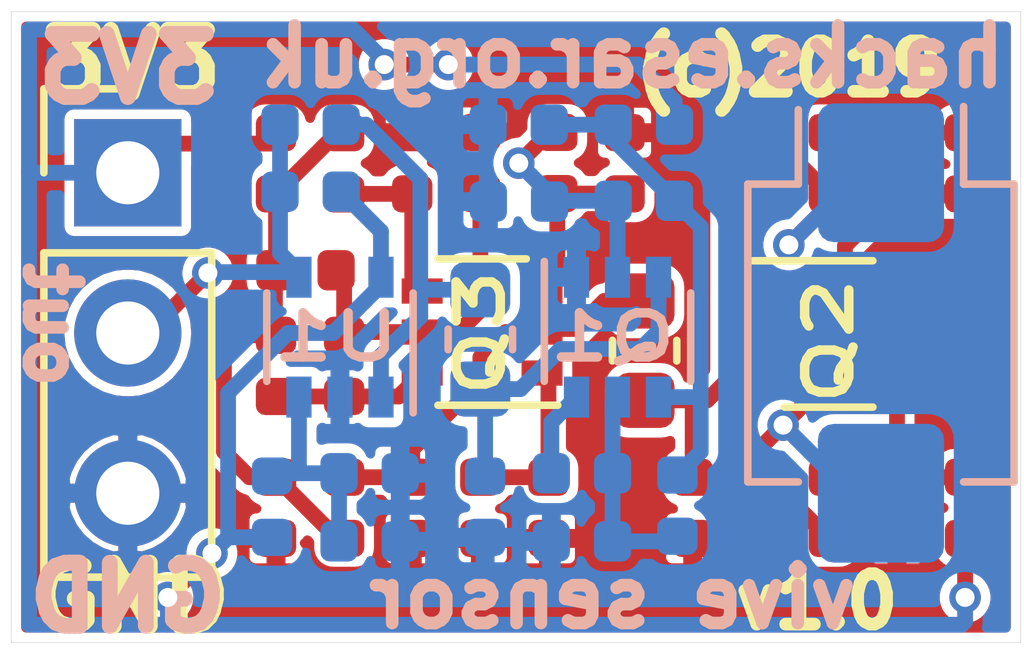
<source format=kicad_pcb>
(kicad_pcb (version 20171130) (host pcbnew 5.0.2-bee76a0~70~ubuntu18.04.1)

  (general
    (thickness 1.6)
    (drawings 13)
    (tracks 191)
    (zones 0)
    (modules 45)
    (nets 24)
  )

  (page A4)
  (layers
    (0 F.Cu signal)
    (31 B.Cu signal)
    (32 B.Adhes user)
    (33 F.Adhes user)
    (34 B.Paste user)
    (35 F.Paste user)
    (36 B.SilkS user)
    (37 F.SilkS user)
    (38 B.Mask user)
    (39 F.Mask user)
    (40 Dwgs.User user)
    (41 Cmts.User user)
    (42 Eco1.User user)
    (43 Eco2.User user)
    (44 Edge.Cuts user)
    (45 Margin user)
    (46 B.CrtYd user)
    (47 F.CrtYd user)
    (48 B.Fab user hide)
    (49 F.Fab user hide)
  )

  (setup
    (last_trace_width 0.25)
    (trace_clearance 0.1524)
    (zone_clearance 0.1524)
    (zone_45_only no)
    (trace_min 0.2)
    (segment_width 0.2)
    (edge_width 0.15)
    (via_size 0.5)
    (via_drill 0.3)
    (via_min_size 0.4)
    (via_min_drill 0.3)
    (uvia_size 0.4)
    (uvia_drill 0.3)
    (uvias_allowed no)
    (uvia_min_size 0.2)
    (uvia_min_drill 0.1)
    (pcb_text_width 0.3)
    (pcb_text_size 1.5 1.5)
    (mod_edge_width 0.15)
    (mod_text_size 1 1)
    (mod_text_width 0.15)
    (pad_size 1.524 1.524)
    (pad_drill 0.762)
    (pad_to_mask_clearance 0.04)
    (solder_mask_min_width 0.1)
    (aux_axis_origin 0 0)
    (visible_elements FFFFFF7F)
    (pcbplotparams
      (layerselection 0x010fc_ffffffff)
      (usegerberextensions true)
      (usegerberattributes false)
      (usegerberadvancedattributes false)
      (creategerberjobfile false)
      (excludeedgelayer true)
      (linewidth 0.100000)
      (plotframeref false)
      (viasonmask false)
      (mode 1)
      (useauxorigin false)
      (hpglpennumber 1)
      (hpglpenspeed 20)
      (hpglpendiameter 15.000000)
      (psnegative false)
      (psa4output false)
      (plotreference true)
      (plotvalue true)
      (plotinvisibletext false)
      (padsonsilk false)
      (subtractmaskfromsilk false)
      (outputformat 1)
      (mirror false)
      (drillshape 0)
      (scaleselection 1)
      (outputdirectory "vive-sensor-1-1/"))
  )

  (net 0 "")
  (net 1 GND)
  (net 2 "Net-(C1-Pad1)")
  (net 3 "Net-(C2-Pad1)")
  (net 4 "Net-(C2-Pad2)")
  (net 5 "Net-(C3-Pad1)")
  (net 6 "Net-(C4-Pad1)")
  (net 7 AMP_OUT)
  (net 8 "Net-(C6-Pad1)")
  (net 9 "Net-(C7-Pad1)")
  (net 10 "Net-(C8-Pad1)")
  (net 11 "Net-(C9-Pad1)")
  (net 12 "Net-(C9-Pad2)")
  (net 13 "Net-(C10-Pad1)")
  (net 14 "Net-(C11-Pad2)")
  (net 15 FILTER_OUT)
  (net 16 "Net-(C12-Pad2)")
  (net 17 "Net-(D1-Pad2)")
  (net 18 "Net-(Q1-Pad6)")
  (net 19 "Net-(Q2-Pad5)")
  (net 20 +3V3)
  (net 21 ENVELOPE_OUT)
  (net 22 TRIGGER_OUT)
  (net 23 "Net-(Q1-Pad3)")

  (net_class Default "This is the default net class."
    (clearance 0.1524)
    (trace_width 0.25)
    (via_dia 0.5)
    (via_drill 0.3)
    (uvia_dia 0.4)
    (uvia_drill 0.3)
    (add_net +3V3)
    (add_net AMP_OUT)
    (add_net ENVELOPE_OUT)
    (add_net FILTER_OUT)
    (add_net GND)
    (add_net "Net-(C1-Pad1)")
    (add_net "Net-(C10-Pad1)")
    (add_net "Net-(C11-Pad2)")
    (add_net "Net-(C12-Pad2)")
    (add_net "Net-(C2-Pad1)")
    (add_net "Net-(C2-Pad2)")
    (add_net "Net-(C3-Pad1)")
    (add_net "Net-(C4-Pad1)")
    (add_net "Net-(C6-Pad1)")
    (add_net "Net-(C7-Pad1)")
    (add_net "Net-(C8-Pad1)")
    (add_net "Net-(C9-Pad1)")
    (add_net "Net-(C9-Pad2)")
    (add_net "Net-(D1-Pad2)")
    (add_net "Net-(Q1-Pad3)")
    (add_net "Net-(Q1-Pad6)")
    (add_net "Net-(Q2-Pad5)")
    (add_net TRIGGER_OUT)
  )

  (module Package_TO_SOT_SMD:SOT-363_SC-70-6 (layer F.Cu) (tedit 5D7A1875) (tstamp 5D833750)
    (at 56.957 53.609)
    (descr "SOT-363, SC-70-6")
    (tags "SOT-363 SC-70-6")
    (path /5D76B648)
    (attr smd)
    (fp_text reference Q2 (at 0.0025 0.112 90) (layer F.SilkS)
      (effects (font (size 0.7 1) (thickness 0.15)))
    )
    (fp_text value MBT3946DW1T1 (at 0 2 180) (layer F.Fab)
      (effects (font (size 1 1) (thickness 0.15)))
    )
    (fp_text user %R (at 0 0 90) (layer F.Fab)
      (effects (font (size 0.5 0.5) (thickness 0.075)))
    )
    (fp_line (start 0.7 -1.16) (end -1.2 -1.16) (layer F.SilkS) (width 0.12))
    (fp_line (start -0.7 1.16) (end 0.7 1.16) (layer F.SilkS) (width 0.12))
    (fp_line (start 1.6 1.4) (end 1.6 -1.4) (layer F.CrtYd) (width 0.05))
    (fp_line (start -1.6 -1.4) (end -1.6 1.4) (layer F.CrtYd) (width 0.05))
    (fp_line (start -1.6 -1.4) (end 1.6 -1.4) (layer F.CrtYd) (width 0.05))
    (fp_line (start 0.675 -1.1) (end -0.175 -1.1) (layer F.Fab) (width 0.1))
    (fp_line (start -0.675 -0.6) (end -0.675 1.1) (layer F.Fab) (width 0.1))
    (fp_line (start -1.6 1.4) (end 1.6 1.4) (layer F.CrtYd) (width 0.05))
    (fp_line (start 0.675 -1.1) (end 0.675 1.1) (layer F.Fab) (width 0.1))
    (fp_line (start 0.675 1.1) (end -0.675 1.1) (layer F.Fab) (width 0.1))
    (fp_line (start -0.175 -1.1) (end -0.675 -0.6) (layer F.Fab) (width 0.1))
    (pad 1 smd rect (at -0.95 -0.65) (size 0.65 0.4) (layers F.Cu F.Paste F.Mask)
      (net 3 "Net-(C2-Pad1)"))
    (pad 3 smd rect (at -0.95 0.65) (size 0.65 0.4) (layers F.Cu F.Paste F.Mask)
      (net 3 "Net-(C2-Pad1)"))
    (pad 5 smd rect (at 0.95 0) (size 0.65 0.4) (layers F.Cu F.Paste F.Mask)
      (net 19 "Net-(Q2-Pad5)"))
    (pad 2 smd rect (at -0.95 0) (size 0.65 0.4) (layers F.Cu F.Paste F.Mask)
      (net 17 "Net-(D1-Pad2)"))
    (pad 4 smd rect (at 0.95 0.65) (size 0.65 0.4) (layers F.Cu F.Paste F.Mask)
      (net 6 "Net-(C4-Pad1)"))
    (pad 6 smd rect (at 0.95 -0.65) (size 0.65 0.4) (layers F.Cu F.Paste F.Mask)
      (net 19 "Net-(Q2-Pad5)"))
    (model ${KISYS3DMOD}/Package_TO_SOT_SMD.3dshapes/SOT-363_SC-70-6.wrl
      (at (xyz 0 0 0))
      (scale (xyz 1 1 1))
      (rotate (xyz 0 0 0))
    )
  )

  (module Resistor_SMD:R_0402_1005Metric (layer F.Cu) (tedit 5D7A1728) (tstamp 5D8337C0)
    (at 56.9595 56.365 270)
    (descr "Resistor SMD 0402 (1005 Metric), square (rectangular) end terminal, IPC_7351 nominal, (Body size source: http://www.tortai-tech.com/upload/download/2011102023233369053.pdf), generated with kicad-footprint-generator")
    (tags resistor)
    (path /5D76B501)
    (attr smd)
    (fp_text reference R6 (at 0 -1.17 270) (layer F.SilkS) hide
      (effects (font (size 1 1) (thickness 0.15)))
    )
    (fp_text value 8K2 (at 0 1.17 270) (layer F.Fab)
      (effects (font (size 1 1) (thickness 0.15)))
    )
    (fp_text user %R (at 0 0 270) (layer F.Fab)
      (effects (font (size 0.25 0.25) (thickness 0.04)))
    )
    (fp_line (start 0.93 0.47) (end -0.93 0.47) (layer F.CrtYd) (width 0.05))
    (fp_line (start 0.93 -0.47) (end 0.93 0.47) (layer F.CrtYd) (width 0.05))
    (fp_line (start -0.93 -0.47) (end 0.93 -0.47) (layer F.CrtYd) (width 0.05))
    (fp_line (start -0.93 0.47) (end -0.93 -0.47) (layer F.CrtYd) (width 0.05))
    (fp_line (start 0.5 0.25) (end -0.5 0.25) (layer F.Fab) (width 0.1))
    (fp_line (start 0.5 -0.25) (end 0.5 0.25) (layer F.Fab) (width 0.1))
    (fp_line (start -0.5 -0.25) (end 0.5 -0.25) (layer F.Fab) (width 0.1))
    (fp_line (start -0.5 0.25) (end -0.5 -0.25) (layer F.Fab) (width 0.1))
    (pad 2 smd roundrect (at 0.485 0 270) (size 0.59 0.64) (layers F.Cu F.Paste F.Mask) (roundrect_rratio 0.25)
      (net 17 "Net-(D1-Pad2)"))
    (pad 1 smd roundrect (at -0.485 0 270) (size 0.59 0.64) (layers F.Cu F.Paste F.Mask) (roundrect_rratio 0.25)
      (net 6 "Net-(C4-Pad1)"))
    (model ${KISYS3DMOD}/Resistor_SMD.3dshapes/R_0402_1005Metric.wrl
      (at (xyz 0 0 0))
      (scale (xyz 1 1 1))
      (rotate (xyz 0 0 0))
    )
  )

  (module Capacitor_SMD:C_0402_1005Metric (layer F.Cu) (tedit 5D7A163D) (tstamp 5D83365C)
    (at 59.1185 50.904 270)
    (descr "Capacitor SMD 0402 (1005 Metric), square (rectangular) end terminal, IPC_7351 nominal, (Body size source: http://www.tortai-tech.com/upload/download/2011102023233369053.pdf), generated with kicad-footprint-generator")
    (tags capacitor)
    (path /5D76B3AD)
    (attr smd)
    (fp_text reference C1 (at 0.404 -1.651 270) (layer F.SilkS) hide
      (effects (font (size 1 1) (thickness 0.15)))
    )
    (fp_text value 100nF (at 0 1.17 270) (layer F.Fab)
      (effects (font (size 1 1) (thickness 0.15)))
    )
    (fp_line (start -0.5 0.25) (end -0.5 -0.25) (layer F.Fab) (width 0.1))
    (fp_line (start -0.5 -0.25) (end 0.5 -0.25) (layer F.Fab) (width 0.1))
    (fp_line (start 0.5 -0.25) (end 0.5 0.25) (layer F.Fab) (width 0.1))
    (fp_line (start 0.5 0.25) (end -0.5 0.25) (layer F.Fab) (width 0.1))
    (fp_line (start -0.93 0.47) (end -0.93 -0.47) (layer F.CrtYd) (width 0.05))
    (fp_line (start -0.93 -0.47) (end 0.93 -0.47) (layer F.CrtYd) (width 0.05))
    (fp_line (start 0.93 -0.47) (end 0.93 0.47) (layer F.CrtYd) (width 0.05))
    (fp_line (start 0.93 0.47) (end -0.93 0.47) (layer F.CrtYd) (width 0.05))
    (fp_text user %R (at 0 0 270) (layer F.Fab)
      (effects (font (size 0.25 0.25) (thickness 0.04)))
    )
    (pad 1 smd roundrect (at -0.485 0 270) (size 0.59 0.64) (layers F.Cu F.Paste F.Mask) (roundrect_rratio 0.25)
      (net 2 "Net-(C1-Pad1)"))
    (pad 2 smd roundrect (at 0.485 0 270) (size 0.59 0.64) (layers F.Cu F.Paste F.Mask) (roundrect_rratio 0.25)
      (net 1 GND))
    (model ${KISYS3DMOD}/Capacitor_SMD.3dshapes/C_0402_1005Metric.wrl
      (at (xyz 0 0 0))
      (scale (xyz 1 1 1))
      (rotate (xyz 0 0 0))
    )
  )

  (module Capacitor_SMD:C_0402_1005Metric (layer F.Cu) (tedit 5D7A1648) (tstamp 5D83366B)
    (at 55.88 50.904 90)
    (descr "Capacitor SMD 0402 (1005 Metric), square (rectangular) end terminal, IPC_7351 nominal, (Body size source: http://www.tortai-tech.com/upload/download/2011102023233369053.pdf), generated with kicad-footprint-generator")
    (tags capacitor)
    (path /5D76CA25)
    (attr smd)
    (fp_text reference C2 (at 0 -1.17 90) (layer F.SilkS) hide
      (effects (font (size 1 1) (thickness 0.15)))
    )
    (fp_text value 1nF (at 0 1.17 90) (layer F.Fab)
      (effects (font (size 1 1) (thickness 0.15)))
    )
    (fp_text user %R (at 0 0 90) (layer F.Fab)
      (effects (font (size 0.25 0.25) (thickness 0.04)))
    )
    (fp_line (start 0.93 0.47) (end -0.93 0.47) (layer F.CrtYd) (width 0.05))
    (fp_line (start 0.93 -0.47) (end 0.93 0.47) (layer F.CrtYd) (width 0.05))
    (fp_line (start -0.93 -0.47) (end 0.93 -0.47) (layer F.CrtYd) (width 0.05))
    (fp_line (start -0.93 0.47) (end -0.93 -0.47) (layer F.CrtYd) (width 0.05))
    (fp_line (start 0.5 0.25) (end -0.5 0.25) (layer F.Fab) (width 0.1))
    (fp_line (start 0.5 -0.25) (end 0.5 0.25) (layer F.Fab) (width 0.1))
    (fp_line (start -0.5 -0.25) (end 0.5 -0.25) (layer F.Fab) (width 0.1))
    (fp_line (start -0.5 0.25) (end -0.5 -0.25) (layer F.Fab) (width 0.1))
    (pad 2 smd roundrect (at 0.485 0 90) (size 0.59 0.64) (layers F.Cu F.Paste F.Mask) (roundrect_rratio 0.25)
      (net 4 "Net-(C2-Pad2)"))
    (pad 1 smd roundrect (at -0.485 0 90) (size 0.59 0.64) (layers F.Cu F.Paste F.Mask) (roundrect_rratio 0.25)
      (net 3 "Net-(C2-Pad1)"))
    (model ${KISYS3DMOD}/Capacitor_SMD.3dshapes/C_0402_1005Metric.wrl
      (at (xyz 0 0 0))
      (scale (xyz 1 1 1))
      (rotate (xyz 0 0 0))
    )
  )

  (module Capacitor_SMD:C_0402_1005Metric (layer B.Cu) (tedit 5D7A1C48) (tstamp 5D83F8A7)
    (at 53.0455 56.896 180)
    (descr "Capacitor SMD 0402 (1005 Metric), square (rectangular) end terminal, IPC_7351 nominal, (Body size source: http://www.tortai-tech.com/upload/download/2011102023233369053.pdf), generated with kicad-footprint-generator")
    (tags capacitor)
    (path /5D78FF1B)
    (attr smd)
    (fp_text reference C3 (at 0 1.17 180) (layer B.SilkS) hide
      (effects (font (size 1 1) (thickness 0.15)) (justify mirror))
    )
    (fp_text value 100pF (at 0 -1.17 180) (layer B.Fab)
      (effects (font (size 1 1) (thickness 0.15)) (justify mirror))
    )
    (fp_text user %R (at 0 0 180) (layer B.Fab)
      (effects (font (size 0.25 0.25) (thickness 0.04)) (justify mirror))
    )
    (fp_line (start 0.93 -0.47) (end -0.93 -0.47) (layer B.CrtYd) (width 0.05))
    (fp_line (start 0.93 0.47) (end 0.93 -0.47) (layer B.CrtYd) (width 0.05))
    (fp_line (start -0.93 0.47) (end 0.93 0.47) (layer B.CrtYd) (width 0.05))
    (fp_line (start -0.93 -0.47) (end -0.93 0.47) (layer B.CrtYd) (width 0.05))
    (fp_line (start 0.5 -0.25) (end -0.5 -0.25) (layer B.Fab) (width 0.1))
    (fp_line (start 0.5 0.25) (end 0.5 -0.25) (layer B.Fab) (width 0.1))
    (fp_line (start -0.5 0.25) (end 0.5 0.25) (layer B.Fab) (width 0.1))
    (fp_line (start -0.5 -0.25) (end -0.5 0.25) (layer B.Fab) (width 0.1))
    (pad 2 smd roundrect (at 0.485 0 180) (size 0.59 0.64) (layers B.Cu B.Paste B.Mask) (roundrect_rratio 0.25)
      (net 1 GND))
    (pad 1 smd roundrect (at -0.485 0 180) (size 0.59 0.64) (layers B.Cu B.Paste B.Mask) (roundrect_rratio 0.25)
      (net 5 "Net-(C3-Pad1)"))
    (model ${KISYS3DMOD}/Capacitor_SMD.3dshapes/C_0402_1005Metric.wrl
      (at (xyz 0 0 0))
      (scale (xyz 1 1 1))
      (rotate (xyz 0 0 0))
    )
  )

  (module Capacitor_SMD:C_0402_1005Metric (layer F.Cu) (tedit 5D7A1720) (tstamp 5D833689)
    (at 58.039 56.365 270)
    (descr "Capacitor SMD 0402 (1005 Metric), square (rectangular) end terminal, IPC_7351 nominal, (Body size source: http://www.tortai-tech.com/upload/download/2011102023233369053.pdf), generated with kicad-footprint-generator")
    (tags capacitor)
    (path /5D76B9EC)
    (attr smd)
    (fp_text reference C4 (at 0 -1.17 270) (layer F.SilkS) hide
      (effects (font (size 1 1) (thickness 0.15)))
    )
    (fp_text value 100nF (at 0 1.17 270) (layer F.Fab)
      (effects (font (size 1 1) (thickness 0.15)))
    )
    (fp_line (start -0.5 0.25) (end -0.5 -0.25) (layer F.Fab) (width 0.1))
    (fp_line (start -0.5 -0.25) (end 0.5 -0.25) (layer F.Fab) (width 0.1))
    (fp_line (start 0.5 -0.25) (end 0.5 0.25) (layer F.Fab) (width 0.1))
    (fp_line (start 0.5 0.25) (end -0.5 0.25) (layer F.Fab) (width 0.1))
    (fp_line (start -0.93 0.47) (end -0.93 -0.47) (layer F.CrtYd) (width 0.05))
    (fp_line (start -0.93 -0.47) (end 0.93 -0.47) (layer F.CrtYd) (width 0.05))
    (fp_line (start 0.93 -0.47) (end 0.93 0.47) (layer F.CrtYd) (width 0.05))
    (fp_line (start 0.93 0.47) (end -0.93 0.47) (layer F.CrtYd) (width 0.05))
    (fp_text user %R (at 0 0 270) (layer F.Fab)
      (effects (font (size 0.25 0.25) (thickness 0.04)))
    )
    (pad 1 smd roundrect (at -0.485 0 270) (size 0.59 0.64) (layers F.Cu F.Paste F.Mask) (roundrect_rratio 0.25)
      (net 6 "Net-(C4-Pad1)"))
    (pad 2 smd roundrect (at 0.485 0 270) (size 0.59 0.64) (layers F.Cu F.Paste F.Mask) (roundrect_rratio 0.25)
      (net 1 GND))
    (model ${KISYS3DMOD}/Capacitor_SMD.3dshapes/C_0402_1005Metric.wrl
      (at (xyz 0 0 0))
      (scale (xyz 1 1 1))
      (rotate (xyz 0 0 0))
    )
  )

  (module Capacitor_SMD:C_0402_1005Metric (layer B.Cu) (tedit 5D7A1BF0) (tstamp 5D83F87D)
    (at 52.0422 50.292 180)
    (descr "Capacitor SMD 0402 (1005 Metric), square (rectangular) end terminal, IPC_7351 nominal, (Body size source: http://www.tortai-tech.com/upload/download/2011102023233369053.pdf), generated with kicad-footprint-generator")
    (tags capacitor)
    (path /5D79034C)
    (attr smd)
    (fp_text reference C6 (at 0 1.17 180) (layer B.SilkS) hide
      (effects (font (size 1 1) (thickness 0.15)) (justify mirror))
    )
    (fp_text value 100nF (at 0 -1.17 180) (layer B.Fab)
      (effects (font (size 1 1) (thickness 0.15)) (justify mirror))
    )
    (fp_line (start -0.5 -0.25) (end -0.5 0.25) (layer B.Fab) (width 0.1))
    (fp_line (start -0.5 0.25) (end 0.5 0.25) (layer B.Fab) (width 0.1))
    (fp_line (start 0.5 0.25) (end 0.5 -0.25) (layer B.Fab) (width 0.1))
    (fp_line (start 0.5 -0.25) (end -0.5 -0.25) (layer B.Fab) (width 0.1))
    (fp_line (start -0.93 -0.47) (end -0.93 0.47) (layer B.CrtYd) (width 0.05))
    (fp_line (start -0.93 0.47) (end 0.93 0.47) (layer B.CrtYd) (width 0.05))
    (fp_line (start 0.93 0.47) (end 0.93 -0.47) (layer B.CrtYd) (width 0.05))
    (fp_line (start 0.93 -0.47) (end -0.93 -0.47) (layer B.CrtYd) (width 0.05))
    (fp_text user %R (at 0 0 180) (layer B.Fab)
      (effects (font (size 0.25 0.25) (thickness 0.04)) (justify mirror))
    )
    (pad 1 smd roundrect (at -0.485 0 180) (size 0.59 0.64) (layers B.Cu B.Paste B.Mask) (roundrect_rratio 0.25)
      (net 8 "Net-(C6-Pad1)"))
    (pad 2 smd roundrect (at 0.485 0 180) (size 0.59 0.64) (layers B.Cu B.Paste B.Mask) (roundrect_rratio 0.25)
      (net 1 GND))
    (model ${KISYS3DMOD}/Capacitor_SMD.3dshapes/C_0402_1005Metric.wrl
      (at (xyz 0 0 0))
      (scale (xyz 1 1 1))
      (rotate (xyz 0 0 0))
    )
  )

  (module Capacitor_SMD:C_0402_1005Metric (layer F.Cu) (tedit 5D7E54AD) (tstamp 5D8336B6)
    (at 48.1965 56.365 270)
    (descr "Capacitor SMD 0402 (1005 Metric), square (rectangular) end terminal, IPC_7351 nominal, (Body size source: http://www.tortai-tech.com/upload/download/2011102023233369053.pdf), generated with kicad-footprint-generator")
    (tags capacitor)
    (path /5D770F90)
    (attr smd)
    (fp_text reference C7 (at 1.674 -0.1905 270) (layer F.SilkS) hide
      (effects (font (size 1 1) (thickness 0.15)))
    )
    (fp_text value 100nF (at 0 1.17 270) (layer F.Fab)
      (effects (font (size 1 1) (thickness 0.15)))
    )
    (fp_text user %R (at 0 0 270) (layer F.Fab)
      (effects (font (size 0.25 0.25) (thickness 0.04)))
    )
    (fp_line (start 0.93 0.47) (end -0.93 0.47) (layer F.CrtYd) (width 0.05))
    (fp_line (start 0.93 -0.47) (end 0.93 0.47) (layer F.CrtYd) (width 0.05))
    (fp_line (start -0.93 -0.47) (end 0.93 -0.47) (layer F.CrtYd) (width 0.05))
    (fp_line (start -0.93 0.47) (end -0.93 -0.47) (layer F.CrtYd) (width 0.05))
    (fp_line (start 0.5 0.25) (end -0.5 0.25) (layer F.Fab) (width 0.1))
    (fp_line (start 0.5 -0.25) (end 0.5 0.25) (layer F.Fab) (width 0.1))
    (fp_line (start -0.5 -0.25) (end 0.5 -0.25) (layer F.Fab) (width 0.1))
    (fp_line (start -0.5 0.25) (end -0.5 -0.25) (layer F.Fab) (width 0.1))
    (pad 2 smd roundrect (at 0.485 0 270) (size 0.59 0.64) (layers F.Cu F.Paste F.Mask) (roundrect_rratio 0.25)
      (net 1 GND))
    (pad 1 smd roundrect (at -0.485 0 270) (size 0.59 0.64) (layers F.Cu F.Paste F.Mask) (roundrect_rratio 0.25)
      (net 9 "Net-(C7-Pad1)"))
    (model ${KISYS3DMOD}/Capacitor_SMD.3dshapes/C_0402_1005Metric.wrl
      (at (xyz 0 0 0))
      (scale (xyz 1 1 1))
      (rotate (xyz 0 0 0))
    )
  )

  (module Capacitor_SMD:C_0402_1005Metric (layer B.Cu) (tedit 5D7A1C11) (tstamp 5D8481A2)
    (at 49.68 56.896)
    (descr "Capacitor SMD 0402 (1005 Metric), square (rectangular) end terminal, IPC_7351 nominal, (Body size source: http://www.tortai-tech.com/upload/download/2011102023233369053.pdf), generated with kicad-footprint-generator")
    (tags capacitor)
    (path /5D7C6822)
    (attr smd)
    (fp_text reference C8 (at 0 1.17) (layer B.SilkS) hide
      (effects (font (size 1 1) (thickness 0.15)) (justify mirror))
    )
    (fp_text value 100nF (at 0 -1.17) (layer B.Fab)
      (effects (font (size 1 1) (thickness 0.15)) (justify mirror))
    )
    (fp_text user %R (at 0 0) (layer B.Fab)
      (effects (font (size 0.25 0.25) (thickness 0.04)) (justify mirror))
    )
    (fp_line (start 0.93 -0.47) (end -0.93 -0.47) (layer B.CrtYd) (width 0.05))
    (fp_line (start 0.93 0.47) (end 0.93 -0.47) (layer B.CrtYd) (width 0.05))
    (fp_line (start -0.93 0.47) (end 0.93 0.47) (layer B.CrtYd) (width 0.05))
    (fp_line (start -0.93 -0.47) (end -0.93 0.47) (layer B.CrtYd) (width 0.05))
    (fp_line (start 0.5 -0.25) (end -0.5 -0.25) (layer B.Fab) (width 0.1))
    (fp_line (start 0.5 0.25) (end 0.5 -0.25) (layer B.Fab) (width 0.1))
    (fp_line (start -0.5 0.25) (end 0.5 0.25) (layer B.Fab) (width 0.1))
    (fp_line (start -0.5 -0.25) (end -0.5 0.25) (layer B.Fab) (width 0.1))
    (pad 2 smd roundrect (at 0.485 0) (size 0.59 0.64) (layers B.Cu B.Paste B.Mask) (roundrect_rratio 0.25)
      (net 1 GND))
    (pad 1 smd roundrect (at -0.485 0) (size 0.59 0.64) (layers B.Cu B.Paste B.Mask) (roundrect_rratio 0.25)
      (net 10 "Net-(C8-Pad1)"))
    (model ${KISYS3DMOD}/Capacitor_SMD.3dshapes/C_0402_1005Metric.wrl
      (at (xyz 0 0 0))
      (scale (xyz 1 1 1))
      (rotate (xyz 0 0 0))
    )
  )

  (module Capacitor_SMD:C_0402_1005Metric (layer F.Cu) (tedit 5D7A178A) (tstamp 5D8336D4)
    (at 49.276 54.115 270)
    (descr "Capacitor SMD 0402 (1005 Metric), square (rectangular) end terminal, IPC_7351 nominal, (Body size source: http://www.tortai-tech.com/upload/download/2011102023233369053.pdf), generated with kicad-footprint-generator")
    (tags capacitor)
    (path /5D778530)
    (attr smd)
    (fp_text reference C9 (at 0 -1.17 270) (layer F.SilkS) hide
      (effects (font (size 1 1) (thickness 0.15)))
    )
    (fp_text value 100nF (at 0 1.17 270) (layer F.Fab)
      (effects (font (size 1 1) (thickness 0.15)))
    )
    (fp_line (start -0.5 0.25) (end -0.5 -0.25) (layer F.Fab) (width 0.1))
    (fp_line (start -0.5 -0.25) (end 0.5 -0.25) (layer F.Fab) (width 0.1))
    (fp_line (start 0.5 -0.25) (end 0.5 0.25) (layer F.Fab) (width 0.1))
    (fp_line (start 0.5 0.25) (end -0.5 0.25) (layer F.Fab) (width 0.1))
    (fp_line (start -0.93 0.47) (end -0.93 -0.47) (layer F.CrtYd) (width 0.05))
    (fp_line (start -0.93 -0.47) (end 0.93 -0.47) (layer F.CrtYd) (width 0.05))
    (fp_line (start 0.93 -0.47) (end 0.93 0.47) (layer F.CrtYd) (width 0.05))
    (fp_line (start 0.93 0.47) (end -0.93 0.47) (layer F.CrtYd) (width 0.05))
    (fp_text user %R (at 0 0 270) (layer F.Fab)
      (effects (font (size 0.25 0.25) (thickness 0.04)))
    )
    (pad 1 smd roundrect (at -0.485 0 270) (size 0.59 0.64) (layers F.Cu F.Paste F.Mask) (roundrect_rratio 0.25)
      (net 11 "Net-(C9-Pad1)"))
    (pad 2 smd roundrect (at 0.485 0 270) (size 0.59 0.64) (layers F.Cu F.Paste F.Mask) (roundrect_rratio 0.25)
      (net 12 "Net-(C9-Pad2)"))
    (model ${KISYS3DMOD}/Capacitor_SMD.3dshapes/C_0402_1005Metric.wrl
      (at (xyz 0 0 0))
      (scale (xyz 1 1 1))
      (rotate (xyz 0 0 0))
    )
  )

  (module Capacitor_SMD:C_0402_1005Metric (layer F.Cu) (tedit 5D7A1751) (tstamp 5D8336E3)
    (at 51.435 56.365 270)
    (descr "Capacitor SMD 0402 (1005 Metric), square (rectangular) end terminal, IPC_7351 nominal, (Body size source: http://www.tortai-tech.com/upload/download/2011102023233369053.pdf), generated with kicad-footprint-generator")
    (tags capacitor)
    (path /5D772C2F)
    (attr smd)
    (fp_text reference C10 (at 0 -1.17 270) (layer F.SilkS) hide
      (effects (font (size 1 1) (thickness 0.15)))
    )
    (fp_text value 1nF (at 0 1.17 270) (layer F.Fab)
      (effects (font (size 1 1) (thickness 0.15)))
    )
    (fp_text user %R (at 0 0 270) (layer F.Fab)
      (effects (font (size 0.25 0.25) (thickness 0.04)))
    )
    (fp_line (start 0.93 0.47) (end -0.93 0.47) (layer F.CrtYd) (width 0.05))
    (fp_line (start 0.93 -0.47) (end 0.93 0.47) (layer F.CrtYd) (width 0.05))
    (fp_line (start -0.93 -0.47) (end 0.93 -0.47) (layer F.CrtYd) (width 0.05))
    (fp_line (start -0.93 0.47) (end -0.93 -0.47) (layer F.CrtYd) (width 0.05))
    (fp_line (start 0.5 0.25) (end -0.5 0.25) (layer F.Fab) (width 0.1))
    (fp_line (start 0.5 -0.25) (end 0.5 0.25) (layer F.Fab) (width 0.1))
    (fp_line (start -0.5 -0.25) (end 0.5 -0.25) (layer F.Fab) (width 0.1))
    (fp_line (start -0.5 0.25) (end -0.5 -0.25) (layer F.Fab) (width 0.1))
    (pad 2 smd roundrect (at 0.485 0 270) (size 0.59 0.64) (layers F.Cu F.Paste F.Mask) (roundrect_rratio 0.25)
      (net 1 GND))
    (pad 1 smd roundrect (at -0.485 0 270) (size 0.59 0.64) (layers F.Cu F.Paste F.Mask) (roundrect_rratio 0.25)
      (net 13 "Net-(C10-Pad1)"))
    (model ${KISYS3DMOD}/Capacitor_SMD.3dshapes/C_0402_1005Metric.wrl
      (at (xyz 0 0 0))
      (scale (xyz 1 1 1))
      (rotate (xyz 0 0 0))
    )
  )

  (module Capacitor_SMD:C_0402_1005Metric (layer F.Cu) (tedit 5D7A1765) (tstamp 5D8336F2)
    (at 50.3555 50.904 270)
    (descr "Capacitor SMD 0402 (1005 Metric), square (rectangular) end terminal, IPC_7351 nominal, (Body size source: http://www.tortai-tech.com/upload/download/2011102023233369053.pdf), generated with kicad-footprint-generator")
    (tags capacitor)
    (path /5D7819BF)
    (attr smd)
    (fp_text reference C11 (at 0 -1.17 270) (layer F.SilkS) hide
      (effects (font (size 1 1) (thickness 0.15)))
    )
    (fp_text value 1nF (at 0 1.17 270) (layer F.Fab)
      (effects (font (size 1 1) (thickness 0.15)))
    )
    (fp_text user %R (at 0 0 270) (layer F.Fab)
      (effects (font (size 0.25 0.25) (thickness 0.04)))
    )
    (fp_line (start 0.93 0.47) (end -0.93 0.47) (layer F.CrtYd) (width 0.05))
    (fp_line (start 0.93 -0.47) (end 0.93 0.47) (layer F.CrtYd) (width 0.05))
    (fp_line (start -0.93 -0.47) (end 0.93 -0.47) (layer F.CrtYd) (width 0.05))
    (fp_line (start -0.93 0.47) (end -0.93 -0.47) (layer F.CrtYd) (width 0.05))
    (fp_line (start 0.5 0.25) (end -0.5 0.25) (layer F.Fab) (width 0.1))
    (fp_line (start 0.5 -0.25) (end 0.5 0.25) (layer F.Fab) (width 0.1))
    (fp_line (start -0.5 -0.25) (end 0.5 -0.25) (layer F.Fab) (width 0.1))
    (fp_line (start -0.5 0.25) (end -0.5 -0.25) (layer F.Fab) (width 0.1))
    (pad 2 smd roundrect (at 0.485 0 270) (size 0.59 0.64) (layers F.Cu F.Paste F.Mask) (roundrect_rratio 0.25)
      (net 14 "Net-(C11-Pad2)"))
    (pad 1 smd roundrect (at -0.485 0 270) (size 0.59 0.64) (layers F.Cu F.Paste F.Mask) (roundrect_rratio 0.25)
      (net 1 GND))
    (model ${KISYS3DMOD}/Capacitor_SMD.3dshapes/C_0402_1005Metric.wrl
      (at (xyz 0 0 0))
      (scale (xyz 1 1 1))
      (rotate (xyz 0 0 0))
    )
  )

  (module Capacitor_SMD:C_0402_1005Metric (layer F.Cu) (tedit 5D7A1655) (tstamp 5D849702)
    (at 52.6542 50.8992 270)
    (descr "Capacitor SMD 0402 (1005 Metric), square (rectangular) end terminal, IPC_7351 nominal, (Body size source: http://www.tortai-tech.com/upload/download/2011102023233369053.pdf), generated with kicad-footprint-generator")
    (tags capacitor)
    (path /5D781A7A)
    (attr smd)
    (fp_text reference C12 (at 0 -1.17 270) (layer F.SilkS) hide
      (effects (font (size 1 1) (thickness 0.15)))
    )
    (fp_text value 100nF (at 0 1.17 270) (layer F.Fab)
      (effects (font (size 1 1) (thickness 0.15)))
    )
    (fp_line (start -0.5 0.25) (end -0.5 -0.25) (layer F.Fab) (width 0.1))
    (fp_line (start -0.5 -0.25) (end 0.5 -0.25) (layer F.Fab) (width 0.1))
    (fp_line (start 0.5 -0.25) (end 0.5 0.25) (layer F.Fab) (width 0.1))
    (fp_line (start 0.5 0.25) (end -0.5 0.25) (layer F.Fab) (width 0.1))
    (fp_line (start -0.93 0.47) (end -0.93 -0.47) (layer F.CrtYd) (width 0.05))
    (fp_line (start -0.93 -0.47) (end 0.93 -0.47) (layer F.CrtYd) (width 0.05))
    (fp_line (start 0.93 -0.47) (end 0.93 0.47) (layer F.CrtYd) (width 0.05))
    (fp_line (start 0.93 0.47) (end -0.93 0.47) (layer F.CrtYd) (width 0.05))
    (fp_text user %R (at 0 0 270) (layer F.Fab)
      (effects (font (size 0.25 0.25) (thickness 0.04)))
    )
    (pad 1 smd roundrect (at -0.485 0 270) (size 0.59 0.64) (layers F.Cu F.Paste F.Mask) (roundrect_rratio 0.25)
      (net 15 FILTER_OUT))
    (pad 2 smd roundrect (at 0.485 0 270) (size 0.59 0.64) (layers F.Cu F.Paste F.Mask) (roundrect_rratio 0.25)
      (net 16 "Net-(C12-Pad2)"))
    (model ${KISYS3DMOD}/Capacitor_SMD.3dshapes/C_0402_1005Metric.wrl
      (at (xyz 0 0 0))
      (scale (xyz 1 1 1))
      (rotate (xyz 0 0 0))
    )
  )

  (module OptoDevice:Osram_SMD-DIL2_4.5x4.0mm (layer B.Cu) (tedit 5D7A1C3F) (tstamp 5D833724)
    (at 57.785 53.594 270)
    (descr "PhotoDiode, plastic SMD DIL, 4.5x4mm²")
    (tags "PhotoDiode plastic SMD DIL")
    (path /5D76C485)
    (attr smd)
    (fp_text reference D1 (at 0.01 3.2 270) (layer B.SilkS) hide
      (effects (font (size 1 1) (thickness 0.15)) (justify mirror))
    )
    (fp_text value BPW34-SMD (at 0 -3.17 270) (layer B.Fab)
      (effects (font (size 1 1) (thickness 0.15)) (justify mirror))
    )
    (fp_text user %R (at 0.01 3.2 270) (layer B.Fab)
      (effects (font (size 1 1) (thickness 0.15)) (justify mirror))
    )
    (fp_line (start -3.59 -1.31) (end -2.36 -1.31) (layer B.SilkS) (width 0.12))
    (fp_line (start -2.36 -1.31) (end -2.36 -2.11) (layer B.SilkS) (width 0.12))
    (fp_line (start -2.36 -2.11) (end 2.36 -2.11) (layer B.SilkS) (width 0.12))
    (fp_line (start 2.36 -2.11) (end 2.36 -1.31) (layer B.SilkS) (width 0.12))
    (fp_line (start 2.36 1.31) (end 2.36 2.11) (layer B.SilkS) (width 0.12))
    (fp_line (start 2.36 2.11) (end -2.36 2.11) (layer B.SilkS) (width 0.12))
    (fp_line (start -2.36 2.11) (end -2.36 1.31) (layer B.SilkS) (width 0.12))
    (fp_line (start -2.36 1.31) (end -3.54 1.31) (layer B.SilkS) (width 0.12))
    (fp_line (start -2.25 1) (end -2.25 -2) (layer B.Fab) (width 0.1))
    (fp_line (start -2.25 1) (end -1.25 2) (layer B.Fab) (width 0.1))
    (fp_line (start -1.25 2) (end 2.25 2) (layer B.Fab) (width 0.1))
    (fp_line (start 2.25 2) (end 2.25 -2) (layer B.Fab) (width 0.1))
    (fp_line (start 2.25 -2) (end -2.25 -2) (layer B.Fab) (width 0.1))
    (fp_line (start 0.45 0.38) (end 0.71 0.38) (layer B.Fab) (width 0.1))
    (fp_line (start 0.45 0.38) (end 0.45 0.64) (layer B.Fab) (width 0.1))
    (fp_line (start -0.05 0.38) (end 0.2 0.38) (layer B.Fab) (width 0.1))
    (fp_line (start -0.05 0.38) (end -0.05 0.64) (layer B.Fab) (width 0.1))
    (fp_line (start 0.71 1.14) (end -0.05 0.38) (layer B.Fab) (width 0.1))
    (fp_line (start 1.22 1.14) (end 0.45 0.38) (layer B.Fab) (width 0.1))
    (fp_line (start -0.31 -0.64) (end 0.33 0) (layer B.Fab) (width 0.1))
    (fp_line (start 0.33 0) (end 0.33 -1.27) (layer B.Fab) (width 0.1))
    (fp_line (start 0.33 -1.27) (end -0.31 -0.64) (layer B.Fab) (width 0.1))
    (fp_line (start -0.31 0) (end -0.31 -1.27) (layer B.Fab) (width 0.1))
    (fp_line (start -1.27 -0.64) (end 1.27 -0.64) (layer B.Fab) (width 0.1))
    (fp_line (start -3.89 2.25) (end 3.89 2.25) (layer B.CrtYd) (width 0.05))
    (fp_line (start -3.89 2.25) (end -3.89 -2.25) (layer B.CrtYd) (width 0.05))
    (fp_line (start 3.89 -2.25) (end 3.89 2.25) (layer B.CrtYd) (width 0.05))
    (fp_line (start 3.89 -2.25) (end -3.89 -2.25) (layer B.CrtYd) (width 0.05))
    (pad 2 smd roundrect (at 2.54 0 90) (size 2.2 2) (layers B.Cu B.Paste B.Mask) (roundrect_rratio 0.125)
      (net 17 "Net-(D1-Pad2)"))
    (pad 1 smd roundrect (at -2.54 0 90) (size 2.2 2) (layers B.Cu B.Paste B.Mask) (roundrect_rratio 0.125)
      (net 4 "Net-(C2-Pad2)"))
    (model ${KISYS3DMOD}/OptoDevice.3dshapes/Osram_SMD-DIL2_4.5x4.0mm.wrl
      (at (xyz 0 0 0))
      (scale (xyz 1 1 1))
      (rotate (xyz 0 0 0))
    )
  )

  (module Package_TO_SOT_SMD:SOT-363_SC-70-6 (layer B.Cu) (tedit 5D7A1CB6) (tstamp 5D849F3E)
    (at 53.609 53.66 270)
    (descr "SOT-363, SC-70-6")
    (tags "SOT-363 SC-70-6")
    (path /5D78FB73)
    (attr smd)
    (fp_text reference Q1 (at -0.0025 0.0785) (layer B.SilkS)
      (effects (font (size 0.7 1) (thickness 0.15)) (justify mirror))
    )
    (fp_text value MBT3946DW1T1 (at 0 -2 90) (layer B.Fab)
      (effects (font (size 1 1) (thickness 0.15)) (justify mirror))
    )
    (fp_line (start -0.175 1.1) (end -0.675 0.6) (layer B.Fab) (width 0.1))
    (fp_line (start 0.675 -1.1) (end -0.675 -1.1) (layer B.Fab) (width 0.1))
    (fp_line (start 0.675 1.1) (end 0.675 -1.1) (layer B.Fab) (width 0.1))
    (fp_line (start -1.6 -1.4) (end 1.6 -1.4) (layer B.CrtYd) (width 0.05))
    (fp_line (start -0.675 0.6) (end -0.675 -1.1) (layer B.Fab) (width 0.1))
    (fp_line (start 0.675 1.1) (end -0.175 1.1) (layer B.Fab) (width 0.1))
    (fp_line (start -1.6 1.4) (end 1.6 1.4) (layer B.CrtYd) (width 0.05))
    (fp_line (start -1.6 1.4) (end -1.6 -1.4) (layer B.CrtYd) (width 0.05))
    (fp_line (start 1.6 -1.4) (end 1.6 1.4) (layer B.CrtYd) (width 0.05))
    (fp_line (start -0.7 -1.16) (end 0.7 -1.16) (layer B.SilkS) (width 0.12))
    (fp_line (start 0.7 1.16) (end -1.2 1.16) (layer B.SilkS) (width 0.12))
    (fp_text user %R (at 0 0 180) (layer B.Fab)
      (effects (font (size 0.5 0.5) (thickness 0.075)) (justify mirror))
    )
    (pad 6 smd rect (at 0.95 0.65 270) (size 0.65 0.4) (layers B.Cu B.Paste B.Mask)
      (net 18 "Net-(Q1-Pad6)"))
    (pad 4 smd rect (at 0.95 -0.65 270) (size 0.65 0.4) (layers B.Cu B.Paste B.Mask)
      (net 8 "Net-(C6-Pad1)"))
    (pad 2 smd rect (at -0.95 0 270) (size 0.65 0.4) (layers B.Cu B.Paste B.Mask)
      (net 15 FILTER_OUT))
    (pad 5 smd rect (at 0.95 0 270) (size 0.65 0.4) (layers B.Cu B.Paste B.Mask)
      (net 5 "Net-(C3-Pad1)"))
    (pad 3 smd rect (at -0.95 -0.65 270) (size 0.65 0.4) (layers B.Cu B.Paste B.Mask)
      (net 23 "Net-(Q1-Pad3)"))
    (pad 1 smd rect (at -0.95 0.65 270) (size 0.65 0.4) (layers B.Cu B.Paste B.Mask)
      (net 1 GND))
    (model ${KISYS3DMOD}/Package_TO_SOT_SMD.3dshapes/SOT-363_SC-70-6.wrl
      (at (xyz 0 0 0))
      (scale (xyz 1 1 1))
      (rotate (xyz 0 0 0))
    )
  )

  (module Package_TO_SOT_SMD:SOT-363_SC-70-6 (layer F.Cu) (tedit 5D7A1855) (tstamp 5D833766)
    (at 51.463 53.579 180)
    (descr "SOT-363, SC-70-6")
    (tags "SOT-363 SC-70-6")
    (path /5D772A56)
    (attr smd)
    (fp_text reference Q3 (at 0.028 -0.015 270) (layer F.SilkS)
      (effects (font (size 0.7 1) (thickness 0.15)))
    )
    (fp_text value MBT3946DW1T1 (at 0 2) (layer F.Fab)
      (effects (font (size 1 1) (thickness 0.15)))
    )
    (fp_text user %R (at 0 0 270) (layer F.Fab)
      (effects (font (size 0.5 0.5) (thickness 0.075)))
    )
    (fp_line (start 0.7 -1.16) (end -1.2 -1.16) (layer F.SilkS) (width 0.12))
    (fp_line (start -0.7 1.16) (end 0.7 1.16) (layer F.SilkS) (width 0.12))
    (fp_line (start 1.6 1.4) (end 1.6 -1.4) (layer F.CrtYd) (width 0.05))
    (fp_line (start -1.6 -1.4) (end -1.6 1.4) (layer F.CrtYd) (width 0.05))
    (fp_line (start -1.6 -1.4) (end 1.6 -1.4) (layer F.CrtYd) (width 0.05))
    (fp_line (start 0.675 -1.1) (end -0.175 -1.1) (layer F.Fab) (width 0.1))
    (fp_line (start -0.675 -0.6) (end -0.675 1.1) (layer F.Fab) (width 0.1))
    (fp_line (start -1.6 1.4) (end 1.6 1.4) (layer F.CrtYd) (width 0.05))
    (fp_line (start 0.675 -1.1) (end 0.675 1.1) (layer F.Fab) (width 0.1))
    (fp_line (start 0.675 1.1) (end -0.675 1.1) (layer F.Fab) (width 0.1))
    (fp_line (start -0.175 -1.1) (end -0.675 -0.6) (layer F.Fab) (width 0.1))
    (pad 1 smd rect (at -0.95 -0.65 180) (size 0.65 0.4) (layers F.Cu F.Paste F.Mask)
      (net 13 "Net-(C10-Pad1)"))
    (pad 3 smd rect (at -0.95 0.65 180) (size 0.65 0.4) (layers F.Cu F.Paste F.Mask)
      (net 16 "Net-(C12-Pad2)"))
    (pad 5 smd rect (at 0.95 0 180) (size 0.65 0.4) (layers F.Cu F.Paste F.Mask)
      (net 11 "Net-(C9-Pad1)"))
    (pad 2 smd rect (at -0.95 0 180) (size 0.65 0.4) (layers F.Cu F.Paste F.Mask)
      (net 7 AMP_OUT))
    (pad 4 smd rect (at 0.95 0.65 180) (size 0.65 0.4) (layers F.Cu F.Paste F.Mask)
      (net 14 "Net-(C11-Pad2)"))
    (pad 6 smd rect (at 0.95 -0.65 180) (size 0.65 0.4) (layers F.Cu F.Paste F.Mask)
      (net 12 "Net-(C9-Pad2)"))
    (model ${KISYS3DMOD}/Package_TO_SOT_SMD.3dshapes/SOT-363_SC-70-6.wrl
      (at (xyz 0 0 0))
      (scale (xyz 1 1 1))
      (rotate (xyz 0 0 0))
    )
  )

  (module Resistor_SMD:R_0402_1005Metric (layer B.Cu) (tedit 5D7A1C02) (tstamp 5D83F7E1)
    (at 54.027902 51.4985 180)
    (descr "Resistor SMD 0402 (1005 Metric), square (rectangular) end terminal, IPC_7351 nominal, (Body size source: http://www.tortai-tech.com/upload/download/2011102023233369053.pdf), generated with kicad-footprint-generator")
    (tags resistor)
    (path /5D78FABF)
    (attr smd)
    (fp_text reference R1 (at 0 1.17 180) (layer B.SilkS) hide
      (effects (font (size 1 1) (thickness 0.15)) (justify mirror))
    )
    (fp_text value 100K (at 0 -1.17 180) (layer B.Fab)
      (effects (font (size 1 1) (thickness 0.15)) (justify mirror))
    )
    (fp_line (start -0.5 -0.25) (end -0.5 0.25) (layer B.Fab) (width 0.1))
    (fp_line (start -0.5 0.25) (end 0.5 0.25) (layer B.Fab) (width 0.1))
    (fp_line (start 0.5 0.25) (end 0.5 -0.25) (layer B.Fab) (width 0.1))
    (fp_line (start 0.5 -0.25) (end -0.5 -0.25) (layer B.Fab) (width 0.1))
    (fp_line (start -0.93 -0.47) (end -0.93 0.47) (layer B.CrtYd) (width 0.05))
    (fp_line (start -0.93 0.47) (end 0.93 0.47) (layer B.CrtYd) (width 0.05))
    (fp_line (start 0.93 0.47) (end 0.93 -0.47) (layer B.CrtYd) (width 0.05))
    (fp_line (start 0.93 -0.47) (end -0.93 -0.47) (layer B.CrtYd) (width 0.05))
    (fp_text user %R (at 0 0 180) (layer B.Fab)
      (effects (font (size 0.25 0.25) (thickness 0.04)) (justify mirror))
    )
    (pad 1 smd roundrect (at -0.485 0 180) (size 0.59 0.64) (layers B.Cu B.Paste B.Mask) (roundrect_rratio 0.25)
      (net 8 "Net-(C6-Pad1)"))
    (pad 2 smd roundrect (at 0.485 0 180) (size 0.59 0.64) (layers B.Cu B.Paste B.Mask) (roundrect_rratio 0.25)
      (net 15 FILTER_OUT))
    (model ${KISYS3DMOD}/Resistor_SMD.3dshapes/R_0402_1005Metric.wrl
      (at (xyz 0 0 0))
      (scale (xyz 1 1 1))
      (rotate (xyz 0 0 0))
    )
  )

  (module Resistor_SMD:R_0402_1005Metric (layer B.Cu) (tedit 5D7A1BFC) (tstamp 5D83F7B7)
    (at 52.047 51.5112 180)
    (descr "Resistor SMD 0402 (1005 Metric), square (rectangular) end terminal, IPC_7351 nominal, (Body size source: http://www.tortai-tech.com/upload/download/2011102023233369053.pdf), generated with kicad-footprint-generator")
    (tags resistor)
    (path /5D78FC18)
    (attr smd)
    (fp_text reference R2 (at 0 1.17 180) (layer B.SilkS) hide
      (effects (font (size 1 1) (thickness 0.15)) (justify mirror))
    )
    (fp_text value 12K (at 0 -1.17 180) (layer B.Fab)
      (effects (font (size 1 1) (thickness 0.15)) (justify mirror))
    )
    (fp_text user %R (at 0 0 180) (layer B.Fab)
      (effects (font (size 0.25 0.25) (thickness 0.04)) (justify mirror))
    )
    (fp_line (start 0.93 -0.47) (end -0.93 -0.47) (layer B.CrtYd) (width 0.05))
    (fp_line (start 0.93 0.47) (end 0.93 -0.47) (layer B.CrtYd) (width 0.05))
    (fp_line (start -0.93 0.47) (end 0.93 0.47) (layer B.CrtYd) (width 0.05))
    (fp_line (start -0.93 -0.47) (end -0.93 0.47) (layer B.CrtYd) (width 0.05))
    (fp_line (start 0.5 -0.25) (end -0.5 -0.25) (layer B.Fab) (width 0.1))
    (fp_line (start 0.5 0.25) (end 0.5 -0.25) (layer B.Fab) (width 0.1))
    (fp_line (start -0.5 0.25) (end 0.5 0.25) (layer B.Fab) (width 0.1))
    (fp_line (start -0.5 -0.25) (end -0.5 0.25) (layer B.Fab) (width 0.1))
    (pad 2 smd roundrect (at 0.485 0 180) (size 0.59 0.64) (layers B.Cu B.Paste B.Mask) (roundrect_rratio 0.25)
      (net 1 GND))
    (pad 1 smd roundrect (at -0.485 0 180) (size 0.59 0.64) (layers B.Cu B.Paste B.Mask) (roundrect_rratio 0.25)
      (net 15 FILTER_OUT))
    (model ${KISYS3DMOD}/Resistor_SMD.3dshapes/R_0402_1005Metric.wrl
      (at (xyz 0 0 0))
      (scale (xyz 1 1 1))
      (rotate (xyz 0 0 0))
    )
  )

  (module Resistor_SMD:R_0402_1005Metric (layer F.Cu) (tedit 5D7A16C2) (tstamp 5D833793)
    (at 56.9595 50.904 270)
    (descr "Resistor SMD 0402 (1005 Metric), square (rectangular) end terminal, IPC_7351 nominal, (Body size source: http://www.tortai-tech.com/upload/download/2011102023233369053.pdf), generated with kicad-footprint-generator")
    (tags resistor)
    (path /5D76B4B0)
    (attr smd)
    (fp_text reference R3 (at 0 -1.17 270) (layer F.SilkS) hide
      (effects (font (size 1 1) (thickness 0.15)))
    )
    (fp_text value 10K (at 0 1.17 270) (layer F.Fab)
      (effects (font (size 1 1) (thickness 0.15)))
    )
    (fp_line (start -0.5 0.25) (end -0.5 -0.25) (layer F.Fab) (width 0.1))
    (fp_line (start -0.5 -0.25) (end 0.5 -0.25) (layer F.Fab) (width 0.1))
    (fp_line (start 0.5 -0.25) (end 0.5 0.25) (layer F.Fab) (width 0.1))
    (fp_line (start 0.5 0.25) (end -0.5 0.25) (layer F.Fab) (width 0.1))
    (fp_line (start -0.93 0.47) (end -0.93 -0.47) (layer F.CrtYd) (width 0.05))
    (fp_line (start -0.93 -0.47) (end 0.93 -0.47) (layer F.CrtYd) (width 0.05))
    (fp_line (start 0.93 -0.47) (end 0.93 0.47) (layer F.CrtYd) (width 0.05))
    (fp_line (start 0.93 0.47) (end -0.93 0.47) (layer F.CrtYd) (width 0.05))
    (fp_text user %R (at 0 0 270) (layer F.Fab)
      (effects (font (size 0.25 0.25) (thickness 0.04)))
    )
    (pad 1 smd roundrect (at -0.485 0 270) (size 0.59 0.64) (layers F.Cu F.Paste F.Mask) (roundrect_rratio 0.25)
      (net 2 "Net-(C1-Pad1)"))
    (pad 2 smd roundrect (at 0.485 0 270) (size 0.59 0.64) (layers F.Cu F.Paste F.Mask) (roundrect_rratio 0.25)
      (net 4 "Net-(C2-Pad2)"))
    (model ${KISYS3DMOD}/Resistor_SMD.3dshapes/R_0402_1005Metric.wrl
      (at (xyz 0 0 0))
      (scale (xyz 1 1 1))
      (rotate (xyz 0 0 0))
    )
  )

  (module Resistor_SMD:R_0402_1005Metric (layer F.Cu) (tedit 5D7A16B9) (tstamp 5D8337A2)
    (at 58.039 50.904 90)
    (descr "Resistor SMD 0402 (1005 Metric), square (rectangular) end terminal, IPC_7351 nominal, (Body size source: http://www.tortai-tech.com/upload/download/2011102023233369053.pdf), generated with kicad-footprint-generator")
    (tags resistor)
    (path /5D76B453)
    (attr smd)
    (fp_text reference R4 (at 0 -1.17 90) (layer F.SilkS) hide
      (effects (font (size 1 1) (thickness 0.15)))
    )
    (fp_text value 10K (at 0 1.17 90) (layer F.Fab)
      (effects (font (size 1 1) (thickness 0.15)))
    )
    (fp_text user %R (at 0 0 90) (layer F.Fab)
      (effects (font (size 0.25 0.25) (thickness 0.04)))
    )
    (fp_line (start 0.93 0.47) (end -0.93 0.47) (layer F.CrtYd) (width 0.05))
    (fp_line (start 0.93 -0.47) (end 0.93 0.47) (layer F.CrtYd) (width 0.05))
    (fp_line (start -0.93 -0.47) (end 0.93 -0.47) (layer F.CrtYd) (width 0.05))
    (fp_line (start -0.93 0.47) (end -0.93 -0.47) (layer F.CrtYd) (width 0.05))
    (fp_line (start 0.5 0.25) (end -0.5 0.25) (layer F.Fab) (width 0.1))
    (fp_line (start 0.5 -0.25) (end 0.5 0.25) (layer F.Fab) (width 0.1))
    (fp_line (start -0.5 -0.25) (end 0.5 -0.25) (layer F.Fab) (width 0.1))
    (fp_line (start -0.5 0.25) (end -0.5 -0.25) (layer F.Fab) (width 0.1))
    (pad 2 smd roundrect (at 0.485 0 90) (size 0.59 0.64) (layers F.Cu F.Paste F.Mask) (roundrect_rratio 0.25)
      (net 2 "Net-(C1-Pad1)"))
    (pad 1 smd roundrect (at -0.485 0 90) (size 0.59 0.64) (layers F.Cu F.Paste F.Mask) (roundrect_rratio 0.25)
      (net 6 "Net-(C4-Pad1)"))
    (model ${KISYS3DMOD}/Resistor_SMD.3dshapes/R_0402_1005Metric.wrl
      (at (xyz 0 0 0))
      (scale (xyz 1 1 1))
      (rotate (xyz 0 0 0))
    )
  )

  (module Resistor_SMD:R_0402_1005Metric (layer B.Cu) (tedit 5D7A1C39) (tstamp 5D83F78D)
    (at 53.0455 55.8165 180)
    (descr "Resistor SMD 0402 (1005 Metric), square (rectangular) end terminal, IPC_7351 nominal, (Body size source: http://www.tortai-tech.com/upload/download/2011102023233369053.pdf), generated with kicad-footprint-generator")
    (tags resistor)
    (path /5D78FCF5)
    (attr smd)
    (fp_text reference R5 (at 0 1.17 180) (layer B.SilkS) hide
      (effects (font (size 1 1) (thickness 0.15)) (justify mirror))
    )
    (fp_text value 56K (at 0 -1.17 180) (layer B.Fab)
      (effects (font (size 1 1) (thickness 0.15)) (justify mirror))
    )
    (fp_line (start -0.5 -0.25) (end -0.5 0.25) (layer B.Fab) (width 0.1))
    (fp_line (start -0.5 0.25) (end 0.5 0.25) (layer B.Fab) (width 0.1))
    (fp_line (start 0.5 0.25) (end 0.5 -0.25) (layer B.Fab) (width 0.1))
    (fp_line (start 0.5 -0.25) (end -0.5 -0.25) (layer B.Fab) (width 0.1))
    (fp_line (start -0.93 -0.47) (end -0.93 0.47) (layer B.CrtYd) (width 0.05))
    (fp_line (start -0.93 0.47) (end 0.93 0.47) (layer B.CrtYd) (width 0.05))
    (fp_line (start 0.93 0.47) (end 0.93 -0.47) (layer B.CrtYd) (width 0.05))
    (fp_line (start 0.93 -0.47) (end -0.93 -0.47) (layer B.CrtYd) (width 0.05))
    (fp_text user %R (at 0 0 180) (layer B.Fab)
      (effects (font (size 0.25 0.25) (thickness 0.04)) (justify mirror))
    )
    (pad 1 smd roundrect (at -0.485 0 180) (size 0.59 0.64) (layers B.Cu B.Paste B.Mask) (roundrect_rratio 0.25)
      (net 5 "Net-(C3-Pad1)"))
    (pad 2 smd roundrect (at 0.485 0 180) (size 0.59 0.64) (layers B.Cu B.Paste B.Mask) (roundrect_rratio 0.25)
      (net 18 "Net-(Q1-Pad6)"))
    (model ${KISYS3DMOD}/Resistor_SMD.3dshapes/R_0402_1005Metric.wrl
      (at (xyz 0 0 0))
      (scale (xyz 1 1 1))
      (rotate (xyz 0 0 0))
    )
  )

  (module Resistor_SMD:R_0402_1005Metric (layer F.Cu) (tedit 5D7A172F) (tstamp 5D84BAA7)
    (at 55.88 56.365 270)
    (descr "Resistor SMD 0402 (1005 Metric), square (rectangular) end terminal, IPC_7351 nominal, (Body size source: http://www.tortai-tech.com/upload/download/2011102023233369053.pdf), generated with kicad-footprint-generator")
    (tags resistor)
    (path /5D76B57C)
    (attr smd)
    (fp_text reference R7 (at 0 -1.17 270) (layer F.SilkS) hide
      (effects (font (size 1 1) (thickness 0.15)))
    )
    (fp_text value 8K2 (at 0 1.17 270) (layer F.Fab)
      (effects (font (size 1 1) (thickness 0.15)))
    )
    (fp_line (start -0.5 0.25) (end -0.5 -0.25) (layer F.Fab) (width 0.1))
    (fp_line (start -0.5 -0.25) (end 0.5 -0.25) (layer F.Fab) (width 0.1))
    (fp_line (start 0.5 -0.25) (end 0.5 0.25) (layer F.Fab) (width 0.1))
    (fp_line (start 0.5 0.25) (end -0.5 0.25) (layer F.Fab) (width 0.1))
    (fp_line (start -0.93 0.47) (end -0.93 -0.47) (layer F.CrtYd) (width 0.05))
    (fp_line (start -0.93 -0.47) (end 0.93 -0.47) (layer F.CrtYd) (width 0.05))
    (fp_line (start 0.93 -0.47) (end 0.93 0.47) (layer F.CrtYd) (width 0.05))
    (fp_line (start 0.93 0.47) (end -0.93 0.47) (layer F.CrtYd) (width 0.05))
    (fp_text user %R (at 0 0 270) (layer F.Fab)
      (effects (font (size 0.25 0.25) (thickness 0.04)))
    )
    (pad 1 smd roundrect (at -0.485 0 270) (size 0.59 0.64) (layers F.Cu F.Paste F.Mask) (roundrect_rratio 0.25)
      (net 17 "Net-(D1-Pad2)"))
    (pad 2 smd roundrect (at 0.485 0 270) (size 0.59 0.64) (layers F.Cu F.Paste F.Mask) (roundrect_rratio 0.25)
      (net 1 GND))
    (model ${KISYS3DMOD}/Resistor_SMD.3dshapes/R_0402_1005Metric.wrl
      (at (xyz 0 0 0))
      (scale (xyz 1 1 1))
      (rotate (xyz 0 0 0))
    )
  )

  (module Resistor_SMD:R_0402_1005Metric (layer B.Cu) (tedit 5D7A22BE) (tstamp 5D83F763)
    (at 54.558902 56.329909 270)
    (descr "Resistor SMD 0402 (1005 Metric), square (rectangular) end terminal, IPC_7351 nominal, (Body size source: http://www.tortai-tech.com/upload/download/2011102023233369053.pdf), generated with kicad-footprint-generator")
    (tags resistor)
    (path /5D78FDDA)
    (attr smd)
    (fp_text reference R8 (at 0 1.17 270) (layer B.SilkS) hide
      (effects (font (size 1 1) (thickness 0.15)) (justify mirror))
    )
    (fp_text value 56K (at 0 -1.17 270) (layer B.Fab)
      (effects (font (size 1 1) (thickness 0.15)) (justify mirror))
    )
    (fp_line (start -0.5 -0.25) (end -0.5 0.25) (layer B.Fab) (width 0.1))
    (fp_line (start -0.5 0.25) (end 0.5 0.25) (layer B.Fab) (width 0.1))
    (fp_line (start 0.5 0.25) (end 0.5 -0.25) (layer B.Fab) (width 0.1))
    (fp_line (start 0.5 -0.25) (end -0.5 -0.25) (layer B.Fab) (width 0.1))
    (fp_line (start -0.93 -0.47) (end -0.93 0.47) (layer B.CrtYd) (width 0.05))
    (fp_line (start -0.93 0.47) (end 0.93 0.47) (layer B.CrtYd) (width 0.05))
    (fp_line (start 0.93 0.47) (end 0.93 -0.47) (layer B.CrtYd) (width 0.05))
    (fp_line (start 0.93 -0.47) (end -0.93 -0.47) (layer B.CrtYd) (width 0.05))
    (fp_text user %R (at 0 0 270) (layer B.Fab)
      (effects (font (size 0.25 0.25) (thickness 0.04)) (justify mirror))
    )
    (pad 1 smd roundrect (at -0.485 0 270) (size 0.59 0.64) (layers B.Cu B.Paste B.Mask) (roundrect_rratio 0.25)
      (net 8 "Net-(C6-Pad1)"))
    (pad 2 smd roundrect (at 0.485 0 270) (size 0.59 0.64) (layers B.Cu B.Paste B.Mask) (roundrect_rratio 0.25)
      (net 5 "Net-(C3-Pad1)"))
    (model ${KISYS3DMOD}/Resistor_SMD.3dshapes/R_0402_1005Metric.wrl
      (at (xyz 0 0 0))
      (scale (xyz 1 1 1))
      (rotate (xyz 0 0 0))
    )
  )

  (module Resistor_SMD:R_0402_1005Metric (layer F.Cu) (tedit 5D7A16D4) (tstamp 5D8337ED)
    (at 59.1 54.015 90)
    (descr "Resistor SMD 0402 (1005 Metric), square (rectangular) end terminal, IPC_7351 nominal, (Body size source: http://www.tortai-tech.com/upload/download/2011102023233369053.pdf), generated with kicad-footprint-generator")
    (tags resistor)
    (path /5D76B77E)
    (attr smd)
    (fp_text reference R9 (at 0 -1.17 90) (layer F.SilkS) hide
      (effects (font (size 1 1) (thickness 0.15)))
    )
    (fp_text value 1K5 (at 0 1.17 90) (layer F.Fab)
      (effects (font (size 1 1) (thickness 0.15)))
    )
    (fp_text user %R (at 0 0 90) (layer F.Fab)
      (effects (font (size 0.25 0.25) (thickness 0.04)))
    )
    (fp_line (start 0.93 0.47) (end -0.93 0.47) (layer F.CrtYd) (width 0.05))
    (fp_line (start 0.93 -0.47) (end 0.93 0.47) (layer F.CrtYd) (width 0.05))
    (fp_line (start -0.93 -0.47) (end 0.93 -0.47) (layer F.CrtYd) (width 0.05))
    (fp_line (start -0.93 0.47) (end -0.93 -0.47) (layer F.CrtYd) (width 0.05))
    (fp_line (start 0.5 0.25) (end -0.5 0.25) (layer F.Fab) (width 0.1))
    (fp_line (start 0.5 -0.25) (end 0.5 0.25) (layer F.Fab) (width 0.1))
    (fp_line (start -0.5 -0.25) (end 0.5 -0.25) (layer F.Fab) (width 0.1))
    (fp_line (start -0.5 0.25) (end -0.5 -0.25) (layer F.Fab) (width 0.1))
    (pad 2 smd roundrect (at 0.485 0 90) (size 0.59 0.64) (layers F.Cu F.Paste F.Mask) (roundrect_rratio 0.25)
      (net 19 "Net-(Q2-Pad5)"))
    (pad 1 smd roundrect (at -0.485 0 90) (size 0.59 0.64) (layers F.Cu F.Paste F.Mask) (roundrect_rratio 0.25)
      (net 6 "Net-(C4-Pad1)"))
    (model ${KISYS3DMOD}/Resistor_SMD.3dshapes/R_0402_1005Metric.wrl
      (at (xyz 0 0 0))
      (scale (xyz 1 1 1))
      (rotate (xyz 0 0 0))
    )
  )

  (module Resistor_SMD:R_0402_1005Metric (layer F.Cu) (tedit 5D7A1715) (tstamp 5D8337FC)
    (at 54.8005 56.365 270)
    (descr "Resistor SMD 0402 (1005 Metric), square (rectangular) end terminal, IPC_7351 nominal, (Body size source: http://www.tortai-tech.com/upload/download/2011102023233369053.pdf), generated with kicad-footprint-generator")
    (tags resistor)
    (path /5D76B8BB)
    (attr smd)
    (fp_text reference R10 (at 0 -1.17 270) (layer F.SilkS) hide
      (effects (font (size 1 1) (thickness 0.15)))
    )
    (fp_text value 560 (at 0 1.17 270) (layer F.Fab)
      (effects (font (size 1 1) (thickness 0.15)))
    )
    (fp_line (start -0.5 0.25) (end -0.5 -0.25) (layer F.Fab) (width 0.1))
    (fp_line (start -0.5 -0.25) (end 0.5 -0.25) (layer F.Fab) (width 0.1))
    (fp_line (start 0.5 -0.25) (end 0.5 0.25) (layer F.Fab) (width 0.1))
    (fp_line (start 0.5 0.25) (end -0.5 0.25) (layer F.Fab) (width 0.1))
    (fp_line (start -0.93 0.47) (end -0.93 -0.47) (layer F.CrtYd) (width 0.05))
    (fp_line (start -0.93 -0.47) (end 0.93 -0.47) (layer F.CrtYd) (width 0.05))
    (fp_line (start 0.93 -0.47) (end 0.93 0.47) (layer F.CrtYd) (width 0.05))
    (fp_line (start 0.93 0.47) (end -0.93 0.47) (layer F.CrtYd) (width 0.05))
    (fp_text user %R (at 0 0 270) (layer F.Fab)
      (effects (font (size 0.25 0.25) (thickness 0.04)))
    )
    (pad 1 smd roundrect (at -0.485 0 270) (size 0.59 0.64) (layers F.Cu F.Paste F.Mask) (roundrect_rratio 0.25)
      (net 3 "Net-(C2-Pad1)"))
    (pad 2 smd roundrect (at 0.485 0 270) (size 0.59 0.64) (layers F.Cu F.Paste F.Mask) (roundrect_rratio 0.25)
      (net 1 GND))
    (model ${KISYS3DMOD}/Resistor_SMD.3dshapes/R_0402_1005Metric.wrl
      (at (xyz 0 0 0))
      (scale (xyz 1 1 1))
      (rotate (xyz 0 0 0))
    )
  )

  (module Resistor_SMD:R_0402_1005Metric (layer B.Cu) (tedit 5D7A1C1D) (tstamp 5D83F739)
    (at 51.510902 56.3475 270)
    (descr "Resistor SMD 0402 (1005 Metric), square (rectangular) end terminal, IPC_7351 nominal, (Body size source: http://www.tortai-tech.com/upload/download/2011102023233369053.pdf), generated with kicad-footprint-generator")
    (tags resistor)
    (path /5D7900D6)
    (attr smd)
    (fp_text reference R11 (at 0 1.17 270) (layer B.SilkS) hide
      (effects (font (size 1 1) (thickness 0.15)) (justify mirror))
    )
    (fp_text value 5K6 (at 0 -1.17 270) (layer B.Fab)
      (effects (font (size 1 1) (thickness 0.15)) (justify mirror))
    )
    (fp_line (start -0.5 -0.25) (end -0.5 0.25) (layer B.Fab) (width 0.1))
    (fp_line (start -0.5 0.25) (end 0.5 0.25) (layer B.Fab) (width 0.1))
    (fp_line (start 0.5 0.25) (end 0.5 -0.25) (layer B.Fab) (width 0.1))
    (fp_line (start 0.5 -0.25) (end -0.5 -0.25) (layer B.Fab) (width 0.1))
    (fp_line (start -0.93 -0.47) (end -0.93 0.47) (layer B.CrtYd) (width 0.05))
    (fp_line (start -0.93 0.47) (end 0.93 0.47) (layer B.CrtYd) (width 0.05))
    (fp_line (start 0.93 0.47) (end 0.93 -0.47) (layer B.CrtYd) (width 0.05))
    (fp_line (start 0.93 -0.47) (end -0.93 -0.47) (layer B.CrtYd) (width 0.05))
    (fp_text user %R (at 0 0 270) (layer B.Fab)
      (effects (font (size 0.25 0.25) (thickness 0.04)) (justify mirror))
    )
    (pad 1 smd roundrect (at -0.485 0 270) (size 0.59 0.64) (layers B.Cu B.Paste B.Mask) (roundrect_rratio 0.25)
      (net 23 "Net-(Q1-Pad3)"))
    (pad 2 smd roundrect (at 0.485 0 270) (size 0.59 0.64) (layers B.Cu B.Paste B.Mask) (roundrect_rratio 0.25)
      (net 1 GND))
    (model ${KISYS3DMOD}/Resistor_SMD.3dshapes/R_0402_1005Metric.wrl
      (at (xyz 0 0 0))
      (scale (xyz 1 1 1))
      (rotate (xyz 0 0 0))
    )
  )

  (module Resistor_SMD:R_0402_1005Metric (layer F.Cu) (tedit 5D7A171A) (tstamp 5D836F20)
    (at 59.1185 56.365 90)
    (descr "Resistor SMD 0402 (1005 Metric), square (rectangular) end terminal, IPC_7351 nominal, (Body size source: http://www.tortai-tech.com/upload/download/2011102023233369053.pdf), generated with kicad-footprint-generator")
    (tags resistor)
    (path /5D76BA7E)
    (attr smd)
    (fp_text reference R12 (at 0 -1.17 90) (layer F.SilkS) hide
      (effects (font (size 1 1) (thickness 0.15)))
    )
    (fp_text value 33 (at 0 1.17 90) (layer F.Fab)
      (effects (font (size 1 1) (thickness 0.15)))
    )
    (fp_line (start -0.5 0.25) (end -0.5 -0.25) (layer F.Fab) (width 0.1))
    (fp_line (start -0.5 -0.25) (end 0.5 -0.25) (layer F.Fab) (width 0.1))
    (fp_line (start 0.5 -0.25) (end 0.5 0.25) (layer F.Fab) (width 0.1))
    (fp_line (start 0.5 0.25) (end -0.5 0.25) (layer F.Fab) (width 0.1))
    (fp_line (start -0.93 0.47) (end -0.93 -0.47) (layer F.CrtYd) (width 0.05))
    (fp_line (start -0.93 -0.47) (end 0.93 -0.47) (layer F.CrtYd) (width 0.05))
    (fp_line (start 0.93 -0.47) (end 0.93 0.47) (layer F.CrtYd) (width 0.05))
    (fp_line (start 0.93 0.47) (end -0.93 0.47) (layer F.CrtYd) (width 0.05))
    (fp_text user %R (at 0 0 90) (layer F.Fab)
      (effects (font (size 0.25 0.25) (thickness 0.04)))
    )
    (pad 1 smd roundrect (at -0.485 0 90) (size 0.59 0.64) (layers F.Cu F.Paste F.Mask) (roundrect_rratio 0.25)
      (net 20 +3V3))
    (pad 2 smd roundrect (at 0.485 0 90) (size 0.59 0.64) (layers F.Cu F.Paste F.Mask) (roundrect_rratio 0.25)
      (net 6 "Net-(C4-Pad1)"))
    (model ${KISYS3DMOD}/Resistor_SMD.3dshapes/R_0402_1005Metric.wrl
      (at (xyz 0 0 0))
      (scale (xyz 1 1 1))
      (rotate (xyz 0 0 0))
    )
  )

  (module Resistor_SMD:R_0402_1005Metric (layer B.Cu) (tedit 5D7A1BEA) (tstamp 5D833838)
    (at 54.027902 50.292 180)
    (descr "Resistor SMD 0402 (1005 Metric), square (rectangular) end terminal, IPC_7351 nominal, (Body size source: http://www.tortai-tech.com/upload/download/2011102023233369053.pdf), generated with kicad-footprint-generator")
    (tags resistor)
    (path /5D790267)
    (attr smd)
    (fp_text reference R14 (at 0 1.17 180) (layer B.SilkS) hide
      (effects (font (size 1 1) (thickness 0.15)) (justify mirror))
    )
    (fp_text value 33 (at 0 -1.17 180) (layer B.Fab)
      (effects (font (size 1 1) (thickness 0.15)) (justify mirror))
    )
    (fp_line (start -0.5 -0.25) (end -0.5 0.25) (layer B.Fab) (width 0.1))
    (fp_line (start -0.5 0.25) (end 0.5 0.25) (layer B.Fab) (width 0.1))
    (fp_line (start 0.5 0.25) (end 0.5 -0.25) (layer B.Fab) (width 0.1))
    (fp_line (start 0.5 -0.25) (end -0.5 -0.25) (layer B.Fab) (width 0.1))
    (fp_line (start -0.93 -0.47) (end -0.93 0.47) (layer B.CrtYd) (width 0.05))
    (fp_line (start -0.93 0.47) (end 0.93 0.47) (layer B.CrtYd) (width 0.05))
    (fp_line (start 0.93 0.47) (end 0.93 -0.47) (layer B.CrtYd) (width 0.05))
    (fp_line (start 0.93 -0.47) (end -0.93 -0.47) (layer B.CrtYd) (width 0.05))
    (fp_text user %R (at 0 0 180) (layer B.Fab)
      (effects (font (size 0.25 0.25) (thickness 0.04)) (justify mirror))
    )
    (pad 1 smd roundrect (at -0.485 0 180) (size 0.59 0.64) (layers B.Cu B.Paste B.Mask) (roundrect_rratio 0.25)
      (net 20 +3V3))
    (pad 2 smd roundrect (at 0.485 0 180) (size 0.59 0.64) (layers B.Cu B.Paste B.Mask) (roundrect_rratio 0.25)
      (net 8 "Net-(C6-Pad1)"))
    (model ${KISYS3DMOD}/Resistor_SMD.3dshapes/R_0402_1005Metric.wrl
      (at (xyz 0 0 0))
      (scale (xyz 1 1 1))
      (rotate (xyz 0 0 0))
    )
  )

  (module Resistor_SMD:R_0402_1005Metric (layer F.Cu) (tedit 5D7A1772) (tstamp 5D83FFC9)
    (at 48.1965 50.904 270)
    (descr "Resistor SMD 0402 (1005 Metric), square (rectangular) end terminal, IPC_7351 nominal, (Body size source: http://www.tortai-tech.com/upload/download/2011102023233369053.pdf), generated with kicad-footprint-generator")
    (tags resistor)
    (path /5D770E95)
    (attr smd)
    (fp_text reference R15 (at 0 -1.17 270) (layer F.SilkS) hide
      (effects (font (size 1 1) (thickness 0.15)))
    )
    (fp_text value 33 (at 0 1.17 270) (layer F.Fab)
      (effects (font (size 1 1) (thickness 0.15)))
    )
    (fp_line (start -0.5 0.25) (end -0.5 -0.25) (layer F.Fab) (width 0.1))
    (fp_line (start -0.5 -0.25) (end 0.5 -0.25) (layer F.Fab) (width 0.1))
    (fp_line (start 0.5 -0.25) (end 0.5 0.25) (layer F.Fab) (width 0.1))
    (fp_line (start 0.5 0.25) (end -0.5 0.25) (layer F.Fab) (width 0.1))
    (fp_line (start -0.93 0.47) (end -0.93 -0.47) (layer F.CrtYd) (width 0.05))
    (fp_line (start -0.93 -0.47) (end 0.93 -0.47) (layer F.CrtYd) (width 0.05))
    (fp_line (start 0.93 -0.47) (end 0.93 0.47) (layer F.CrtYd) (width 0.05))
    (fp_line (start 0.93 0.47) (end -0.93 0.47) (layer F.CrtYd) (width 0.05))
    (fp_text user %R (at 0 0 270) (layer F.Fab)
      (effects (font (size 0.25 0.25) (thickness 0.04)))
    )
    (pad 1 smd roundrect (at -0.485 0 270) (size 0.59 0.64) (layers F.Cu F.Paste F.Mask) (roundrect_rratio 0.25)
      (net 20 +3V3))
    (pad 2 smd roundrect (at 0.485 0 270) (size 0.59 0.64) (layers F.Cu F.Paste F.Mask) (roundrect_rratio 0.25)
      (net 9 "Net-(C7-Pad1)"))
    (model ${KISYS3DMOD}/Resistor_SMD.3dshapes/R_0402_1005Metric.wrl
      (at (xyz 0 0 0))
      (scale (xyz 1 1 1))
      (rotate (xyz 0 0 0))
    )
  )

  (module Resistor_SMD:R_0402_1005Metric (layer F.Cu) (tedit 5D7A1757) (tstamp 5D833865)
    (at 50.3555 56.365 270)
    (descr "Resistor SMD 0402 (1005 Metric), square (rectangular) end terminal, IPC_7351 nominal, (Body size source: http://www.tortai-tech.com/upload/download/2011102023233369053.pdf), generated with kicad-footprint-generator")
    (tags resistor)
    (path /5D772ACD)
    (attr smd)
    (fp_text reference R17 (at 0 -1.17 270) (layer F.SilkS) hide
      (effects (font (size 1 1) (thickness 0.15)))
    )
    (fp_text value 6K8 (at 0 1.17 270) (layer F.Fab)
      (effects (font (size 1 1) (thickness 0.15)))
    )
    (fp_line (start -0.5 0.25) (end -0.5 -0.25) (layer F.Fab) (width 0.1))
    (fp_line (start -0.5 -0.25) (end 0.5 -0.25) (layer F.Fab) (width 0.1))
    (fp_line (start 0.5 -0.25) (end 0.5 0.25) (layer F.Fab) (width 0.1))
    (fp_line (start 0.5 0.25) (end -0.5 0.25) (layer F.Fab) (width 0.1))
    (fp_line (start -0.93 0.47) (end -0.93 -0.47) (layer F.CrtYd) (width 0.05))
    (fp_line (start -0.93 -0.47) (end 0.93 -0.47) (layer F.CrtYd) (width 0.05))
    (fp_line (start 0.93 -0.47) (end 0.93 0.47) (layer F.CrtYd) (width 0.05))
    (fp_line (start 0.93 0.47) (end -0.93 0.47) (layer F.CrtYd) (width 0.05))
    (fp_text user %R (at 0 0 270) (layer F.Fab)
      (effects (font (size 0.25 0.25) (thickness 0.04)))
    )
    (pad 1 smd roundrect (at -0.485 0 270) (size 0.59 0.64) (layers F.Cu F.Paste F.Mask) (roundrect_rratio 0.25)
      (net 7 AMP_OUT))
    (pad 2 smd roundrect (at 0.485 0 270) (size 0.59 0.64) (layers F.Cu F.Paste F.Mask) (roundrect_rratio 0.25)
      (net 1 GND))
    (model ${KISYS3DMOD}/Resistor_SMD.3dshapes/R_0402_1005Metric.wrl
      (at (xyz 0 0 0))
      (scale (xyz 1 1 1))
      (rotate (xyz 0 0 0))
    )
  )

  (module Resistor_SMD:R_0402_1005Metric (layer F.Cu) (tedit 5D7A1783) (tstamp 5D833874)
    (at 48.1965 54.115 270)
    (descr "Resistor SMD 0402 (1005 Metric), square (rectangular) end terminal, IPC_7351 nominal, (Body size source: http://www.tortai-tech.com/upload/download/2011102023233369053.pdf), generated with kicad-footprint-generator")
    (tags resistor)
    (path /5D772990)
    (attr smd)
    (fp_text reference R18 (at 0 -1.17 270) (layer F.SilkS) hide
      (effects (font (size 1 1) (thickness 0.15)))
    )
    (fp_text value 2K7 (at 0 1.17 270) (layer F.Fab)
      (effects (font (size 1 1) (thickness 0.15)))
    )
    (fp_line (start -0.5 0.25) (end -0.5 -0.25) (layer F.Fab) (width 0.1))
    (fp_line (start -0.5 -0.25) (end 0.5 -0.25) (layer F.Fab) (width 0.1))
    (fp_line (start 0.5 -0.25) (end 0.5 0.25) (layer F.Fab) (width 0.1))
    (fp_line (start 0.5 0.25) (end -0.5 0.25) (layer F.Fab) (width 0.1))
    (fp_line (start -0.93 0.47) (end -0.93 -0.47) (layer F.CrtYd) (width 0.05))
    (fp_line (start -0.93 -0.47) (end 0.93 -0.47) (layer F.CrtYd) (width 0.05))
    (fp_line (start 0.93 -0.47) (end 0.93 0.47) (layer F.CrtYd) (width 0.05))
    (fp_line (start 0.93 0.47) (end -0.93 0.47) (layer F.CrtYd) (width 0.05))
    (fp_text user %R (at 0 0 270) (layer F.Fab)
      (effects (font (size 0.25 0.25) (thickness 0.04)))
    )
    (pad 1 smd roundrect (at -0.485 0 270) (size 0.59 0.64) (layers F.Cu F.Paste F.Mask) (roundrect_rratio 0.25)
      (net 9 "Net-(C7-Pad1)"))
    (pad 2 smd roundrect (at 0.485 0 270) (size 0.59 0.64) (layers F.Cu F.Paste F.Mask) (roundrect_rratio 0.25)
      (net 12 "Net-(C9-Pad2)"))
    (model ${KISYS3DMOD}/Resistor_SMD.3dshapes/R_0402_1005Metric.wrl
      (at (xyz 0 0 0))
      (scale (xyz 1 1 1))
      (rotate (xyz 0 0 0))
    )
  )

  (module Resistor_SMD:R_0402_1005Metric (layer F.Cu) (tedit 5D7A174D) (tstamp 5D833883)
    (at 52.5145 56.365 270)
    (descr "Resistor SMD 0402 (1005 Metric), square (rectangular) end terminal, IPC_7351 nominal, (Body size source: http://www.tortai-tech.com/upload/download/2011102023233369053.pdf), generated with kicad-footprint-generator")
    (tags resistor)
    (path /5D772B8A)
    (attr smd)
    (fp_text reference R19 (at 0 -1.17 270) (layer F.SilkS) hide
      (effects (font (size 1 1) (thickness 0.15)))
    )
    (fp_text value 1K (at 0 1.17 270) (layer F.Fab)
      (effects (font (size 1 1) (thickness 0.15)))
    )
    (fp_text user %R (at 0 0 270) (layer F.Fab)
      (effects (font (size 0.25 0.25) (thickness 0.04)))
    )
    (fp_line (start 0.93 0.47) (end -0.93 0.47) (layer F.CrtYd) (width 0.05))
    (fp_line (start 0.93 -0.47) (end 0.93 0.47) (layer F.CrtYd) (width 0.05))
    (fp_line (start -0.93 -0.47) (end 0.93 -0.47) (layer F.CrtYd) (width 0.05))
    (fp_line (start -0.93 0.47) (end -0.93 -0.47) (layer F.CrtYd) (width 0.05))
    (fp_line (start 0.5 0.25) (end -0.5 0.25) (layer F.Fab) (width 0.1))
    (fp_line (start 0.5 -0.25) (end 0.5 0.25) (layer F.Fab) (width 0.1))
    (fp_line (start -0.5 -0.25) (end 0.5 -0.25) (layer F.Fab) (width 0.1))
    (fp_line (start -0.5 0.25) (end -0.5 -0.25) (layer F.Fab) (width 0.1))
    (pad 2 smd roundrect (at 0.485 0 270) (size 0.59 0.64) (layers F.Cu F.Paste F.Mask) (roundrect_rratio 0.25)
      (net 1 GND))
    (pad 1 smd roundrect (at -0.485 0 270) (size 0.59 0.64) (layers F.Cu F.Paste F.Mask) (roundrect_rratio 0.25)
      (net 13 "Net-(C10-Pad1)"))
    (model ${KISYS3DMOD}/Resistor_SMD.3dshapes/R_0402_1005Metric.wrl
      (at (xyz 0 0 0))
      (scale (xyz 1 1 1))
      (rotate (xyz 0 0 0))
    )
  )

  (module Resistor_SMD:R_0402_1005Metric (layer B.Cu) (tedit 5D7A1C25) (tstamp 5D84816F)
    (at 48.133 56.3475 90)
    (descr "Resistor SMD 0402 (1005 Metric), square (rectangular) end terminal, IPC_7351 nominal, (Body size source: http://www.tortai-tech.com/upload/download/2011102023233369053.pdf), generated with kicad-footprint-generator")
    (tags resistor)
    (path /5D7C66AE)
    (attr smd)
    (fp_text reference R20 (at 0 1.17 90) (layer B.SilkS) hide
      (effects (font (size 1 1) (thickness 0.15)) (justify mirror))
    )
    (fp_text value 100K (at 0 -1.17 90) (layer B.Fab)
      (effects (font (size 1 1) (thickness 0.15)) (justify mirror))
    )
    (fp_text user %R (at 0 0 90) (layer B.Fab)
      (effects (font (size 0.25 0.25) (thickness 0.04)) (justify mirror))
    )
    (fp_line (start 0.93 -0.47) (end -0.93 -0.47) (layer B.CrtYd) (width 0.05))
    (fp_line (start 0.93 0.47) (end 0.93 -0.47) (layer B.CrtYd) (width 0.05))
    (fp_line (start -0.93 0.47) (end 0.93 0.47) (layer B.CrtYd) (width 0.05))
    (fp_line (start -0.93 -0.47) (end -0.93 0.47) (layer B.CrtYd) (width 0.05))
    (fp_line (start 0.5 -0.25) (end -0.5 -0.25) (layer B.Fab) (width 0.1))
    (fp_line (start 0.5 0.25) (end 0.5 -0.25) (layer B.Fab) (width 0.1))
    (fp_line (start -0.5 0.25) (end 0.5 0.25) (layer B.Fab) (width 0.1))
    (fp_line (start -0.5 -0.25) (end -0.5 0.25) (layer B.Fab) (width 0.1))
    (pad 2 smd roundrect (at 0.485 0 90) (size 0.59 0.64) (layers B.Cu B.Paste B.Mask) (roundrect_rratio 0.25)
      (net 10 "Net-(C8-Pad1)"))
    (pad 1 smd roundrect (at -0.485 0 90) (size 0.59 0.64) (layers B.Cu B.Paste B.Mask) (roundrect_rratio 0.25)
      (net 20 +3V3))
    (model ${KISYS3DMOD}/Resistor_SMD.3dshapes/R_0402_1005Metric.wrl
      (at (xyz 0 0 0))
      (scale (xyz 1 1 1))
      (rotate (xyz 0 0 0))
    )
  )

  (module Resistor_SMD:R_0402_1005Metric (layer B.Cu) (tedit 5D7A1C30) (tstamp 5D848145)
    (at 49.68 55.8165)
    (descr "Resistor SMD 0402 (1005 Metric), square (rectangular) end terminal, IPC_7351 nominal, (Body size source: http://www.tortai-tech.com/upload/download/2011102023233369053.pdf), generated with kicad-footprint-generator")
    (tags resistor)
    (path /5D7C6761)
    (attr smd)
    (fp_text reference R21 (at 0 1.17) (layer B.SilkS) hide
      (effects (font (size 1 1) (thickness 0.15)) (justify mirror))
    )
    (fp_text value 100K (at 0 -1.17) (layer B.Fab)
      (effects (font (size 1 1) (thickness 0.15)) (justify mirror))
    )
    (fp_line (start -0.5 -0.25) (end -0.5 0.25) (layer B.Fab) (width 0.1))
    (fp_line (start -0.5 0.25) (end 0.5 0.25) (layer B.Fab) (width 0.1))
    (fp_line (start 0.5 0.25) (end 0.5 -0.25) (layer B.Fab) (width 0.1))
    (fp_line (start 0.5 -0.25) (end -0.5 -0.25) (layer B.Fab) (width 0.1))
    (fp_line (start -0.93 -0.47) (end -0.93 0.47) (layer B.CrtYd) (width 0.05))
    (fp_line (start -0.93 0.47) (end 0.93 0.47) (layer B.CrtYd) (width 0.05))
    (fp_line (start 0.93 0.47) (end 0.93 -0.47) (layer B.CrtYd) (width 0.05))
    (fp_line (start 0.93 -0.47) (end -0.93 -0.47) (layer B.CrtYd) (width 0.05))
    (fp_text user %R (at 0 0) (layer B.Fab)
      (effects (font (size 0.25 0.25) (thickness 0.04)) (justify mirror))
    )
    (pad 1 smd roundrect (at -0.485 0) (size 0.59 0.64) (layers B.Cu B.Paste B.Mask) (roundrect_rratio 0.25)
      (net 10 "Net-(C8-Pad1)"))
    (pad 2 smd roundrect (at 0.485 0) (size 0.59 0.64) (layers B.Cu B.Paste B.Mask) (roundrect_rratio 0.25)
      (net 1 GND))
    (model ${KISYS3DMOD}/Resistor_SMD.3dshapes/R_0402_1005Metric.wrl
      (at (xyz 0 0 0))
      (scale (xyz 1 1 1))
      (rotate (xyz 0 0 0))
    )
  )

  (module Resistor_SMD:R_0402_1005Metric (layer F.Cu) (tedit 5D7A177D) (tstamp 5D8338B0)
    (at 48.664 52.6)
    (descr "Resistor SMD 0402 (1005 Metric), square (rectangular) end terminal, IPC_7351 nominal, (Body size source: http://www.tortai-tech.com/upload/download/2011102023233369053.pdf), generated with kicad-footprint-generator")
    (tags resistor)
    (path /5D7729EE)
    (attr smd)
    (fp_text reference R22 (at 0 -1.17) (layer F.SilkS) hide
      (effects (font (size 1 1) (thickness 0.15)))
    )
    (fp_text value 6K8 (at 0 1.17) (layer F.Fab)
      (effects (font (size 1 1) (thickness 0.15)))
    )
    (fp_text user %R (at 0 0) (layer F.Fab)
      (effects (font (size 0.25 0.25) (thickness 0.04)))
    )
    (fp_line (start 0.93 0.47) (end -0.93 0.47) (layer F.CrtYd) (width 0.05))
    (fp_line (start 0.93 -0.47) (end 0.93 0.47) (layer F.CrtYd) (width 0.05))
    (fp_line (start -0.93 -0.47) (end 0.93 -0.47) (layer F.CrtYd) (width 0.05))
    (fp_line (start -0.93 0.47) (end -0.93 -0.47) (layer F.CrtYd) (width 0.05))
    (fp_line (start 0.5 0.25) (end -0.5 0.25) (layer F.Fab) (width 0.1))
    (fp_line (start 0.5 -0.25) (end 0.5 0.25) (layer F.Fab) (width 0.1))
    (fp_line (start -0.5 -0.25) (end 0.5 -0.25) (layer F.Fab) (width 0.1))
    (fp_line (start -0.5 0.25) (end -0.5 -0.25) (layer F.Fab) (width 0.1))
    (pad 2 smd roundrect (at 0.485 0) (size 0.59 0.64) (layers F.Cu F.Paste F.Mask) (roundrect_rratio 0.25)
      (net 11 "Net-(C9-Pad1)"))
    (pad 1 smd roundrect (at -0.485 0) (size 0.59 0.64) (layers F.Cu F.Paste F.Mask) (roundrect_rratio 0.25)
      (net 9 "Net-(C7-Pad1)"))
    (model ${KISYS3DMOD}/Resistor_SMD.3dshapes/R_0402_1005Metric.wrl
      (at (xyz 0 0 0))
      (scale (xyz 1 1 1))
      (rotate (xyz 0 0 0))
    )
  )

  (module Resistor_SMD:R_0402_1005Metric (layer F.Cu) (tedit 5D7A176D) (tstamp 5D8338BF)
    (at 51.435 50.8992 90)
    (descr "Resistor SMD 0402 (1005 Metric), square (rectangular) end terminal, IPC_7351 nominal, (Body size source: http://www.tortai-tech.com/upload/download/2011102023233369053.pdf), generated with kicad-footprint-generator")
    (tags resistor)
    (path /5D772D4A)
    (attr smd)
    (fp_text reference R23 (at 0 -1.17 90) (layer F.SilkS) hide
      (effects (font (size 1 1) (thickness 0.15)))
    )
    (fp_text value 15K (at 0 1.17 90) (layer F.Fab)
      (effects (font (size 1 1) (thickness 0.15)))
    )
    (fp_text user %R (at 0 0 90) (layer F.Fab)
      (effects (font (size 0.25 0.25) (thickness 0.04)))
    )
    (fp_line (start 0.93 0.47) (end -0.93 0.47) (layer F.CrtYd) (width 0.05))
    (fp_line (start 0.93 -0.47) (end 0.93 0.47) (layer F.CrtYd) (width 0.05))
    (fp_line (start -0.93 -0.47) (end 0.93 -0.47) (layer F.CrtYd) (width 0.05))
    (fp_line (start -0.93 0.47) (end -0.93 -0.47) (layer F.CrtYd) (width 0.05))
    (fp_line (start 0.5 0.25) (end -0.5 0.25) (layer F.Fab) (width 0.1))
    (fp_line (start 0.5 -0.25) (end 0.5 0.25) (layer F.Fab) (width 0.1))
    (fp_line (start -0.5 -0.25) (end 0.5 -0.25) (layer F.Fab) (width 0.1))
    (fp_line (start -0.5 0.25) (end -0.5 -0.25) (layer F.Fab) (width 0.1))
    (pad 2 smd roundrect (at 0.485 0 90) (size 0.59 0.64) (layers F.Cu F.Paste F.Mask) (roundrect_rratio 0.25)
      (net 1 GND))
    (pad 1 smd roundrect (at -0.485 0 90) (size 0.59 0.64) (layers F.Cu F.Paste F.Mask) (roundrect_rratio 0.25)
      (net 11 "Net-(C9-Pad1)"))
    (model ${KISYS3DMOD}/Resistor_SMD.3dshapes/R_0402_1005Metric.wrl
      (at (xyz 0 0 0))
      (scale (xyz 1 1 1))
      (rotate (xyz 0 0 0))
    )
  )

  (module Resistor_SMD:R_0402_1005Metric (layer B.Cu) (tedit 5D7A1C07) (tstamp 5D84811B)
    (at 48.745 50.292)
    (descr "Resistor SMD 0402 (1005 Metric), square (rectangular) end terminal, IPC_7351 nominal, (Body size source: http://www.tortai-tech.com/upload/download/2011102023233369053.pdf), generated with kicad-footprint-generator")
    (tags resistor)
    (path /5D7C6916)
    (attr smd)
    (fp_text reference R24 (at 0 1.17) (layer B.SilkS) hide
      (effects (font (size 1 1) (thickness 0.15)) (justify mirror))
    )
    (fp_text value 100K (at 0 -1.17) (layer B.Fab)
      (effects (font (size 1 1) (thickness 0.15)) (justify mirror))
    )
    (fp_text user %R (at 0 0) (layer B.Fab)
      (effects (font (size 0.25 0.25) (thickness 0.04)) (justify mirror))
    )
    (fp_line (start 0.93 -0.47) (end -0.93 -0.47) (layer B.CrtYd) (width 0.05))
    (fp_line (start 0.93 0.47) (end 0.93 -0.47) (layer B.CrtYd) (width 0.05))
    (fp_line (start -0.93 0.47) (end 0.93 0.47) (layer B.CrtYd) (width 0.05))
    (fp_line (start -0.93 -0.47) (end -0.93 0.47) (layer B.CrtYd) (width 0.05))
    (fp_line (start 0.5 -0.25) (end -0.5 -0.25) (layer B.Fab) (width 0.1))
    (fp_line (start 0.5 0.25) (end 0.5 -0.25) (layer B.Fab) (width 0.1))
    (fp_line (start -0.5 0.25) (end 0.5 0.25) (layer B.Fab) (width 0.1))
    (fp_line (start -0.5 -0.25) (end -0.5 0.25) (layer B.Fab) (width 0.1))
    (pad 2 smd roundrect (at 0.485 0) (size 0.59 0.64) (layers B.Cu B.Paste B.Mask) (roundrect_rratio 0.25)
      (net 21 ENVELOPE_OUT))
    (pad 1 smd roundrect (at -0.485 0) (size 0.59 0.64) (layers B.Cu B.Paste B.Mask) (roundrect_rratio 0.25)
      (net 22 TRIGGER_OUT))
    (model ${KISYS3DMOD}/Resistor_SMD.3dshapes/R_0402_1005Metric.wrl
      (at (xyz 0 0 0))
      (scale (xyz 1 1 1))
      (rotate (xyz 0 0 0))
    )
  )

  (module Resistor_SMD:R_0402_1005Metric (layer F.Cu) (tedit 5D7A1778) (tstamp 5D8338DD)
    (at 49.276 50.904 270)
    (descr "Resistor SMD 0402 (1005 Metric), square (rectangular) end terminal, IPC_7351 nominal, (Body size source: http://www.tortai-tech.com/upload/download/2011102023233369053.pdf), generated with kicad-footprint-generator")
    (tags resistor)
    (path /5D77B780)
    (attr smd)
    (fp_text reference R25 (at 0 -1.17 270) (layer F.SilkS) hide
      (effects (font (size 1 1) (thickness 0.15)))
    )
    (fp_text value 1K (at 0 1.17 270) (layer F.Fab)
      (effects (font (size 1 1) (thickness 0.15)))
    )
    (fp_line (start -0.5 0.25) (end -0.5 -0.25) (layer F.Fab) (width 0.1))
    (fp_line (start -0.5 -0.25) (end 0.5 -0.25) (layer F.Fab) (width 0.1))
    (fp_line (start 0.5 -0.25) (end 0.5 0.25) (layer F.Fab) (width 0.1))
    (fp_line (start 0.5 0.25) (end -0.5 0.25) (layer F.Fab) (width 0.1))
    (fp_line (start -0.93 0.47) (end -0.93 -0.47) (layer F.CrtYd) (width 0.05))
    (fp_line (start -0.93 -0.47) (end 0.93 -0.47) (layer F.CrtYd) (width 0.05))
    (fp_line (start 0.93 -0.47) (end 0.93 0.47) (layer F.CrtYd) (width 0.05))
    (fp_line (start 0.93 0.47) (end -0.93 0.47) (layer F.CrtYd) (width 0.05))
    (fp_text user %R (at 0 0 270) (layer F.Fab)
      (effects (font (size 0.25 0.25) (thickness 0.04)))
    )
    (pad 1 smd roundrect (at -0.485 0 270) (size 0.59 0.64) (layers F.Cu F.Paste F.Mask) (roundrect_rratio 0.25)
      (net 9 "Net-(C7-Pad1)"))
    (pad 2 smd roundrect (at 0.485 0 270) (size 0.59 0.64) (layers F.Cu F.Paste F.Mask) (roundrect_rratio 0.25)
      (net 14 "Net-(C11-Pad2)"))
    (model ${KISYS3DMOD}/Resistor_SMD.3dshapes/R_0402_1005Metric.wrl
      (at (xyz 0 0 0))
      (scale (xyz 1 1 1))
      (rotate (xyz 0 0 0))
    )
  )

  (module Resistor_SMD:R_0402_1005Metric (layer F.Cu) (tedit 5D7A16C9) (tstamp 5D8338EC)
    (at 53.721 50.904 90)
    (descr "Resistor SMD 0402 (1005 Metric), square (rectangular) end terminal, IPC_7351 nominal, (Body size source: http://www.tortai-tech.com/upload/download/2011102023233369053.pdf), generated with kicad-footprint-generator")
    (tags resistor)
    (path /5D77B7FB)
    (attr smd)
    (fp_text reference R26 (at 0 -1.17 90) (layer F.SilkS) hide
      (effects (font (size 1 1) (thickness 0.15)))
    )
    (fp_text value 2K7 (at 0 1.17 90) (layer F.Fab)
      (effects (font (size 1 1) (thickness 0.15)))
    )
    (fp_text user %R (at 0 0 90) (layer F.Fab)
      (effects (font (size 0.25 0.25) (thickness 0.04)))
    )
    (fp_line (start 0.93 0.47) (end -0.93 0.47) (layer F.CrtYd) (width 0.05))
    (fp_line (start 0.93 -0.47) (end 0.93 0.47) (layer F.CrtYd) (width 0.05))
    (fp_line (start -0.93 -0.47) (end 0.93 -0.47) (layer F.CrtYd) (width 0.05))
    (fp_line (start -0.93 0.47) (end -0.93 -0.47) (layer F.CrtYd) (width 0.05))
    (fp_line (start 0.5 0.25) (end -0.5 0.25) (layer F.Fab) (width 0.1))
    (fp_line (start 0.5 -0.25) (end 0.5 0.25) (layer F.Fab) (width 0.1))
    (fp_line (start -0.5 -0.25) (end 0.5 -0.25) (layer F.Fab) (width 0.1))
    (fp_line (start -0.5 0.25) (end -0.5 -0.25) (layer F.Fab) (width 0.1))
    (pad 2 smd roundrect (at 0.485 0 90) (size 0.59 0.64) (layers F.Cu F.Paste F.Mask) (roundrect_rratio 0.25)
      (net 1 GND))
    (pad 1 smd roundrect (at -0.485 0 90) (size 0.59 0.64) (layers F.Cu F.Paste F.Mask) (roundrect_rratio 0.25)
      (net 16 "Net-(C12-Pad2)"))
    (model ${KISYS3DMOD}/Resistor_SMD.3dshapes/R_0402_1005Metric.wrl
      (at (xyz 0 0 0))
      (scale (xyz 1 1 1))
      (rotate (xyz 0 0 0))
    )
  )

  (module Resistor_SMD:R_0402_1005Metric (layer B.Cu) (tedit 5D7A1BF6) (tstamp 5D8480F1)
    (at 48.745 51.353909 180)
    (descr "Resistor SMD 0402 (1005 Metric), square (rectangular) end terminal, IPC_7351 nominal, (Body size source: http://www.tortai-tech.com/upload/download/2011102023233369053.pdf), generated with kicad-footprint-generator")
    (tags resistor)
    (path /5D7C6A2B)
    (attr smd)
    (fp_text reference R27 (at 0 1.17 180) (layer B.SilkS) hide
      (effects (font (size 1 1) (thickness 0.15)) (justify mirror))
    )
    (fp_text value 10K (at 0 -1.17 180) (layer B.Fab)
      (effects (font (size 1 1) (thickness 0.15)) (justify mirror))
    )
    (fp_line (start -0.5 -0.25) (end -0.5 0.25) (layer B.Fab) (width 0.1))
    (fp_line (start -0.5 0.25) (end 0.5 0.25) (layer B.Fab) (width 0.1))
    (fp_line (start 0.5 0.25) (end 0.5 -0.25) (layer B.Fab) (width 0.1))
    (fp_line (start 0.5 -0.25) (end -0.5 -0.25) (layer B.Fab) (width 0.1))
    (fp_line (start -0.93 -0.47) (end -0.93 0.47) (layer B.CrtYd) (width 0.05))
    (fp_line (start -0.93 0.47) (end 0.93 0.47) (layer B.CrtYd) (width 0.05))
    (fp_line (start 0.93 0.47) (end 0.93 -0.47) (layer B.CrtYd) (width 0.05))
    (fp_line (start 0.93 -0.47) (end -0.93 -0.47) (layer B.CrtYd) (width 0.05))
    (fp_text user %R (at 0 0 180) (layer B.Fab)
      (effects (font (size 0.25 0.25) (thickness 0.04)) (justify mirror))
    )
    (pad 1 smd roundrect (at -0.485 0 180) (size 0.59 0.64) (layers B.Cu B.Paste B.Mask) (roundrect_rratio 0.25)
      (net 20 +3V3))
    (pad 2 smd roundrect (at 0.485 0 180) (size 0.59 0.64) (layers B.Cu B.Paste B.Mask) (roundrect_rratio 0.25)
      (net 22 TRIGGER_OUT))
    (model ${KISYS3DMOD}/Resistor_SMD.3dshapes/R_0402_1005Metric.wrl
      (at (xyz 0 0 0))
      (scale (xyz 1 1 1))
      (rotate (xyz 0 0 0))
    )
  )

  (module Connector_PinHeader_2.54mm:PinHeader_1x03_P2.54mm_Vertical (layer F.Cu) (tedit 5D7A1949) (tstamp 5D83D103)
    (at 45.847 51.054)
    (descr "Through hole straight pin header, 1x03, 2.54mm pitch, single row")
    (tags "Through hole pin header THT 1x03 2.54mm single row")
    (path /5D829A28)
    (fp_text reference J1 (at 0 -2.33) (layer F.SilkS) hide
      (effects (font (size 1 1) (thickness 0.15)))
    )
    (fp_text value Conn_01x03_Male (at 0 7.41) (layer F.Fab)
      (effects (font (size 1 1) (thickness 0.15)))
    )
    (fp_line (start -0.635 -1.27) (end 1.27 -1.27) (layer F.Fab) (width 0.1))
    (fp_line (start 1.27 -1.27) (end 1.27 6.35) (layer F.Fab) (width 0.1))
    (fp_line (start 1.27 6.35) (end -1.27 6.35) (layer F.Fab) (width 0.1))
    (fp_line (start -1.27 6.35) (end -1.27 -0.635) (layer F.Fab) (width 0.1))
    (fp_line (start -1.27 -0.635) (end -0.635 -1.27) (layer F.Fab) (width 0.1))
    (fp_line (start -1.33 6.41) (end 1.33 6.41) (layer F.SilkS) (width 0.12))
    (fp_line (start -1.33 1.27) (end -1.33 6.41) (layer F.SilkS) (width 0.12))
    (fp_line (start 1.33 1.27) (end 1.33 6.41) (layer F.SilkS) (width 0.12))
    (fp_line (start -1.33 1.27) (end 1.33 1.27) (layer F.SilkS) (width 0.12))
    (fp_line (start -1.33 0) (end -1.33 -1.33) (layer F.SilkS) (width 0.12))
    (fp_line (start -1.33 -1.33) (end 0 -1.33) (layer F.SilkS) (width 0.12))
    (fp_line (start -1.8 -1.8) (end -1.8 6.85) (layer F.CrtYd) (width 0.05))
    (fp_line (start -1.8 6.85) (end 1.8 6.85) (layer F.CrtYd) (width 0.05))
    (fp_line (start 1.8 6.85) (end 1.8 -1.8) (layer F.CrtYd) (width 0.05))
    (fp_line (start 1.8 -1.8) (end -1.8 -1.8) (layer F.CrtYd) (width 0.05))
    (fp_text user %R (at 0 2.54 90) (layer F.Fab)
      (effects (font (size 1 1) (thickness 0.15)))
    )
    (pad 1 thru_hole rect (at 0 0) (size 1.7 1.7) (drill 1) (layers *.Cu *.Mask)
      (net 20 +3V3))
    (pad 2 thru_hole oval (at 0 2.54) (size 1.7 1.7) (drill 1) (layers *.Cu *.Mask)
      (net 22 TRIGGER_OUT))
    (pad 3 thru_hole oval (at 0 5.08) (size 1.7 1.7) (drill 1) (layers *.Cu *.Mask)
      (net 1 GND))
    (model ${KISYS3DMOD}/Connector_PinHeader_2.54mm.3dshapes/PinHeader_1x03_P2.54mm_Vertical.wrl
      (at (xyz 0 0 0))
      (scale (xyz 1 1 1))
      (rotate (xyz 0 0 0))
    )
  )

  (module Resistor_SMD:R_0603_1608Metric (layer B.Cu) (tedit 5D7A1C54) (tstamp 5D843007)
    (at 51.435 53.6955 270)
    (descr "Resistor SMD 0603 (1608 Metric), square (rectangular) end terminal, IPC_7351 nominal, (Body size source: http://www.tortai-tech.com/upload/download/2011102023233369053.pdf), generated with kicad-footprint-generator")
    (tags resistor)
    (path /5D790194)
    (attr smd)
    (fp_text reference R13 (at 0 1.43 270) (layer B.SilkS) hide
      (effects (font (size 1 1) (thickness 0.15)) (justify mirror))
    )
    (fp_text value 1K2 (at 0 -1.43 270) (layer B.Fab)
      (effects (font (size 1 1) (thickness 0.15)) (justify mirror))
    )
    (fp_text user %R (at 0 0 270) (layer B.Fab)
      (effects (font (size 0.4 0.4) (thickness 0.06)) (justify mirror))
    )
    (fp_line (start 1.48 -0.73) (end -1.48 -0.73) (layer B.CrtYd) (width 0.05))
    (fp_line (start 1.48 0.73) (end 1.48 -0.73) (layer B.CrtYd) (width 0.05))
    (fp_line (start -1.48 0.73) (end 1.48 0.73) (layer B.CrtYd) (width 0.05))
    (fp_line (start -1.48 -0.73) (end -1.48 0.73) (layer B.CrtYd) (width 0.05))
    (fp_line (start -0.162779 -0.51) (end 0.162779 -0.51) (layer B.SilkS) (width 0.12))
    (fp_line (start -0.162779 0.51) (end 0.162779 0.51) (layer B.SilkS) (width 0.12))
    (fp_line (start 0.8 -0.4) (end -0.8 -0.4) (layer B.Fab) (width 0.1))
    (fp_line (start 0.8 0.4) (end 0.8 -0.4) (layer B.Fab) (width 0.1))
    (fp_line (start -0.8 0.4) (end 0.8 0.4) (layer B.Fab) (width 0.1))
    (fp_line (start -0.8 -0.4) (end -0.8 0.4) (layer B.Fab) (width 0.1))
    (pad 2 smd roundrect (at 0.7875 0 270) (size 0.875 0.95) (layers B.Cu B.Paste B.Mask) (roundrect_rratio 0.25)
      (net 23 "Net-(Q1-Pad3)"))
    (pad 1 smd roundrect (at -0.7875 0 270) (size 0.875 0.95) (layers B.Cu B.Paste B.Mask) (roundrect_rratio 0.25)
      (net 21 ENVELOPE_OUT))
    (model ${KISYS3DMOD}/Resistor_SMD.3dshapes/R_0603_1608Metric.wrl
      (at (xyz 0 0 0))
      (scale (xyz 1 1 1))
      (rotate (xyz 0 0 0))
    )
  )

  (module Resistor_SMD:R_0402_1005Metric (layer F.Cu) (tedit 5D7A175D) (tstamp 5D843977)
    (at 49.276 56.365 90)
    (descr "Resistor SMD 0402 (1005 Metric), square (rectangular) end terminal, IPC_7351 nominal, (Body size source: http://www.tortai-tech.com/upload/download/2011102023233369053.pdf), generated with kicad-footprint-generator")
    (tags resistor)
    (path /5D7728ED)
    (attr smd)
    (fp_text reference R16 (at 0 -1.17 90) (layer F.SilkS) hide
      (effects (font (size 1 1) (thickness 0.15)))
    )
    (fp_text value 15K (at 0 1.17 90) (layer F.Fab)
      (effects (font (size 1 1) (thickness 0.15)))
    )
    (fp_line (start -0.5 0.25) (end -0.5 -0.25) (layer F.Fab) (width 0.1))
    (fp_line (start -0.5 -0.25) (end 0.5 -0.25) (layer F.Fab) (width 0.1))
    (fp_line (start 0.5 -0.25) (end 0.5 0.25) (layer F.Fab) (width 0.1))
    (fp_line (start 0.5 0.25) (end -0.5 0.25) (layer F.Fab) (width 0.1))
    (fp_line (start -0.93 0.47) (end -0.93 -0.47) (layer F.CrtYd) (width 0.05))
    (fp_line (start -0.93 -0.47) (end 0.93 -0.47) (layer F.CrtYd) (width 0.05))
    (fp_line (start 0.93 -0.47) (end 0.93 0.47) (layer F.CrtYd) (width 0.05))
    (fp_line (start 0.93 0.47) (end -0.93 0.47) (layer F.CrtYd) (width 0.05))
    (fp_text user %R (at 0 0 90) (layer F.Fab)
      (effects (font (size 0.25 0.25) (thickness 0.04)))
    )
    (pad 1 smd roundrect (at -0.485 0 90) (size 0.59 0.64) (layers F.Cu F.Paste F.Mask) (roundrect_rratio 0.25)
      (net 9 "Net-(C7-Pad1)"))
    (pad 2 smd roundrect (at 0.485 0 90) (size 0.59 0.64) (layers F.Cu F.Paste F.Mask) (roundrect_rratio 0.25)
      (net 7 AMP_OUT))
    (model ${KISYS3DMOD}/Resistor_SMD.3dshapes/R_0402_1005Metric.wrl
      (at (xyz 0 0 0))
      (scale (xyz 1 1 1))
      (rotate (xyz 0 0 0))
    )
  )

  (module Capacitor_SMD:C_0603_1608Metric (layer F.Cu) (tedit 5D7A16DB) (tstamp 5D846A82)
    (at 54.0385 53.8735 270)
    (descr "Capacitor SMD 0603 (1608 Metric), square (rectangular) end terminal, IPC_7351 nominal, (Body size source: http://www.tortai-tech.com/upload/download/2011102023233369053.pdf), generated with kicad-footprint-generator")
    (tags capacitor)
    (path /5D76B93F)
    (attr smd)
    (fp_text reference C5 (at 0 -1.43 270) (layer F.SilkS) hide
      (effects (font (size 1 1) (thickness 0.15)))
    )
    (fp_text value 100pF (at 0 1.43 270) (layer F.Fab)
      (effects (font (size 1 1) (thickness 0.15)))
    )
    (fp_line (start -0.8 0.4) (end -0.8 -0.4) (layer F.Fab) (width 0.1))
    (fp_line (start -0.8 -0.4) (end 0.8 -0.4) (layer F.Fab) (width 0.1))
    (fp_line (start 0.8 -0.4) (end 0.8 0.4) (layer F.Fab) (width 0.1))
    (fp_line (start 0.8 0.4) (end -0.8 0.4) (layer F.Fab) (width 0.1))
    (fp_line (start -0.162779 -0.51) (end 0.162779 -0.51) (layer F.SilkS) (width 0.12))
    (fp_line (start -0.162779 0.51) (end 0.162779 0.51) (layer F.SilkS) (width 0.12))
    (fp_line (start -1.48 0.73) (end -1.48 -0.73) (layer F.CrtYd) (width 0.05))
    (fp_line (start -1.48 -0.73) (end 1.48 -0.73) (layer F.CrtYd) (width 0.05))
    (fp_line (start 1.48 -0.73) (end 1.48 0.73) (layer F.CrtYd) (width 0.05))
    (fp_line (start 1.48 0.73) (end -1.48 0.73) (layer F.CrtYd) (width 0.05))
    (fp_text user %R (at 0 0 270) (layer F.Fab)
      (effects (font (size 0.4 0.4) (thickness 0.06)))
    )
    (pad 1 smd roundrect (at -0.7875 0 270) (size 0.875 0.95) (layers F.Cu F.Paste F.Mask) (roundrect_rratio 0.25)
      (net 7 AMP_OUT))
    (pad 2 smd roundrect (at 0.7875 0 270) (size 0.875 0.95) (layers F.Cu F.Paste F.Mask) (roundrect_rratio 0.25)
      (net 3 "Net-(C2-Pad1)"))
    (model ${KISYS3DMOD}/Capacitor_SMD.3dshapes/C_0603_1608Metric.wrl
      (at (xyz 0 0 0))
      (scale (xyz 1 1 1))
      (rotate (xyz 0 0 0))
    )
  )

  (module Package_TO_SOT_SMD:SOT-353_SC-70-5 (layer B.Cu) (tedit 5D8D112A) (tstamp 5D8D25B0)
    (at 49.209902 53.66 90)
    (descr "SOT-353, SC-70-5")
    (tags "SOT-353 SC-70-5")
    (path /5D7C65DF)
    (attr smd)
    (fp_text reference U1 (at 0.0025 -0.060902 180) (layer B.SilkS)
      (effects (font (size 0.7 1) (thickness 0.15)) (justify mirror))
    )
    (fp_text value LMV331 (at 0 -2 -90) (layer B.Fab)
      (effects (font (size 1 1) (thickness 0.15)) (justify mirror))
    )
    (fp_text user %R (at 0 0) (layer B.Fab)
      (effects (font (size 0.5 0.5) (thickness 0.075)) (justify mirror))
    )
    (fp_line (start 0.7 1.16) (end -1.2 1.16) (layer B.SilkS) (width 0.12))
    (fp_line (start -0.7 -1.16) (end 0.7 -1.16) (layer B.SilkS) (width 0.12))
    (fp_line (start 1.6 -1.4) (end 1.6 1.4) (layer B.CrtYd) (width 0.05))
    (fp_line (start -1.6 1.4) (end -1.6 -1.4) (layer B.CrtYd) (width 0.05))
    (fp_line (start -1.6 1.4) (end 1.6 1.4) (layer B.CrtYd) (width 0.05))
    (fp_line (start 0.675 1.1) (end -0.175 1.1) (layer B.Fab) (width 0.1))
    (fp_line (start -0.675 0.6) (end -0.675 -1.1) (layer B.Fab) (width 0.1))
    (fp_line (start -1.6 -1.4) (end 1.6 -1.4) (layer B.CrtYd) (width 0.05))
    (fp_line (start 0.675 1.1) (end 0.675 -1.1) (layer B.Fab) (width 0.1))
    (fp_line (start 0.675 -1.1) (end -0.675 -1.1) (layer B.Fab) (width 0.1))
    (fp_line (start -0.175 1.1) (end -0.675 0.6) (layer B.Fab) (width 0.1))
    (pad 1 smd rect (at -0.95 0.65 90) (size 0.65 0.4) (layers B.Cu B.Paste B.Mask)
      (net 21 ENVELOPE_OUT))
    (pad 3 smd rect (at -0.95 -0.65 90) (size 0.65 0.4) (layers B.Cu B.Paste B.Mask)
      (net 10 "Net-(C8-Pad1)"))
    (pad 2 smd rect (at -0.95 0 90) (size 0.65 0.4) (layers B.Cu B.Paste B.Mask)
      (net 1 GND))
    (pad 4 smd rect (at 0.95 -0.65 90) (size 0.65 0.4) (layers B.Cu B.Paste B.Mask)
      (net 22 TRIGGER_OUT))
    (pad 5 smd rect (at 0.95 0.65 90) (size 0.65 0.4) (layers B.Cu B.Paste B.Mask)
      (net 20 +3V3))
    (model ${KISYS3DMOD}/Package_TO_SOT_SMD.3dshapes/SOT-353_SC-70-5.wrl
      (at (xyz 0 0 0))
      (scale (xyz 1 1 1))
      (rotate (xyz 0 0 0))
    )
  )

  (gr_text GND (at 45.9105 57.785) (layer F.SilkS)
    (effects (font (size 1 1) (thickness 0.25)))
  )
  (gr_text 3V3 (at 45.9105 49.3395) (layer F.SilkS)
    (effects (font (size 1 1) (thickness 0.25)))
  )
  (gr_text "(c)2019" (at 56.3245 49.403) (layer F.SilkS)
    (effects (font (size 0.8 0.8) (thickness 0.2)))
  )
  (gr_text v1.0 (at 56.769 57.8485) (layer F.SilkS)
    (effects (font (size 0.8 0.8) (thickness 0.2)))
  )
  (gr_text out (at 44.6405 53.467 270) (layer B.SilkS)
    (effects (font (size 0.8 0.8) (thickness 0.2)) (justify mirror))
  )
  (gr_text GND (at 45.847 57.785) (layer B.SilkS)
    (effects (font (size 1 1) (thickness 0.25)) (justify mirror))
  )
  (gr_text 3V3 (at 45.847 49.403) (layer B.SilkS)
    (effects (font (size 1 1) (thickness 0.25)) (justify mirror))
  )
  (gr_text "vive sensor" (at 53.5305 57.785) (layer B.SilkS)
    (effects (font (size 0.9 0.9) (thickness 0.2)) (justify mirror))
  )
  (gr_text hacks.esar.org.uk (at 53.848 49.2125) (layer B.SilkS)
    (effects (font (size 0.9 0.9) (thickness 0.2)) (justify mirror))
  )
  (gr_line (start 44 48.5) (end 44 58.5) (layer Edge.Cuts) (width 0.01))
  (gr_line (start 60 48.5) (end 44 48.5) (layer Edge.Cuts) (width 0.01))
  (gr_line (start 60 58.5) (end 60 48.5) (layer Edge.Cuts) (width 0.01))
  (gr_line (start 44 58.5) (end 60 58.5) (layer Edge.Cuts) (width 0.01))

  (segment (start 52.877902 52.623909) (end 52.877902 52.498909) (width 0.25) (layer B.Cu) (net 1))
  (segment (start 51.556902 56.814909) (end 51.510902 56.768909) (width 0.25) (layer B.Cu) (net 1))
  (segment (start 56.9595 50.419) (end 58.039 50.419) (width 0.25) (layer F.Cu) (net 2))
  (segment (start 58.039 50.419) (end 59.1185 50.419) (width 0.25) (layer F.Cu) (net 2))
  (segment (start 55.432 54.259) (end 56.007 54.259) (width 0.25) (layer F.Cu) (net 3))
  (segment (start 55.356999 54.183999) (end 55.432 54.259) (width 0.25) (layer F.Cu) (net 3))
  (segment (start 55.356999 53.034001) (end 55.356999 54.183999) (width 0.25) (layer F.Cu) (net 3))
  (segment (start 55.432 52.959) (end 55.356999 53.034001) (width 0.25) (layer F.Cu) (net 3))
  (segment (start 56.007 52.959) (end 55.626 52.959) (width 0.25) (layer F.Cu) (net 3))
  (segment (start 55.626 52.959) (end 55.432 52.959) (width 0.25) (layer F.Cu) (net 3))
  (segment (start 55.03 54.661) (end 55.432 54.259) (width 0.25) (layer F.Cu) (net 3))
  (segment (start 54.8005 55.88) (end 54.8005 55.485) (width 0.25) (layer F.Cu) (net 3))
  (segment (start 54.0385 54.661) (end 54.8005 54.661) (width 0.25) (layer F.Cu) (net 3))
  (segment (start 54.8005 55.485) (end 54.8005 54.661) (width 0.25) (layer F.Cu) (net 3))
  (segment (start 54.8005 54.661) (end 55.03 54.661) (width 0.25) (layer F.Cu) (net 3))
  (segment (start 55.356999 51.492001) (end 55.356999 53.034001) (width 0.25) (layer F.Cu) (net 3))
  (segment (start 55.46 51.389) (end 55.356999 51.492001) (width 0.25) (layer F.Cu) (net 3))
  (segment (start 55.88 51.389) (end 55.46 51.389) (width 0.25) (layer F.Cu) (net 3))
  (via (at 56.3245 52.197) (size 0.5) (drill 0.3) (layers F.Cu B.Cu) (net 4))
  (segment (start 57.023 51.816) (end 57.785 51.054) (width 0.25) (layer B.Cu) (net 4))
  (segment (start 55.9895 50.419) (end 56.9595 51.389) (width 0.25) (layer F.Cu) (net 4))
  (segment (start 55.88 50.419) (end 55.9895 50.419) (width 0.25) (layer F.Cu) (net 4))
  (segment (start 57.785 51.054) (end 57.5945 51.054) (width 0.25) (layer B.Cu) (net 4))
  (segment (start 56.9595 51.562) (end 56.3245 52.197) (width 0.25) (layer F.Cu) (net 4))
  (segment (start 56.9595 51.389) (end 56.9595 51.562) (width 0.25) (layer F.Cu) (net 4))
  (segment (start 57.4675 51.054) (end 56.3245 52.197) (width 0.25) (layer B.Cu) (net 4))
  (segment (start 57.785 51.054) (end 57.4675 51.054) (width 0.25) (layer B.Cu) (net 4))
  (segment (start 53.5305 54.6885) (end 53.609 54.61) (width 0.25) (layer B.Cu) (net 5))
  (segment (start 53.5305 55.8165) (end 53.5305 54.6885) (width 0.25) (layer B.Cu) (net 5))
  (segment (start 53.5305 56.896) (end 53.5305 55.8165) (width 0.25) (layer B.Cu) (net 5))
  (segment (start 54.477811 56.896) (end 54.558902 56.814909) (width 0.25) (layer B.Cu) (net 5))
  (segment (start 53.5305 56.896) (end 54.477811 56.896) (width 0.25) (layer B.Cu) (net 5))
  (segment (start 58.859 54.259) (end 59.1 54.5) (width 0.25) (layer F.Cu) (net 6))
  (segment (start 57.907 54.259) (end 58.859 54.259) (width 0.25) (layer F.Cu) (net 6))
  (segment (start 56.9595 55.88) (end 58.039 55.88) (width 0.25) (layer F.Cu) (net 6))
  (segment (start 58.039 55.88) (end 59.1185 55.88) (width 0.25) (layer F.Cu) (net 6))
  (segment (start 58.039 54.391) (end 57.907 54.259) (width 0.25) (layer F.Cu) (net 6))
  (segment (start 58.039 55.88) (end 58.039 54.391) (width 0.25) (layer F.Cu) (net 6))
  (segment (start 57.907 54.259) (end 57.2435 54.259) (width 0.25) (layer F.Cu) (net 6))
  (segment (start 57.2435 54.259) (end 57.2135 54.229) (width 0.25) (layer F.Cu) (net 6))
  (segment (start 57.2135 52.2145) (end 58.039 51.389) (width 0.25) (layer F.Cu) (net 6))
  (segment (start 57.2135 54.229) (end 57.2135 52.2145) (width 0.25) (layer F.Cu) (net 6))
  (segment (start 53.4 53.086) (end 52.9555 53.5305) (width 0.25) (layer F.Cu) (net 7))
  (segment (start 53.975 53.086) (end 53.4 53.086) (width 0.25) (layer F.Cu) (net 7))
  (segment (start 52.4615 53.5305) (end 52.413 53.579) (width 0.25) (layer F.Cu) (net 7))
  (segment (start 52.9555 53.5305) (end 52.4615 53.5305) (width 0.25) (layer F.Cu) (net 7))
  (segment (start 49.276 55.88) (end 50.3555 55.88) (width 0.25) (layer F.Cu) (net 7))
  (segment (start 51.435 54.356) (end 50.3555 55.4355) (width 0.25) (layer F.Cu) (net 7))
  (segment (start 50.3555 55.4355) (end 50.3555 55.88) (width 0.25) (layer F.Cu) (net 7))
  (segment (start 52.413 53.579) (end 51.838 53.579) (width 0.25) (layer F.Cu) (net 7))
  (segment (start 51.435 53.982) (end 51.435 54.356) (width 0.25) (layer F.Cu) (net 7))
  (segment (start 51.838 53.579) (end 51.435 53.982) (width 0.25) (layer F.Cu) (net 7))
  (segment (start 52.5272 50.292) (end 53.542902 50.292) (width 0.25) (layer B.Cu) (net 8))
  (segment (start 53.542902 50.5285) (end 54.512902 51.4985) (width 0.25) (layer B.Cu) (net 8))
  (segment (start 53.542902 50.292) (end 53.542902 50.5285) (width 0.25) (layer B.Cu) (net 8))
  (segment (start 54.558902 55.844909) (end 54.9275 55.476311) (width 0.25) (layer B.Cu) (net 8))
  (segment (start 54.9275 51.913098) (end 54.512902 51.4985) (width 0.25) (layer B.Cu) (net 8))
  (segment (start 54.709 54.61) (end 54.9275 54.61) (width 0.25) (layer B.Cu) (net 8))
  (segment (start 54.259 54.61) (end 54.709 54.61) (width 0.25) (layer B.Cu) (net 8))
  (segment (start 54.9275 55.476311) (end 54.9275 54.61) (width 0.25) (layer B.Cu) (net 8))
  (segment (start 54.9275 54.61) (end 54.9275 51.913098) (width 0.25) (layer B.Cu) (net 8))
  (segment (start 49.1665 50.419) (end 48.1965 51.389) (width 0.25) (layer F.Cu) (net 9))
  (segment (start 49.276 50.419) (end 49.1665 50.419) (width 0.25) (layer F.Cu) (net 9))
  (segment (start 48.1965 52.5825) (end 48.179 52.6) (width 0.25) (layer F.Cu) (net 9))
  (segment (start 48.1965 51.389) (end 48.1965 52.5825) (width 0.25) (layer F.Cu) (net 9))
  (segment (start 48.179 53.6125) (end 48.1965 53.63) (width 0.25) (layer F.Cu) (net 9))
  (segment (start 48.179 52.6) (end 48.179 53.6125) (width 0.25) (layer F.Cu) (net 9))
  (segment (start 49.1665 56.85) (end 48.1965 55.88) (width 0.25) (layer F.Cu) (net 9))
  (segment (start 49.276 56.85) (end 49.1665 56.85) (width 0.25) (layer F.Cu) (net 9))
  (segment (start 47.7765 55.88) (end 47.371 55.4745) (width 0.25) (layer F.Cu) (net 9))
  (segment (start 48.1965 55.88) (end 47.7765 55.88) (width 0.25) (layer F.Cu) (net 9))
  (segment (start 47.371 54.0355) (end 47.371 55.4745) (width 0.25) (layer F.Cu) (net 9))
  (segment (start 47.7765 53.63) (end 47.371 54.0355) (width 0.25) (layer F.Cu) (net 9))
  (segment (start 48.1965 53.63) (end 47.7765 53.63) (width 0.25) (layer F.Cu) (net 9))
  (segment (start 49.195 55.8165) (end 49.195 56.896) (width 0.25) (layer B.Cu) (net 10))
  (segment (start 48.179 55.8165) (end 48.133 55.8625) (width 0.25) (layer B.Cu) (net 10))
  (segment (start 48.559902 54.61) (end 48.559902 55.770598) (width 0.25) (layer B.Cu) (net 10))
  (segment (start 49.195 55.8165) (end 48.514 55.8165) (width 0.25) (layer B.Cu) (net 10))
  (segment (start 48.559902 55.770598) (end 48.514 55.8165) (width 0.25) (layer B.Cu) (net 10))
  (segment (start 48.514 55.8165) (end 48.179 55.8165) (width 0.25) (layer B.Cu) (net 10))
  (segment (start 49.276 52.727) (end 49.149 52.6) (width 0.25) (layer F.Cu) (net 11))
  (segment (start 49.276 53.63) (end 49.276 52.727) (width 0.25) (layer F.Cu) (net 11))
  (segment (start 49.327 53.579) (end 49.276 53.63) (width 0.25) (layer F.Cu) (net 11))
  (segment (start 50.513 53.579) (end 49.327 53.579) (width 0.25) (layer F.Cu) (net 11))
  (segment (start 51.435 51.7792) (end 51.435 51.3842) (width 0.25) (layer F.Cu) (net 11))
  (segment (start 51.435 53.232) (end 51.435 51.7792) (width 0.25) (layer F.Cu) (net 11))
  (segment (start 51.088 53.579) (end 51.435 53.232) (width 0.25) (layer F.Cu) (net 11))
  (segment (start 50.513 53.579) (end 51.088 53.579) (width 0.25) (layer F.Cu) (net 11))
  (segment (start 50.142 54.6) (end 50.513 54.229) (width 0.25) (layer F.Cu) (net 12))
  (segment (start 49.276 54.6) (end 50.142 54.6) (width 0.25) (layer F.Cu) (net 12))
  (segment (start 48.1965 54.6) (end 49.276 54.6) (width 0.25) (layer F.Cu) (net 12))
  (segment (start 51.435 55.88) (end 52.5145 55.88) (width 0.25) (layer F.Cu) (net 13))
  (segment (start 52.5145 54.3305) (end 52.413 54.229) (width 0.25) (layer F.Cu) (net 13))
  (segment (start 52.5145 55.88) (end 52.5145 54.3305) (width 0.25) (layer F.Cu) (net 13))
  (segment (start 49.276 51.389) (end 50.3555 51.389) (width 0.25) (layer F.Cu) (net 14))
  (segment (start 50.3555 52.7715) (end 50.513 52.929) (width 0.25) (layer F.Cu) (net 14))
  (segment (start 50.3555 51.389) (end 50.3555 52.7715) (width 0.25) (layer F.Cu) (net 14))
  (via (at 52.0446 50.9016) (size 0.5) (drill 0.3) (layers F.Cu B.Cu) (net 15) (tstamp 5D849E37))
  (segment (start 53.609 52.623909) (end 53.609 51.420007) (width 0.25) (layer B.Cu) (net 15))
  (segment (start 52.532 51.389) (end 52.0446 50.9016) (width 0.25) (layer B.Cu) (net 15))
  (segment (start 52.532 51.5112) (end 52.532 51.389) (width 0.25) (layer B.Cu) (net 15))
  (segment (start 52.532 50.4142) (end 52.0446 50.9016) (width 0.25) (layer F.Cu) (net 15))
  (segment (start 52.6542 50.4142) (end 52.532 50.4142) (width 0.25) (layer F.Cu) (net 15))
  (segment (start 52.5447 51.4985) (end 52.532 51.5112) (width 0.25) (layer B.Cu) (net 15))
  (segment (start 53.542902 51.4985) (end 52.5447 51.4985) (width 0.25) (layer B.Cu) (net 15))
  (segment (start 52.6542 52.6878) (end 52.413 52.929) (width 0.25) (layer F.Cu) (net 16))
  (segment (start 52.6542 51.3842) (end 52.6542 52.6878) (width 0.25) (layer F.Cu) (net 16))
  (segment (start 53.7162 51.3842) (end 53.721 51.389) (width 0.25) (layer F.Cu) (net 16))
  (segment (start 52.6542 51.3842) (end 53.7162 51.3842) (width 0.25) (layer F.Cu) (net 16))
  (via (at 56.233553 55.0545) (size 0.5) (drill 0.3) (layers F.Cu B.Cu) (net 17))
  (segment (start 57.023 55.372) (end 57.785 56.134) (width 0.25) (layer B.Cu) (net 17))
  (segment (start 55.9895 55.88) (end 56.9595 56.85) (width 0.25) (layer F.Cu) (net 17))
  (segment (start 55.88 55.88) (end 55.9895 55.88) (width 0.25) (layer F.Cu) (net 17))
  (segment (start 56.582 53.609) (end 56.7575 53.7845) (width 0.25) (layer F.Cu) (net 17))
  (segment (start 56.007 53.609) (end 56.582 53.609) (width 0.25) (layer F.Cu) (net 17))
  (segment (start 56.235822 55.0545) (end 56.233553 55.0545) (width 0.25) (layer F.Cu) (net 17))
  (segment (start 56.7575 53.7845) (end 56.7575 54.532822) (width 0.25) (layer F.Cu) (net 17))
  (segment (start 56.755231 54.532822) (end 56.233553 55.0545) (width 0.25) (layer F.Cu) (net 17))
  (segment (start 56.7575 54.532822) (end 56.755231 54.532822) (width 0.25) (layer F.Cu) (net 17))
  (segment (start 55.88 55.408053) (end 56.233553 55.0545) (width 0.25) (layer F.Cu) (net 17))
  (segment (start 55.88 55.88) (end 55.88 55.408053) (width 0.25) (layer F.Cu) (net 17))
  (segment (start 57.313053 56.134) (end 56.233553 55.0545) (width 0.25) (layer B.Cu) (net 17))
  (segment (start 57.785 56.134) (end 57.313053 56.134) (width 0.25) (layer B.Cu) (net 17))
  (segment (start 52.5605 55.0085) (end 52.959 54.61) (width 0.25) (layer B.Cu) (net 18))
  (segment (start 52.5605 55.8165) (end 52.5605 55.0085) (width 0.25) (layer B.Cu) (net 18))
  (segment (start 57.907 52.959) (end 57.907 53.609) (width 0.25) (layer F.Cu) (net 19))
  (segment (start 59.021 53.609) (end 59.1 53.53) (width 0.25) (layer F.Cu) (net 19))
  (segment (start 57.907 53.609) (end 59.021 53.609) (width 0.25) (layer F.Cu) (net 19))
  (segment (start 46.309 50.592) (end 45.847 51.054) (width 0.25) (layer F.Cu) (net 20))
  (segment (start 48.26 50.592) (end 46.309 50.592) (width 0.25) (layer F.Cu) (net 20))
  (segment (start 45.847 51.054) (end 44.28241 51.054) (width 0.25) (layer B.Cu) (net 20))
  (segment (start 44.28241 51.054) (end 44.28241 58.21759) (width 0.25) (layer B.Cu) (net 20))
  (via (at 59.1185 57.785) (size 0.5) (drill 0.3) (layers F.Cu B.Cu) (net 20))
  (segment (start 59.1185 56.85) (end 59.1185 57.785) (width 0.25) (layer F.Cu) (net 20))
  (segment (start 59.1185 58.166) (end 59.1185 57.785) (width 0.25) (layer B.Cu) (net 20))
  (segment (start 59.06691 58.21759) (end 59.1185 58.166) (width 0.25) (layer B.Cu) (net 20))
  (segment (start 44.28241 51.054) (end 44.28241 48.78241) (width 0.25) (layer B.Cu) (net 20))
  (via (at 47.1805 57.0865) (size 0.5) (drill 0.3) (layers F.Cu B.Cu) (net 20))
  (via (at 46.482 57.785) (size 0.5) (drill 0.3) (layers F.Cu B.Cu) (net 20))
  (segment (start 47.1805 57.0865) (end 46.482 57.785) (width 0.25) (layer F.Cu) (net 20))
  (segment (start 46.482 57.785) (end 46.482 58.21759) (width 0.25) (layer B.Cu) (net 20))
  (segment (start 44.28241 58.21759) (end 46.482 58.21759) (width 0.25) (layer B.Cu) (net 20))
  (segment (start 46.482 58.21759) (end 59.06691 58.21759) (width 0.25) (layer B.Cu) (net 20))
  (via (at 50.927 49.3395) (size 0.5) (drill 0.3) (layers F.Cu B.Cu) (net 20))
  (segment (start 50.927 49.3395) (end 49.8475 49.3395) (width 0.25) (layer F.Cu) (net 20))
  (segment (start 49.41741 48.78241) (end 44.28241 48.78241) (width 0.25) (layer B.Cu) (net 20))
  (via (at 49.911 49.3395) (size 0.5) (drill 0.3) (layers F.Cu B.Cu) (net 20))
  (segment (start 49.911 49.276) (end 49.41741 48.78241) (width 0.25) (layer B.Cu) (net 20))
  (segment (start 51.280553 49.3395) (end 50.927 49.3395) (width 0.25) (layer B.Cu) (net 20))
  (segment (start 53.934493 49.3395) (end 51.280553 49.3395) (width 0.25) (layer B.Cu) (net 20))
  (segment (start 54.512902 49.917909) (end 53.934493 49.3395) (width 0.25) (layer B.Cu) (net 20))
  (segment (start 54.512902 50.337909) (end 54.512902 49.917909) (width 0.25) (layer B.Cu) (net 20))
  (segment (start 49.209902 51.374007) (end 49.23 51.353909) (width 0.25) (layer B.Cu) (net 20))
  (segment (start 47.4345 56.8325) (end 47.1805 57.0865) (width 0.25) (layer B.Cu) (net 20))
  (segment (start 48.133 56.8325) (end 47.4345 56.8325) (width 0.25) (layer B.Cu) (net 20))
  (segment (start 49.859902 51.983811) (end 49.23 51.353909) (width 0.25) (layer B.Cu) (net 20))
  (segment (start 49.859902 52.71) (end 49.859902 51.983811) (width 0.25) (layer B.Cu) (net 20))
  (segment (start 49.100902 53.594) (end 49.859902 52.835) (width 0.25) (layer B.Cu) (net 20))
  (segment (start 47.436892 54.541917) (end 48.384809 53.594) (width 0.25) (layer B.Cu) (net 20))
  (segment (start 49.859902 52.835) (end 49.859902 52.71) (width 0.25) (layer B.Cu) (net 20))
  (segment (start 48.384809 53.594) (end 49.100902 53.594) (width 0.25) (layer B.Cu) (net 20))
  (segment (start 47.436892 56.830108) (end 47.436892 54.541917) (width 0.25) (layer B.Cu) (net 20))
  (segment (start 47.1805 57.0865) (end 47.436892 56.830108) (width 0.25) (layer B.Cu) (net 20))
  (segment (start 49.625 50.292) (end 49.23 50.292) (width 0.25) (layer B.Cu) (net 21))
  (segment (start 49.859902 53.953909) (end 50.35491 53.458901) (width 0.25) (layer B.Cu) (net 21))
  (segment (start 50.4825 51.1495) (end 49.625 50.292) (width 0.25) (layer B.Cu) (net 21))
  (segment (start 49.859902 54.528909) (end 49.859902 53.953909) (width 0.25) (layer B.Cu) (net 21))
  (segment (start 50.35491 53.458901) (end 50.363599 53.458901) (width 0.25) (layer B.Cu) (net 21))
  (segment (start 50.363599 53.458901) (end 50.4825 53.34) (width 0.25) (layer B.Cu) (net 21))
  (segment (start 50.495 52.908) (end 50.4825 52.8955) (width 0.25) (layer B.Cu) (net 21))
  (segment (start 51.435 52.908) (end 50.495 52.908) (width 0.25) (layer B.Cu) (net 21))
  (segment (start 50.4825 53.34) (end 50.4825 52.8955) (width 0.25) (layer B.Cu) (net 21))
  (segment (start 50.4825 52.8955) (end 50.4825 51.1495) (width 0.25) (layer B.Cu) (net 21))
  (via (at 47.117 52.6415) (size 0.5) (drill 0.3) (layers F.Cu B.Cu) (net 22) (tstamp 5D848051))
  (segment (start 45.847 53.594) (end 46.101 53.594) (width 0.25) (layer F.Cu) (net 22))
  (segment (start 45.847 53.594) (end 46.0375 53.594) (width 0.25) (layer F.Cu) (net 22))
  (segment (start 47.002591 52.628909) (end 46.99 52.6415) (width 0.25) (layer B.Cu) (net 22))
  (segment (start 46.1645 53.594) (end 47.117 52.6415) (width 0.25) (layer F.Cu) (net 22))
  (segment (start 45.847 53.594) (end 46.1645 53.594) (width 0.25) (layer F.Cu) (net 22))
  (segment (start 47.129591 52.628909) (end 47.117 52.6415) (width 0.25) (layer B.Cu) (net 22))
  (segment (start 48.559902 52.628909) (end 47.129591 52.628909) (width 0.25) (layer B.Cu) (net 22))
  (segment (start 48.26 51.353909) (end 48.26 50.292) (width 0.25) (layer B.Cu) (net 22))
  (segment (start 48.26 52.329007) (end 48.559902 52.628909) (width 0.25) (layer B.Cu) (net 22))
  (segment (start 48.26 51.353909) (end 48.26 52.329007) (width 0.25) (layer B.Cu) (net 22))
  (segment (start 51.510902 54.558902) (end 51.435 54.483) (width 0.25) (layer B.Cu) (net 23))
  (segment (start 51.510902 55.8625) (end 51.510902 54.558902) (width 0.25) (layer B.Cu) (net 23))
  (segment (start 52.07 54.483) (end 52.705 53.848) (width 0.25) (layer B.Cu) (net 23))
  (segment (start 54.259 53.564) (end 54.259 52.71) (width 0.25) (layer B.Cu) (net 23))
  (segment (start 51.435 54.483) (end 52.07 54.483) (width 0.25) (layer B.Cu) (net 23))
  (segment (start 53.975 53.848) (end 54.259 53.564) (width 0.25) (layer B.Cu) (net 23))
  (segment (start 52.705 53.848) (end 53.975 53.848) (width 0.25) (layer B.Cu) (net 23))

  (zone (net 1) (net_name GND) (layer B.Cu) (tstamp 5D86AEA4) (hatch edge 0.508)
    (connect_pads (clearance 0.1524))
    (min_thickness 0.1524)
    (fill yes (arc_segments 32) (thermal_gap 0.1) (thermal_bridge_width 0.3))
    (polygon
      (pts
        (xy 44.00625 58.5) (xy 60.00625 58.5) (xy 59.99375 48.5) (xy 43.99375 48.5)
      )
    )
    (filled_polygon
      (pts
        (xy 59.7664 58.2664) (xy 59.457554 58.2664) (xy 59.466983 58.235318) (xy 59.4721 58.183362) (xy 59.4721 58.183353)
        (xy 59.473809 58.166001) (xy 59.4721 58.148649) (xy 59.4721 58.108243) (xy 59.490253 58.09009) (xy 59.54263 58.011702)
        (xy 59.578708 57.924603) (xy 59.5971 57.832138) (xy 59.5971 57.737862) (xy 59.578708 57.645397) (xy 59.54263 57.558298)
        (xy 59.490253 57.47991) (xy 59.42359 57.413247) (xy 59.345202 57.36087) (xy 59.258103 57.324792) (xy 59.165638 57.3064)
        (xy 59.071362 57.3064) (xy 58.978897 57.324792) (xy 58.891798 57.36087) (xy 58.81341 57.413247) (xy 58.746747 57.47991)
        (xy 58.69437 57.558298) (xy 58.658292 57.645397) (xy 58.6399 57.737862) (xy 58.6399 57.832138) (xy 58.646236 57.86399)
        (xy 46.954264 57.86399) (xy 46.9606 57.832138) (xy 46.9606 57.737862) (xy 46.942208 57.645397) (xy 46.90613 57.558298)
        (xy 46.853753 57.47991) (xy 46.78709 57.413247) (xy 46.708702 57.36087) (xy 46.621603 57.324792) (xy 46.529138 57.3064)
        (xy 46.434862 57.3064) (xy 46.342397 57.324792) (xy 46.255298 57.36087) (xy 46.17691 57.413247) (xy 46.110247 57.47991)
        (xy 46.05787 57.558298) (xy 46.021792 57.645397) (xy 46.0034 57.737862) (xy 46.0034 57.832138) (xy 46.009736 57.86399)
        (xy 44.63601 57.86399) (xy 44.63601 56.367009) (xy 44.847603 56.367009) (xy 44.886576 56.495498) (xy 44.975555 56.675921)
        (xy 45.098023 56.835519) (xy 45.249274 56.968158) (xy 45.423495 57.06874) (xy 45.613991 57.133401) (xy 45.7732 57.113497)
        (xy 45.7732 56.2078) (xy 45.9208 56.2078) (xy 45.9208 57.113497) (xy 46.080009 57.133401) (xy 46.270505 57.06874)
        (xy 46.444726 56.968158) (xy 46.595977 56.835519) (xy 46.718445 56.675921) (xy 46.807424 56.495498) (xy 46.846397 56.367009)
        (xy 46.826373 56.2078) (xy 45.9208 56.2078) (xy 45.7732 56.2078) (xy 44.867627 56.2078) (xy 44.847603 56.367009)
        (xy 44.63601 56.367009) (xy 44.63601 55.900991) (xy 44.847603 55.900991) (xy 44.867627 56.0602) (xy 45.7732 56.0602)
        (xy 45.7732 55.154503) (xy 45.9208 55.154503) (xy 45.9208 56.0602) (xy 46.826373 56.0602) (xy 46.846397 55.900991)
        (xy 46.807424 55.772502) (xy 46.718445 55.592079) (xy 46.595977 55.432481) (xy 46.444726 55.299842) (xy 46.270505 55.19926)
        (xy 46.080009 55.134599) (xy 45.9208 55.154503) (xy 45.7732 55.154503) (xy 45.613991 55.134599) (xy 45.423495 55.19926)
        (xy 45.249274 55.299842) (xy 45.098023 55.432481) (xy 44.975555 55.592079) (xy 44.886576 55.772502) (xy 44.847603 55.900991)
        (xy 44.63601 55.900991) (xy 44.63601 53.594) (xy 44.763182 53.594) (xy 44.784007 53.805442) (xy 44.845683 54.008759)
        (xy 44.945838 54.196137) (xy 45.080625 54.360375) (xy 45.244863 54.495162) (xy 45.432241 54.595317) (xy 45.635558 54.656993)
        (xy 45.79402 54.6726) (xy 45.89998 54.6726) (xy 46.058442 54.656993) (xy 46.261759 54.595317) (xy 46.449137 54.495162)
        (xy 46.613375 54.360375) (xy 46.748162 54.196137) (xy 46.848317 54.008759) (xy 46.909993 53.805442) (xy 46.930818 53.594)
        (xy 46.909993 53.382558) (xy 46.848317 53.179241) (xy 46.748162 52.991863) (xy 46.613375 52.827625) (xy 46.449137 52.692838)
        (xy 46.35309 52.6415) (xy 46.634691 52.6415) (xy 46.6384 52.679158) (xy 46.6384 52.688638) (xy 46.640249 52.697936)
        (xy 46.641518 52.710816) (xy 46.645275 52.723201) (xy 46.656792 52.781103) (xy 46.69287 52.868202) (xy 46.745247 52.94659)
        (xy 46.81191 53.013253) (xy 46.890298 53.06563) (xy 46.977397 53.101708) (xy 47.069862 53.1201) (xy 47.164138 53.1201)
        (xy 47.256603 53.101708) (xy 47.343702 53.06563) (xy 47.42209 53.013253) (xy 47.452834 52.982509) (xy 48.130196 52.982509)
        (xy 48.130196 53.035) (xy 48.13461 53.079813) (xy 48.147681 53.122905) (xy 48.168908 53.162618) (xy 48.197475 53.197427)
        (xy 48.232284 53.225994) (xy 48.271997 53.247221) (xy 48.290936 53.252966) (xy 48.248838 53.265736) (xy 48.187409 53.298571)
        (xy 48.133567 53.342758) (xy 48.122501 53.356242) (xy 47.199135 54.279609) (xy 47.185651 54.290675) (xy 47.174585 54.304159)
        (xy 47.174583 54.304161) (xy 47.141463 54.344518) (xy 47.115511 54.393071) (xy 47.108629 54.405946) (xy 47.08841 54.472599)
        (xy 47.086188 54.495162) (xy 47.081583 54.541917) (xy 47.083293 54.559279) (xy 47.083292 56.617859) (xy 47.040897 56.626292)
        (xy 46.953798 56.66237) (xy 46.87541 56.714747) (xy 46.808747 56.78141) (xy 46.75637 56.859798) (xy 46.720292 56.946897)
        (xy 46.7019 57.039362) (xy 46.7019 57.133638) (xy 46.720292 57.226103) (xy 46.75637 57.313202) (xy 46.808747 57.39159)
        (xy 46.87541 57.458253) (xy 46.953798 57.51063) (xy 47.040897 57.546708) (xy 47.133362 57.5651) (xy 47.227638 57.5651)
        (xy 47.320103 57.546708) (xy 47.407202 57.51063) (xy 47.48559 57.458253) (xy 47.552253 57.39159) (xy 47.60463 57.313202)
        (xy 47.640708 57.226103) (xy 47.647759 57.190654) (xy 47.693775 57.246725) (xy 47.750936 57.293635) (xy 47.81615 57.328493)
        (xy 47.886911 57.349958) (xy 47.9605 57.357206) (xy 48.3055 57.357206) (xy 48.379089 57.349958) (xy 48.44985 57.328493)
        (xy 48.515064 57.293635) (xy 48.572225 57.246725) (xy 48.619135 57.189564) (xy 48.653993 57.12435) (xy 48.670451 57.070095)
        (xy 48.677542 57.142089) (xy 48.699007 57.21285) (xy 48.733865 57.278064) (xy 48.780775 57.335225) (xy 48.837936 57.382135)
        (xy 48.90315 57.416993) (xy 48.973911 57.438458) (xy 49.0475 57.445706) (xy 49.3425 57.445706) (xy 49.416089 57.438458)
        (xy 49.48685 57.416993) (xy 49.552064 57.382135) (xy 49.609225 57.335225) (xy 49.656135 57.278064) (xy 49.690993 57.21285)
        (xy 49.6938 57.203597) (xy 49.6938 57.233354) (xy 49.700571 57.267396) (xy 49.713854 57.299462) (xy 49.733137 57.328321)
        (xy 49.757679 57.352864) (xy 49.786538 57.372146) (xy 49.818605 57.385429) (xy 49.852646 57.3922) (xy 50.04715 57.3922)
        (xy 50.0912 57.34815) (xy 50.0912 56.9698) (xy 50.2388 56.9698) (xy 50.2388 57.34815) (xy 50.28285 57.3922)
        (xy 50.477354 57.3922) (xy 50.511395 57.385429) (xy 50.543462 57.372146) (xy 50.572321 57.352864) (xy 50.596863 57.328321)
        (xy 50.616146 57.299462) (xy 50.629429 57.267396) (xy 50.6362 57.233354) (xy 50.6362 57.01385) (xy 50.59215 56.9698)
        (xy 50.2388 56.9698) (xy 50.0912 56.9698) (xy 50.0712 56.9698) (xy 50.0712 56.95035) (xy 51.014702 56.95035)
        (xy 51.014702 57.144854) (xy 51.021473 57.178895) (xy 51.034756 57.210962) (xy 51.054038 57.239821) (xy 51.078581 57.264363)
        (xy 51.10744 57.283646) (xy 51.139506 57.296929) (xy 51.173548 57.3037) (xy 51.393052 57.3037) (xy 51.437102 57.25965)
        (xy 51.437102 56.9063) (xy 51.584702 56.9063) (xy 51.584702 57.25965) (xy 51.628752 57.3037) (xy 51.848256 57.3037)
        (xy 51.882298 57.296929) (xy 51.914364 57.283646) (xy 51.943223 57.264363) (xy 51.967766 57.239821) (xy 51.987048 57.210962)
        (xy 52.000331 57.178895) (xy 52.007102 57.144854) (xy 52.007102 57.01385) (xy 52.0893 57.01385) (xy 52.0893 57.233354)
        (xy 52.096071 57.267396) (xy 52.109354 57.299462) (xy 52.128637 57.328321) (xy 52.153179 57.352864) (xy 52.182038 57.372146)
        (xy 52.214105 57.385429) (xy 52.248146 57.3922) (xy 52.44265 57.3922) (xy 52.4867 57.34815) (xy 52.4867 56.9698)
        (xy 52.13335 56.9698) (xy 52.0893 57.01385) (xy 52.007102 57.01385) (xy 52.007102 56.95035) (xy 51.963052 56.9063)
        (xy 51.584702 56.9063) (xy 51.437102 56.9063) (xy 51.058752 56.9063) (xy 51.014702 56.95035) (xy 50.0712 56.95035)
        (xy 50.0712 56.8222) (xy 50.0912 56.8222) (xy 50.0912 56.44385) (xy 50.2388 56.44385) (xy 50.2388 56.8222)
        (xy 50.59215 56.8222) (xy 50.6362 56.77815) (xy 50.6362 56.558646) (xy 50.629429 56.524604) (xy 50.616146 56.492538)
        (xy 50.596863 56.463679) (xy 50.572321 56.439136) (xy 50.543462 56.419854) (xy 50.511395 56.406571) (xy 50.477354 56.3998)
        (xy 50.28285 56.3998) (xy 50.2388 56.44385) (xy 50.0912 56.44385) (xy 50.04715 56.3998) (xy 49.852646 56.3998)
        (xy 49.818605 56.406571) (xy 49.786538 56.419854) (xy 49.757679 56.439136) (xy 49.733137 56.463679) (xy 49.713854 56.492538)
        (xy 49.700571 56.524604) (xy 49.6938 56.558646) (xy 49.6938 56.588403) (xy 49.690993 56.57915) (xy 49.656135 56.513936)
        (xy 49.609225 56.456775) (xy 49.552064 56.409865) (xy 49.5486 56.408013) (xy 49.5486 56.304487) (xy 49.552064 56.302635)
        (xy 49.609225 56.255725) (xy 49.656135 56.198564) (xy 49.690993 56.13335) (xy 49.6938 56.124097) (xy 49.6938 56.153854)
        (xy 49.700571 56.187896) (xy 49.713854 56.219962) (xy 49.733137 56.248821) (xy 49.757679 56.273364) (xy 49.786538 56.292646)
        (xy 49.818605 56.305929) (xy 49.852646 56.3127) (xy 50.04715 56.3127) (xy 50.0912 56.26865) (xy 50.0912 55.8903)
        (xy 50.2388 55.8903) (xy 50.2388 56.26865) (xy 50.28285 56.3127) (xy 50.477354 56.3127) (xy 50.511395 56.305929)
        (xy 50.543462 56.292646) (xy 50.572321 56.273364) (xy 50.596863 56.248821) (xy 50.616146 56.219962) (xy 50.629429 56.187896)
        (xy 50.6362 56.153854) (xy 50.6362 55.93435) (xy 50.59215 55.8903) (xy 50.2388 55.8903) (xy 50.0912 55.8903)
        (xy 50.0712 55.8903) (xy 50.0712 55.7427) (xy 50.0912 55.7427) (xy 50.0912 55.36435) (xy 50.2388 55.36435)
        (xy 50.2388 55.7427) (xy 50.59215 55.7427) (xy 50.6362 55.69865) (xy 50.6362 55.479146) (xy 50.629429 55.445104)
        (xy 50.616146 55.413038) (xy 50.596863 55.384179) (xy 50.572321 55.359636) (xy 50.543462 55.340354) (xy 50.511395 55.327071)
        (xy 50.477354 55.3203) (xy 50.28285 55.3203) (xy 50.2388 55.36435) (xy 50.0912 55.36435) (xy 50.04715 55.3203)
        (xy 49.852646 55.3203) (xy 49.818605 55.327071) (xy 49.786538 55.340354) (xy 49.757679 55.359636) (xy 49.733137 55.384179)
        (xy 49.713854 55.413038) (xy 49.700571 55.445104) (xy 49.6938 55.479146) (xy 49.6938 55.508903) (xy 49.690993 55.49965)
        (xy 49.656135 55.434436) (xy 49.609225 55.377275) (xy 49.552064 55.330365) (xy 49.48685 55.295507) (xy 49.416089 55.274042)
        (xy 49.3425 55.266794) (xy 49.0475 55.266794) (xy 48.973911 55.274042) (xy 48.913502 55.292367) (xy 48.913502 55.104671)
        (xy 48.922329 55.097427) (xy 48.927219 55.091469) (xy 48.958506 55.104429) (xy 48.992548 55.1112) (xy 49.092052 55.1112)
        (xy 49.136102 55.06715) (xy 49.136102 54.6838) (xy 49.116102 54.6838) (xy 49.116102 54.5362) (xy 49.136102 54.5362)
        (xy 49.136102 54.15285) (xy 49.092052 54.1088) (xy 48.992548 54.1088) (xy 48.958506 54.115571) (xy 48.927219 54.128531)
        (xy 48.922329 54.122573) (xy 48.88752 54.094006) (xy 48.847807 54.072779) (xy 48.804715 54.059708) (xy 48.759902 54.055294)
        (xy 48.423581 54.055294) (xy 48.531275 53.9476) (xy 49.08355 53.9476) (xy 49.100902 53.949309) (xy 49.118254 53.9476)
        (xy 49.118264 53.9476) (xy 49.17022 53.942483) (xy 49.236873 53.922264) (xy 49.298302 53.889429) (xy 49.352144 53.845242)
        (xy 49.363215 53.831752) (xy 49.930262 53.264706) (xy 50.049039 53.264706) (xy 49.622145 53.691601) (xy 49.608661 53.702667)
        (xy 49.597595 53.716151) (xy 49.597593 53.716153) (xy 49.564473 53.75651) (xy 49.538318 53.805442) (xy 49.531639 53.817938)
        (xy 49.51142 53.884591) (xy 49.51142 53.884593) (xy 49.504593 53.953909) (xy 49.506303 53.97127) (xy 49.506303 54.115328)
        (xy 49.497475 54.122573) (xy 49.492585 54.128531) (xy 49.461298 54.115571) (xy 49.427256 54.1088) (xy 49.327752 54.1088)
        (xy 49.283702 54.15285) (xy 49.283702 54.5362) (xy 49.303702 54.5362) (xy 49.303702 54.6838) (xy 49.283702 54.6838)
        (xy 49.283702 55.06715) (xy 49.327752 55.1112) (xy 49.427256 55.1112) (xy 49.461298 55.104429) (xy 49.492585 55.091469)
        (xy 49.497475 55.097427) (xy 49.532284 55.125994) (xy 49.571997 55.147221) (xy 49.615089 55.160292) (xy 49.659902 55.164706)
        (xy 50.059902 55.164706) (xy 50.104715 55.160292) (xy 50.147807 55.147221) (xy 50.18752 55.125994) (xy 50.222329 55.097427)
        (xy 50.250896 55.062618) (xy 50.272123 55.022905) (xy 50.285194 54.979813) (xy 50.289608 54.935) (xy 50.289608 54.285)
        (xy 50.285194 54.240187) (xy 50.272123 54.197095) (xy 50.250896 54.157382) (xy 50.222329 54.122573) (xy 50.213502 54.115329)
        (xy 50.213502 54.100374) (xy 50.557879 53.755997) (xy 50.560999 53.75433) (xy 50.614841 53.710143) (xy 50.625912 53.696653)
        (xy 50.720257 53.602308) (xy 50.733741 53.591242) (xy 50.777929 53.5374) (xy 50.810764 53.475971) (xy 50.830983 53.409318)
        (xy 50.831231 53.406799) (xy 50.861644 53.443856) (xy 50.929601 53.499628) (xy 51.007133 53.541069) (xy 51.091261 53.566589)
        (xy 51.17875 53.575206) (xy 51.69125 53.575206) (xy 51.778739 53.566589) (xy 51.862867 53.541069) (xy 51.940399 53.499628)
        (xy 52.008356 53.443856) (xy 52.064128 53.375899) (xy 52.105569 53.298367) (xy 52.131089 53.214239) (xy 52.139706 53.12675)
        (xy 52.139706 52.82785) (xy 52.5828 52.82785) (xy 52.5828 53.052354) (xy 52.589571 53.086395) (xy 52.602854 53.118462)
        (xy 52.622136 53.147321) (xy 52.646679 53.171863) (xy 52.675538 53.191146) (xy 52.707604 53.204429) (xy 52.741646 53.2112)
        (xy 52.84115 53.2112) (xy 52.8852 53.16715) (xy 52.8852 52.7838) (xy 52.62685 52.7838) (xy 52.5828 52.82785)
        (xy 52.139706 52.82785) (xy 52.139706 52.68925) (xy 52.131089 52.601761) (xy 52.105569 52.517633) (xy 52.064128 52.440101)
        (xy 52.008356 52.372144) (xy 52.002876 52.367646) (xy 52.5828 52.367646) (xy 52.5828 52.59215) (xy 52.62685 52.6362)
        (xy 52.8852 52.6362) (xy 52.8852 52.25285) (xy 52.84115 52.2088) (xy 52.741646 52.2088) (xy 52.707604 52.215571)
        (xy 52.675538 52.228854) (xy 52.646679 52.248137) (xy 52.622136 52.272679) (xy 52.602854 52.301538) (xy 52.589571 52.333605)
        (xy 52.5828 52.367646) (xy 52.002876 52.367646) (xy 51.940399 52.316372) (xy 51.862867 52.274931) (xy 51.778739 52.249411)
        (xy 51.69125 52.240794) (xy 51.17875 52.240794) (xy 51.091261 52.249411) (xy 51.007133 52.274931) (xy 50.929601 52.316372)
        (xy 50.861644 52.372144) (xy 50.8361 52.403269) (xy 50.8361 51.62905) (xy 51.0908 51.62905) (xy 51.0908 51.848554)
        (xy 51.097571 51.882596) (xy 51.110854 51.914662) (xy 51.130137 51.943521) (xy 51.154679 51.968064) (xy 51.183538 51.987346)
        (xy 51.215605 52.000629) (xy 51.249646 52.0074) (xy 51.44415 52.0074) (xy 51.4882 51.96335) (xy 51.4882 51.585)
        (xy 51.13485 51.585) (xy 51.0908 51.62905) (xy 50.8361 51.62905) (xy 50.8361 51.173846) (xy 51.0908 51.173846)
        (xy 51.0908 51.39335) (xy 51.13485 51.4374) (xy 51.4882 51.4374) (xy 51.4882 51.05905) (xy 51.44415 51.015)
        (xy 51.249646 51.015) (xy 51.215605 51.021771) (xy 51.183538 51.035054) (xy 51.154679 51.054336) (xy 51.130137 51.078879)
        (xy 51.110854 51.107738) (xy 51.097571 51.139804) (xy 51.0908 51.173846) (xy 50.8361 51.173846) (xy 50.8361 51.166851)
        (xy 50.837809 51.149499) (xy 50.8361 51.132147) (xy 50.8361 51.132138) (xy 50.830983 51.080182) (xy 50.810764 51.013529)
        (xy 50.777929 50.9521) (xy 50.77517 50.948738) (xy 50.744809 50.911743) (xy 50.744808 50.911742) (xy 50.733742 50.898258)
        (xy 50.720258 50.887192) (xy 50.242916 50.40985) (xy 51.086 50.40985) (xy 51.086 50.629354) (xy 51.092771 50.663396)
        (xy 51.106054 50.695462) (xy 51.125337 50.724321) (xy 51.149879 50.748864) (xy 51.178738 50.768146) (xy 51.210805 50.781429)
        (xy 51.244846 50.7882) (xy 51.43935 50.7882) (xy 51.4834 50.74415) (xy 51.4834 50.3658) (xy 51.13005 50.3658)
        (xy 51.086 50.40985) (xy 50.242916 50.40985) (xy 49.887313 50.054248) (xy 49.876242 50.040758) (xy 49.8224 49.996571)
        (xy 49.760971 49.963736) (xy 49.731006 49.954646) (xy 51.086 49.954646) (xy 51.086 50.17415) (xy 51.13005 50.2182)
        (xy 51.4834 50.2182) (xy 51.4834 49.83985) (xy 51.43935 49.7958) (xy 51.244846 49.7958) (xy 51.210805 49.802571)
        (xy 51.178738 49.815854) (xy 51.149879 49.835136) (xy 51.125337 49.859679) (xy 51.106054 49.888538) (xy 51.092771 49.920604)
        (xy 51.086 49.954646) (xy 49.731006 49.954646) (xy 49.711942 49.948863) (xy 49.691135 49.909936) (xy 49.644225 49.852775)
        (xy 49.587064 49.805865) (xy 49.52185 49.771007) (xy 49.451089 49.749542) (xy 49.3775 49.742294) (xy 49.0825 49.742294)
        (xy 49.008911 49.749542) (xy 48.93815 49.771007) (xy 48.872936 49.805865) (xy 48.815775 49.852775) (xy 48.768865 49.909936)
        (xy 48.745 49.954584) (xy 48.721135 49.909936) (xy 48.674225 49.852775) (xy 48.617064 49.805865) (xy 48.55185 49.771007)
        (xy 48.481089 49.749542) (xy 48.4075 49.742294) (xy 48.1125 49.742294) (xy 48.038911 49.749542) (xy 47.96815 49.771007)
        (xy 47.902936 49.805865) (xy 47.845775 49.852775) (xy 47.798865 49.909936) (xy 47.764007 49.97515) (xy 47.742542 50.045911)
        (xy 47.735294 50.1195) (xy 47.735294 50.4645) (xy 47.742542 50.538089) (xy 47.764007 50.60885) (xy 47.798865 50.674064)
        (xy 47.845775 50.731225) (xy 47.902936 50.778135) (xy 47.906401 50.779987) (xy 47.9064 50.865922) (xy 47.902936 50.867774)
        (xy 47.845775 50.914684) (xy 47.798865 50.971845) (xy 47.764007 51.037059) (xy 47.742542 51.10782) (xy 47.735294 51.181409)
        (xy 47.735294 51.526409) (xy 47.742542 51.599998) (xy 47.764007 51.670759) (xy 47.798865 51.735973) (xy 47.845775 51.793134)
        (xy 47.902936 51.840044) (xy 47.906401 51.841896) (xy 47.906401 52.275309) (xy 47.427652 52.275309) (xy 47.42209 52.269747)
        (xy 47.343702 52.21737) (xy 47.256603 52.181292) (xy 47.164138 52.1629) (xy 47.069862 52.1629) (xy 46.977397 52.181292)
        (xy 46.890298 52.21737) (xy 46.81191 52.269747) (xy 46.745247 52.33641) (xy 46.69287 52.414798) (xy 46.656792 52.501897)
        (xy 46.645275 52.559799) (xy 46.641518 52.572184) (xy 46.640249 52.585064) (xy 46.6384 52.594362) (xy 46.6384 52.603842)
        (xy 46.634691 52.6415) (xy 46.35309 52.6415) (xy 46.261759 52.592683) (xy 46.058442 52.531007) (xy 45.89998 52.5154)
        (xy 45.79402 52.5154) (xy 45.635558 52.531007) (xy 45.432241 52.592683) (xy 45.244863 52.692838) (xy 45.080625 52.827625)
        (xy 44.945838 52.991863) (xy 44.845683 53.179241) (xy 44.784007 53.382558) (xy 44.763182 53.594) (xy 44.63601 53.594)
        (xy 44.63601 51.4076) (xy 44.767294 51.4076) (xy 44.767294 51.904) (xy 44.771708 51.948813) (xy 44.784779 51.991905)
        (xy 44.806006 52.031618) (xy 44.834573 52.066427) (xy 44.869382 52.094994) (xy 44.909095 52.116221) (xy 44.952187 52.129292)
        (xy 44.997 52.133706) (xy 46.697 52.133706) (xy 46.741813 52.129292) (xy 46.784905 52.116221) (xy 46.824618 52.094994)
        (xy 46.859427 52.066427) (xy 46.887994 52.031618) (xy 46.909221 51.991905) (xy 46.922292 51.948813) (xy 46.926706 51.904)
        (xy 46.926706 50.204) (xy 46.922292 50.159187) (xy 46.909221 50.116095) (xy 46.887994 50.076382) (xy 46.859427 50.041573)
        (xy 46.824618 50.013006) (xy 46.784905 49.991779) (xy 46.741813 49.978708) (xy 46.697 49.974294) (xy 44.997 49.974294)
        (xy 44.952187 49.978708) (xy 44.909095 49.991779) (xy 44.869382 50.013006) (xy 44.834573 50.041573) (xy 44.806006 50.076382)
        (xy 44.784779 50.116095) (xy 44.771708 50.159187) (xy 44.767294 50.204) (xy 44.767294 50.7004) (xy 44.63601 50.7004)
        (xy 44.63601 49.13601) (xy 49.270945 49.13601) (xy 49.4324 49.297465) (xy 49.4324 49.386638) (xy 49.450792 49.479103)
        (xy 49.48687 49.566202) (xy 49.539247 49.64459) (xy 49.60591 49.711253) (xy 49.684298 49.76363) (xy 49.771397 49.799708)
        (xy 49.863862 49.8181) (xy 49.958138 49.8181) (xy 50.050603 49.799708) (xy 50.137702 49.76363) (xy 50.21609 49.711253)
        (xy 50.282753 49.64459) (xy 50.33513 49.566202) (xy 50.371208 49.479103) (xy 50.3896 49.386638) (xy 50.3896 49.292362)
        (xy 50.4484 49.292362) (xy 50.4484 49.386638) (xy 50.466792 49.479103) (xy 50.50287 49.566202) (xy 50.555247 49.64459)
        (xy 50.62191 49.711253) (xy 50.700298 49.76363) (xy 50.787397 49.799708) (xy 50.879862 49.8181) (xy 50.974138 49.8181)
        (xy 51.066603 49.799708) (xy 51.153702 49.76363) (xy 51.23209 49.711253) (xy 51.250243 49.6931) (xy 53.788028 49.6931)
        (xy 53.904575 49.809648) (xy 53.899966 49.805865) (xy 53.834752 49.771007) (xy 53.763991 49.749542) (xy 53.690402 49.742294)
        (xy 53.395402 49.742294) (xy 53.321813 49.749542) (xy 53.251052 49.771007) (xy 53.185838 49.805865) (xy 53.128677 49.852775)
        (xy 53.081767 49.909936) (xy 53.066553 49.9384) (xy 53.003549 49.9384) (xy 52.988335 49.909936) (xy 52.941425 49.852775)
        (xy 52.884264 49.805865) (xy 52.81905 49.771007) (xy 52.748289 49.749542) (xy 52.6747 49.742294) (xy 52.3797 49.742294)
        (xy 52.306111 49.749542) (xy 52.23535 49.771007) (xy 52.170136 49.805865) (xy 52.112975 49.852775) (xy 52.066065 49.909936)
        (xy 52.031207 49.97515) (xy 52.0284 49.984403) (xy 52.0284 49.954646) (xy 52.021629 49.920604) (xy 52.008346 49.888538)
        (xy 51.989063 49.859679) (xy 51.964521 49.835136) (xy 51.935662 49.815854) (xy 51.903595 49.802571) (xy 51.869554 49.7958)
        (xy 51.67505 49.7958) (xy 51.631 49.83985) (xy 51.631 50.2182) (xy 51.651 50.2182) (xy 51.651 50.3658)
        (xy 51.631 50.3658) (xy 51.631 50.659139) (xy 51.62047 50.674898) (xy 51.584392 50.761997) (xy 51.566 50.854462)
        (xy 51.566 50.948738) (xy 51.584392 51.041203) (xy 51.62047 51.128302) (xy 51.6358 51.151245) (xy 51.6358 51.4374)
        (xy 51.6558 51.4374) (xy 51.6558 51.585) (xy 51.6358 51.585) (xy 51.6358 51.96335) (xy 51.67985 52.0074)
        (xy 51.874354 52.0074) (xy 51.908395 52.000629) (xy 51.940462 51.987346) (xy 51.969321 51.968064) (xy 51.993863 51.943521)
        (xy 52.013146 51.914662) (xy 52.026429 51.882596) (xy 52.0332 51.848554) (xy 52.0332 51.818797) (xy 52.036007 51.82805)
        (xy 52.070865 51.893264) (xy 52.117775 51.950425) (xy 52.174936 51.997335) (xy 52.24015 52.032193) (xy 52.310911 52.053658)
        (xy 52.3845 52.060906) (xy 52.6795 52.060906) (xy 52.753089 52.053658) (xy 52.82385 52.032193) (xy 52.889064 51.997335)
        (xy 52.946225 51.950425) (xy 52.993135 51.893264) (xy 53.015138 51.8521) (xy 53.066553 51.8521) (xy 53.081767 51.880564)
        (xy 53.128677 51.937725) (xy 53.185838 51.984635) (xy 53.251052 52.019493) (xy 53.255401 52.020812) (xy 53.2554 52.215329)
        (xy 53.246573 52.222573) (xy 53.241683 52.228531) (xy 53.210396 52.215571) (xy 53.176354 52.2088) (xy 53.07685 52.2088)
        (xy 53.0328 52.25285) (xy 53.0328 52.6362) (xy 53.0528 52.6362) (xy 53.0528 52.7838) (xy 53.0328 52.7838)
        (xy 53.0328 53.16715) (xy 53.07685 53.2112) (xy 53.176354 53.2112) (xy 53.210396 53.204429) (xy 53.241683 53.191469)
        (xy 53.246573 53.197427) (xy 53.281382 53.225994) (xy 53.321095 53.247221) (xy 53.364187 53.260292) (xy 53.409 53.264706)
        (xy 53.809 53.264706) (xy 53.853813 53.260292) (xy 53.896905 53.247221) (xy 53.9054 53.24268) (xy 53.9054 53.417535)
        (xy 53.828535 53.4944) (xy 52.722362 53.4944) (xy 52.705 53.49269) (xy 52.677299 53.495418) (xy 52.635682 53.499517)
        (xy 52.569029 53.519736) (xy 52.553161 53.528218) (xy 52.5076 53.55257) (xy 52.472519 53.581361) (xy 52.453758 53.596758)
        (xy 52.442692 53.610242) (xy 52.052276 54.000659) (xy 52.008356 53.947144) (xy 51.940399 53.891372) (xy 51.862867 53.849931)
        (xy 51.778739 53.824411) (xy 51.69125 53.815794) (xy 51.17875 53.815794) (xy 51.091261 53.824411) (xy 51.007133 53.849931)
        (xy 50.929601 53.891372) (xy 50.861644 53.947144) (xy 50.805872 54.015101) (xy 50.764431 54.092633) (xy 50.738911 54.176761)
        (xy 50.730294 54.26425) (xy 50.730294 54.70175) (xy 50.738911 54.789239) (xy 50.764431 54.873367) (xy 50.805872 54.950899)
        (xy 50.861644 55.018856) (xy 50.929601 55.074628) (xy 51.007133 55.116069) (xy 51.091261 55.141589) (xy 51.157303 55.148094)
        (xy 51.157302 55.38615) (xy 51.128838 55.401365) (xy 51.071677 55.448275) (xy 51.024767 55.505436) (xy 50.989909 55.57065)
        (xy 50.968444 55.641411) (xy 50.961196 55.715) (xy 50.961196 56.01) (xy 50.968444 56.083589) (xy 50.989909 56.15435)
        (xy 51.024767 56.219564) (xy 51.071677 56.276725) (xy 51.128838 56.323635) (xy 51.194052 56.358493) (xy 51.203305 56.3613)
        (xy 51.173548 56.3613) (xy 51.139506 56.368071) (xy 51.10744 56.381354) (xy 51.078581 56.400637) (xy 51.054038 56.425179)
        (xy 51.034756 56.454038) (xy 51.021473 56.486105) (xy 51.014702 56.520146) (xy 51.014702 56.71465) (xy 51.058752 56.7587)
        (xy 51.437102 56.7587) (xy 51.437102 56.7387) (xy 51.584702 56.7387) (xy 51.584702 56.7587) (xy 51.963052 56.7587)
        (xy 52.007102 56.71465) (xy 52.007102 56.558646) (xy 52.0893 56.558646) (xy 52.0893 56.77815) (xy 52.13335 56.8222)
        (xy 52.4867 56.8222) (xy 52.4867 56.44385) (xy 52.44265 56.3998) (xy 52.248146 56.3998) (xy 52.214105 56.406571)
        (xy 52.182038 56.419854) (xy 52.153179 56.439136) (xy 52.128637 56.463679) (xy 52.109354 56.492538) (xy 52.096071 56.524604)
        (xy 52.0893 56.558646) (xy 52.007102 56.558646) (xy 52.007102 56.520146) (xy 52.000331 56.486105) (xy 51.987048 56.454038)
        (xy 51.967766 56.425179) (xy 51.943223 56.400637) (xy 51.914364 56.381354) (xy 51.882298 56.368071) (xy 51.848256 56.3613)
        (xy 51.818499 56.3613) (xy 51.827752 56.358493) (xy 51.892966 56.323635) (xy 51.950127 56.276725) (xy 51.997037 56.219564)
        (xy 52.031895 56.15435) (xy 52.051386 56.090096) (xy 52.064507 56.13335) (xy 52.099365 56.198564) (xy 52.146275 56.255725)
        (xy 52.203436 56.302635) (xy 52.26865 56.337493) (xy 52.339411 56.358958) (xy 52.413 56.366206) (xy 52.708 56.366206)
        (xy 52.781589 56.358958) (xy 52.85235 56.337493) (xy 52.917564 56.302635) (xy 52.974725 56.255725) (xy 53.021635 56.198564)
        (xy 53.0455 56.153916) (xy 53.069365 56.198564) (xy 53.116275 56.255725) (xy 53.173436 56.302635) (xy 53.176901 56.304487)
        (xy 53.1769 56.408013) (xy 53.173436 56.409865) (xy 53.116275 56.456775) (xy 53.069365 56.513936) (xy 53.034507 56.57915)
        (xy 53.0317 56.588403) (xy 53.0317 56.558646) (xy 53.024929 56.524604) (xy 53.011646 56.492538) (xy 52.992363 56.463679)
        (xy 52.967821 56.439136) (xy 52.938962 56.419854) (xy 52.906895 56.406571) (xy 52.872854 56.3998) (xy 52.67835 56.3998)
        (xy 52.6343 56.44385) (xy 52.6343 56.8222) (xy 52.6543 56.8222) (xy 52.6543 56.9698) (xy 52.6343 56.9698)
        (xy 52.6343 57.34815) (xy 52.67835 57.3922) (xy 52.872854 57.3922) (xy 52.906895 57.385429) (xy 52.938962 57.372146)
        (xy 52.967821 57.352864) (xy 52.992363 57.328321) (xy 53.011646 57.299462) (xy 53.024929 57.267396) (xy 53.0317 57.233354)
        (xy 53.0317 57.203597) (xy 53.034507 57.21285) (xy 53.069365 57.278064) (xy 53.116275 57.335225) (xy 53.173436 57.382135)
        (xy 53.23865 57.416993) (xy 53.309411 57.438458) (xy 53.383 57.445706) (xy 53.678 57.445706) (xy 53.751589 57.438458)
        (xy 53.82235 57.416993) (xy 53.887564 57.382135) (xy 53.944725 57.335225) (xy 53.991635 57.278064) (xy 54.006849 57.2496)
        (xy 54.144615 57.2496) (xy 54.176838 57.276044) (xy 54.242052 57.310902) (xy 54.312813 57.332367) (xy 54.386402 57.339615)
        (xy 54.731402 57.339615) (xy 54.804991 57.332367) (xy 54.875752 57.310902) (xy 54.940966 57.276044) (xy 54.998127 57.229134)
        (xy 55.045037 57.171973) (xy 55.079895 57.106759) (xy 55.10136 57.035998) (xy 55.108608 56.962409) (xy 55.108608 56.667409)
        (xy 55.10136 56.59382) (xy 55.079895 56.523059) (xy 55.045037 56.457845) (xy 54.998127 56.400684) (xy 54.940966 56.353774)
        (xy 54.896318 56.329909) (xy 54.940966 56.306044) (xy 54.998127 56.259134) (xy 55.045037 56.201973) (xy 55.079895 56.136759)
        (xy 55.10136 56.065998) (xy 55.108608 55.992409) (xy 55.108608 55.795269) (xy 55.165262 55.738615) (xy 55.178741 55.727553)
        (xy 55.189804 55.714073) (xy 55.189809 55.714068) (xy 55.222929 55.673711) (xy 55.24382 55.634627) (xy 55.255764 55.612282)
        (xy 55.275983 55.545629) (xy 55.2811 55.493673) (xy 55.2811 55.493664) (xy 55.282809 55.476312) (xy 55.2811 55.45896)
        (xy 55.2811 55.007362) (xy 55.754953 55.007362) (xy 55.754953 55.101638) (xy 55.773345 55.194103) (xy 55.809423 55.281202)
        (xy 55.8618 55.35959) (xy 55.928463 55.426253) (xy 56.006851 55.47863) (xy 56.09395 55.514708) (xy 56.186415 55.5331)
        (xy 56.212088 55.5331) (xy 56.555294 55.876307) (xy 56.555294 56.984) (xy 56.564511 57.077586) (xy 56.591809 57.167576)
        (xy 56.636139 57.25051) (xy 56.695797 57.323203) (xy 56.76849 57.382861) (xy 56.851424 57.427191) (xy 56.941414 57.454489)
        (xy 57.035 57.463706) (xy 58.535 57.463706) (xy 58.628586 57.454489) (xy 58.718576 57.427191) (xy 58.80151 57.382861)
        (xy 58.874203 57.323203) (xy 58.933861 57.25051) (xy 58.978191 57.167576) (xy 59.005489 57.077586) (xy 59.014706 56.984)
        (xy 59.014706 55.284) (xy 59.005489 55.190414) (xy 58.978191 55.100424) (xy 58.933861 55.01749) (xy 58.874203 54.944797)
        (xy 58.80151 54.885139) (xy 58.718576 54.840809) (xy 58.628586 54.813511) (xy 58.535 54.804294) (xy 57.035 54.804294)
        (xy 56.941414 54.813511) (xy 56.851424 54.840809) (xy 56.76849 54.885139) (xy 56.699159 54.942037) (xy 56.693761 54.914897)
        (xy 56.657683 54.827798) (xy 56.605306 54.74941) (xy 56.538643 54.682747) (xy 56.460255 54.63037) (xy 56.373156 54.594292)
        (xy 56.280691 54.5759) (xy 56.186415 54.5759) (xy 56.09395 54.594292) (xy 56.006851 54.63037) (xy 55.928463 54.682747)
        (xy 55.8618 54.74941) (xy 55.809423 54.827798) (xy 55.773345 54.914897) (xy 55.754953 55.007362) (xy 55.2811 55.007362)
        (xy 55.2811 54.627361) (xy 55.28281 54.61) (xy 55.2811 54.592638) (xy 55.2811 52.149862) (xy 55.8459 52.149862)
        (xy 55.8459 52.244138) (xy 55.864292 52.336603) (xy 55.90037 52.423702) (xy 55.952747 52.50209) (xy 56.01941 52.568753)
        (xy 56.097798 52.62113) (xy 56.184897 52.657208) (xy 56.277362 52.6756) (xy 56.371638 52.6756) (xy 56.464103 52.657208)
        (xy 56.551202 52.62113) (xy 56.62959 52.568753) (xy 56.696253 52.50209) (xy 56.74863 52.423702) (xy 56.784708 52.336603)
        (xy 56.789216 52.313939) (xy 56.851424 52.347191) (xy 56.941414 52.374489) (xy 57.035 52.383706) (xy 58.535 52.383706)
        (xy 58.628586 52.374489) (xy 58.718576 52.347191) (xy 58.80151 52.302861) (xy 58.874203 52.243203) (xy 58.933861 52.17051)
        (xy 58.978191 52.087576) (xy 59.005489 51.997586) (xy 59.014706 51.904) (xy 59.014706 50.204) (xy 59.005489 50.110414)
        (xy 58.978191 50.020424) (xy 58.933861 49.93749) (xy 58.874203 49.864797) (xy 58.80151 49.805139) (xy 58.718576 49.760809)
        (xy 58.628586 49.733511) (xy 58.535 49.724294) (xy 57.035 49.724294) (xy 56.941414 49.733511) (xy 56.851424 49.760809)
        (xy 56.76849 49.805139) (xy 56.695797 49.864797) (xy 56.636139 49.93749) (xy 56.591809 50.020424) (xy 56.564511 50.110414)
        (xy 56.555294 50.204) (xy 56.555294 51.466141) (xy 56.303035 51.7184) (xy 56.277362 51.7184) (xy 56.184897 51.736792)
        (xy 56.097798 51.77287) (xy 56.01941 51.825247) (xy 55.952747 51.89191) (xy 55.90037 51.970298) (xy 55.864292 52.057397)
        (xy 55.8459 52.149862) (xy 55.2811 52.149862) (xy 55.2811 51.930449) (xy 55.282809 51.913097) (xy 55.2811 51.895745)
        (xy 55.2811 51.895736) (xy 55.275983 51.84378) (xy 55.255764 51.777127) (xy 55.222929 51.715698) (xy 55.178742 51.661856)
        (xy 55.165257 51.65079) (xy 55.037608 51.52314) (xy 55.037608 51.326) (xy 55.03036 51.252411) (xy 55.008895 51.18165)
        (xy 54.974037 51.116436) (xy 54.927127 51.059275) (xy 54.869966 51.012365) (xy 54.804752 50.977507) (xy 54.733991 50.956042)
        (xy 54.660402 50.948794) (xy 54.463262 50.948794) (xy 54.355165 50.840698) (xy 54.365402 50.841706) (xy 54.660402 50.841706)
        (xy 54.733991 50.834458) (xy 54.804752 50.812993) (xy 54.869966 50.778135) (xy 54.927127 50.731225) (xy 54.974037 50.674064)
        (xy 55.008895 50.60885) (xy 55.03036 50.538089) (xy 55.037608 50.4645) (xy 55.037608 50.1195) (xy 55.03036 50.045911)
        (xy 55.008895 49.97515) (xy 54.974037 49.909936) (xy 54.927127 49.852775) (xy 54.869966 49.805865) (xy 54.844255 49.792122)
        (xy 54.841166 49.781938) (xy 54.819976 49.742294) (xy 54.808332 49.720509) (xy 54.775211 49.680152) (xy 54.77521 49.680151)
        (xy 54.764144 49.666667) (xy 54.75066 49.655601) (xy 54.196806 49.101748) (xy 54.185735 49.088258) (xy 54.131893 49.044071)
        (xy 54.070464 49.011236) (xy 54.003811 48.991017) (xy 53.951855 48.9859) (xy 53.951845 48.9859) (xy 53.934493 48.984191)
        (xy 53.917141 48.9859) (xy 51.250243 48.9859) (xy 51.23209 48.967747) (xy 51.153702 48.91537) (xy 51.066603 48.879292)
        (xy 50.974138 48.8609) (xy 50.879862 48.8609) (xy 50.787397 48.879292) (xy 50.700298 48.91537) (xy 50.62191 48.967747)
        (xy 50.555247 49.03441) (xy 50.50287 49.112798) (xy 50.466792 49.199897) (xy 50.4484 49.292362) (xy 50.3896 49.292362)
        (xy 50.371208 49.199897) (xy 50.33513 49.112798) (xy 50.282753 49.03441) (xy 50.21609 48.967747) (xy 50.137702 48.91537)
        (xy 50.050603 48.879292) (xy 50.005357 48.870292) (xy 49.868665 48.7336) (xy 59.766401 48.7336)
      )
    )
  )
  (zone (net 1) (net_name GND) (layer F.Cu) (tstamp 5D86AEA1) (hatch edge 0.508)
    (connect_pads (clearance 0.1524))
    (min_thickness 0.1524)
    (fill yes (arc_segments 32) (thermal_gap 0.1) (thermal_bridge_width 0.3))
    (polygon
      (pts
        (xy 44.00625 58.5) (xy 60.00625 58.5) (xy 59.99375 48.5) (xy 43.99375 48.5)
      )
    )
    (filled_polygon
      (pts
        (xy 59.7664 58.2664) (xy 44.2336 58.2664) (xy 44.2336 57.737862) (xy 46.0034 57.737862) (xy 46.0034 57.832138)
        (xy 46.021792 57.924603) (xy 46.05787 58.011702) (xy 46.110247 58.09009) (xy 46.17691 58.156753) (xy 46.255298 58.20913)
        (xy 46.342397 58.245208) (xy 46.434862 58.2636) (xy 46.529138 58.2636) (xy 46.621603 58.245208) (xy 46.708702 58.20913)
        (xy 46.78709 58.156753) (xy 46.853753 58.09009) (xy 46.90613 58.011702) (xy 46.942208 57.924603) (xy 46.9606 57.832138)
        (xy 46.9606 57.806465) (xy 47.201966 57.5651) (xy 47.227638 57.5651) (xy 47.320103 57.546708) (xy 47.407202 57.51063)
        (xy 47.48559 57.458253) (xy 47.552253 57.39159) (xy 47.60463 57.313202) (xy 47.640708 57.226103) (xy 47.6591 57.133638)
        (xy 47.6591 57.039362) (xy 47.644876 56.96785) (xy 47.7003 56.96785) (xy 47.7003 57.162354) (xy 47.707071 57.196395)
        (xy 47.720354 57.228462) (xy 47.739636 57.257321) (xy 47.764179 57.281863) (xy 47.793038 57.301146) (xy 47.825104 57.314429)
        (xy 47.859146 57.3212) (xy 48.07865 57.3212) (xy 48.1227 57.27715) (xy 48.1227 56.9238) (xy 47.74435 56.9238)
        (xy 47.7003 56.96785) (xy 47.644876 56.96785) (xy 47.640708 56.946897) (xy 47.60463 56.859798) (xy 47.552253 56.78141)
        (xy 47.48559 56.714747) (xy 47.407202 56.66237) (xy 47.320103 56.626292) (xy 47.227638 56.6079) (xy 47.133362 56.6079)
        (xy 47.040897 56.626292) (xy 46.953798 56.66237) (xy 46.87541 56.714747) (xy 46.808747 56.78141) (xy 46.75637 56.859798)
        (xy 46.720292 56.946897) (xy 46.7019 57.039362) (xy 46.7019 57.065034) (xy 46.460535 57.3064) (xy 46.434862 57.3064)
        (xy 46.342397 57.324792) (xy 46.255298 57.36087) (xy 46.17691 57.413247) (xy 46.110247 57.47991) (xy 46.05787 57.558298)
        (xy 46.021792 57.645397) (xy 46.0034 57.737862) (xy 44.2336 57.737862) (xy 44.2336 56.367009) (xy 44.847603 56.367009)
        (xy 44.886576 56.495498) (xy 44.975555 56.675921) (xy 45.098023 56.835519) (xy 45.249274 56.968158) (xy 45.423495 57.06874)
        (xy 45.613991 57.133401) (xy 45.7732 57.113497) (xy 45.7732 56.2078) (xy 45.9208 56.2078) (xy 45.9208 57.113497)
        (xy 46.080009 57.133401) (xy 46.270505 57.06874) (xy 46.444726 56.968158) (xy 46.595977 56.835519) (xy 46.718445 56.675921)
        (xy 46.807424 56.495498) (xy 46.846397 56.367009) (xy 46.826373 56.2078) (xy 45.9208 56.2078) (xy 45.7732 56.2078)
        (xy 44.867627 56.2078) (xy 44.847603 56.367009) (xy 44.2336 56.367009) (xy 44.2336 55.900991) (xy 44.847603 55.900991)
        (xy 44.867627 56.0602) (xy 45.7732 56.0602) (xy 45.7732 55.154503) (xy 45.9208 55.154503) (xy 45.9208 56.0602)
        (xy 46.826373 56.0602) (xy 46.846397 55.900991) (xy 46.807424 55.772502) (xy 46.718445 55.592079) (xy 46.595977 55.432481)
        (xy 46.444726 55.299842) (xy 46.270505 55.19926) (xy 46.080009 55.134599) (xy 45.9208 55.154503) (xy 45.7732 55.154503)
        (xy 45.613991 55.134599) (xy 45.423495 55.19926) (xy 45.249274 55.299842) (xy 45.098023 55.432481) (xy 44.975555 55.592079)
        (xy 44.886576 55.772502) (xy 44.847603 55.900991) (xy 44.2336 55.900991) (xy 44.2336 53.594) (xy 44.763182 53.594)
        (xy 44.784007 53.805442) (xy 44.845683 54.008759) (xy 44.945838 54.196137) (xy 45.080625 54.360375) (xy 45.244863 54.495162)
        (xy 45.432241 54.595317) (xy 45.635558 54.656993) (xy 45.79402 54.6726) (xy 45.89998 54.6726) (xy 46.058442 54.656993)
        (xy 46.261759 54.595317) (xy 46.449137 54.495162) (xy 46.613375 54.360375) (xy 46.748162 54.196137) (xy 46.848317 54.008759)
        (xy 46.909993 53.805442) (xy 46.930818 53.594) (xy 46.909993 53.382558) (xy 46.902083 53.356482) (xy 47.138466 53.1201)
        (xy 47.164138 53.1201) (xy 47.256603 53.101708) (xy 47.343702 53.06563) (xy 47.42209 53.013253) (xy 47.488753 52.94659)
        (xy 47.54113 52.868202) (xy 47.577208 52.781103) (xy 47.5956 52.688638) (xy 47.5956 52.594362) (xy 47.577208 52.501897)
        (xy 47.54113 52.414798) (xy 47.488753 52.33641) (xy 47.42209 52.269747) (xy 47.343702 52.21737) (xy 47.256603 52.181292)
        (xy 47.164138 52.1629) (xy 47.069862 52.1629) (xy 46.977397 52.181292) (xy 46.890298 52.21737) (xy 46.81191 52.269747)
        (xy 46.745247 52.33641) (xy 46.69287 52.414798) (xy 46.656792 52.501897) (xy 46.6384 52.594362) (xy 46.6384 52.620034)
        (xy 46.513102 52.745333) (xy 46.449137 52.692838) (xy 46.261759 52.592683) (xy 46.058442 52.531007) (xy 45.89998 52.5154)
        (xy 45.79402 52.5154) (xy 45.635558 52.531007) (xy 45.432241 52.592683) (xy 45.244863 52.692838) (xy 45.080625 52.827625)
        (xy 44.945838 52.991863) (xy 44.845683 53.179241) (xy 44.784007 53.382558) (xy 44.763182 53.594) (xy 44.2336 53.594)
        (xy 44.2336 50.204) (xy 44.767294 50.204) (xy 44.767294 51.904) (xy 44.771708 51.948813) (xy 44.784779 51.991905)
        (xy 44.806006 52.031618) (xy 44.834573 52.066427) (xy 44.869382 52.094994) (xy 44.909095 52.116221) (xy 44.952187 52.129292)
        (xy 44.997 52.133706) (xy 46.697 52.133706) (xy 46.741813 52.129292) (xy 46.784905 52.116221) (xy 46.824618 52.094994)
        (xy 46.859427 52.066427) (xy 46.887994 52.031618) (xy 46.909221 51.991905) (xy 46.922292 51.948813) (xy 46.926706 51.904)
        (xy 46.926706 50.9456) (xy 47.792825 50.9456) (xy 47.757275 50.974775) (xy 47.710365 51.031936) (xy 47.675507 51.09715)
        (xy 47.654042 51.167911) (xy 47.646794 51.2415) (xy 47.646794 51.5365) (xy 47.654042 51.610089) (xy 47.675507 51.68085)
        (xy 47.710365 51.746064) (xy 47.757275 51.803225) (xy 47.814436 51.850135) (xy 47.8429 51.86535) (xy 47.842901 52.102659)
        (xy 47.821936 52.113865) (xy 47.764775 52.160775) (xy 47.717865 52.217936) (xy 47.683007 52.28315) (xy 47.661542 52.353911)
        (xy 47.654294 52.4275) (xy 47.654294 52.7725) (xy 47.661542 52.846089) (xy 47.683007 52.91685) (xy 47.717865 52.982064)
        (xy 47.764775 53.039225) (xy 47.821936 53.086135) (xy 47.8254 53.087987) (xy 47.825401 53.163004) (xy 47.814436 53.168865)
        (xy 47.757275 53.215775) (xy 47.710365 53.272936) (xy 47.705507 53.282025) (xy 47.640529 53.301736) (xy 47.627106 53.308911)
        (xy 47.5791 53.33457) (xy 47.538744 53.36769) (xy 47.525258 53.378758) (xy 47.514192 53.392243) (xy 47.133243 53.773192)
        (xy 47.119758 53.784259) (xy 47.108692 53.797743) (xy 47.108691 53.797744) (xy 47.088908 53.82185) (xy 47.075571 53.838101)
        (xy 47.042736 53.89953) (xy 47.022517 53.966183) (xy 47.0174 54.018139) (xy 47.0174 54.018148) (xy 47.015691 54.0355)
        (xy 47.0174 54.052852) (xy 47.017401 55.457138) (xy 47.015691 55.4745) (xy 47.017401 55.491862) (xy 47.022518 55.543818)
        (xy 47.035966 55.58815) (xy 47.042737 55.610471) (xy 47.075571 55.671899) (xy 47.101491 55.703482) (xy 47.119759 55.725742)
        (xy 47.133243 55.736808) (xy 47.51419 56.117756) (xy 47.525258 56.131242) (xy 47.538742 56.142308) (xy 47.538744 56.14231)
        (xy 47.5791 56.17543) (xy 47.621017 56.197834) (xy 47.640529 56.208264) (xy 47.705507 56.227975) (xy 47.710365 56.237064)
        (xy 47.757275 56.294225) (xy 47.814436 56.341135) (xy 47.87965 56.375993) (xy 47.888903 56.3788) (xy 47.859146 56.3788)
        (xy 47.825104 56.385571) (xy 47.793038 56.398854) (xy 47.764179 56.418137) (xy 47.739636 56.442679) (xy 47.720354 56.471538)
        (xy 47.707071 56.503605) (xy 47.7003 56.537646) (xy 47.7003 56.73215) (xy 47.74435 56.7762) (xy 48.1227 56.7762)
        (xy 48.1227 56.7562) (xy 48.2703 56.7562) (xy 48.2703 56.7762) (xy 48.2903 56.7762) (xy 48.2903 56.9238)
        (xy 48.2703 56.9238) (xy 48.2703 57.27715) (xy 48.31435 57.3212) (xy 48.533854 57.3212) (xy 48.567896 57.314429)
        (xy 48.599962 57.301146) (xy 48.628821 57.281863) (xy 48.653364 57.257321) (xy 48.672646 57.228462) (xy 48.685929 57.196395)
        (xy 48.6927 57.162354) (xy 48.6927 56.96785) (xy 48.648652 56.923802) (xy 48.6927 56.923802) (xy 48.6927 56.876266)
        (xy 48.726294 56.90986) (xy 48.726294 56.9975) (xy 48.733542 57.071089) (xy 48.755007 57.14185) (xy 48.789865 57.207064)
        (xy 48.836775 57.264225) (xy 48.893936 57.311135) (xy 48.95915 57.345993) (xy 49.029911 57.367458) (xy 49.1035 57.374706)
        (xy 49.4485 57.374706) (xy 49.522089 57.367458) (xy 49.59285 57.345993) (xy 49.658064 57.311135) (xy 49.715225 57.264225)
        (xy 49.762135 57.207064) (xy 49.796993 57.14185) (xy 49.818458 57.071089) (xy 49.825706 56.9975) (xy 49.825706 56.96785)
        (xy 49.8593 56.96785) (xy 49.8593 57.162354) (xy 49.866071 57.196395) (xy 49.879354 57.228462) (xy 49.898636 57.257321)
        (xy 49.923179 57.281863) (xy 49.952038 57.301146) (xy 49.984104 57.314429) (xy 50.018146 57.3212) (xy 50.23765 57.3212)
        (xy 50.2817 57.27715) (xy 50.2817 56.9238) (xy 50.4293 56.9238) (xy 50.4293 57.27715) (xy 50.47335 57.3212)
        (xy 50.692854 57.3212) (xy 50.726896 57.314429) (xy 50.758962 57.301146) (xy 50.787821 57.281863) (xy 50.812364 57.257321)
        (xy 50.831646 57.228462) (xy 50.844929 57.196395) (xy 50.8517 57.162354) (xy 50.8517 56.96785) (xy 50.9388 56.96785)
        (xy 50.9388 57.162354) (xy 50.945571 57.196395) (xy 50.958854 57.228462) (xy 50.978136 57.257321) (xy 51.002679 57.281863)
        (xy 51.031538 57.301146) (xy 51.063604 57.314429) (xy 51.097646 57.3212) (xy 51.31715 57.3212) (xy 51.3612 57.27715)
        (xy 51.3612 56.9238) (xy 51.5088 56.9238) (xy 51.5088 57.27715) (xy 51.55285 57.3212) (xy 51.772354 57.3212)
        (xy 51.806396 57.314429) (xy 51.838462 57.301146) (xy 51.867321 57.281863) (xy 51.891864 57.257321) (xy 51.911146 57.228462)
        (xy 51.924429 57.196395) (xy 51.9312 57.162354) (xy 51.9312 56.96785) (xy 52.0183 56.96785) (xy 52.0183 57.162354)
        (xy 52.025071 57.196395) (xy 52.038354 57.228462) (xy 52.057636 57.257321) (xy 52.082179 57.281863) (xy 52.111038 57.301146)
        (xy 52.143104 57.314429) (xy 52.177146 57.3212) (xy 52.39665 57.3212) (xy 52.4407 57.27715) (xy 52.4407 56.9238)
        (xy 52.5883 56.9238) (xy 52.5883 57.27715) (xy 52.63235 57.3212) (xy 52.851854 57.3212) (xy 52.885896 57.314429)
        (xy 52.917962 57.301146) (xy 52.946821 57.281863) (xy 52.971364 57.257321) (xy 52.990646 57.228462) (xy 53.003929 57.196395)
        (xy 53.0107 57.162354) (xy 53.0107 56.96785) (xy 54.3043 56.96785) (xy 54.3043 57.162354) (xy 54.311071 57.196395)
        (xy 54.324354 57.228462) (xy 54.343636 57.257321) (xy 54.368179 57.281863) (xy 54.397038 57.301146) (xy 54.429104 57.314429)
        (xy 54.463146 57.3212) (xy 54.68265 57.3212) (xy 54.7267 57.27715) (xy 54.7267 56.9238) (xy 54.8743 56.9238)
        (xy 54.8743 57.27715) (xy 54.91835 57.3212) (xy 55.137854 57.3212) (xy 55.171896 57.314429) (xy 55.203962 57.301146)
        (xy 55.232821 57.281863) (xy 55.257364 57.257321) (xy 55.276646 57.228462) (xy 55.289929 57.196395) (xy 55.2967 57.162354)
        (xy 55.2967 56.96785) (xy 55.3838 56.96785) (xy 55.3838 57.162354) (xy 55.390571 57.196395) (xy 55.403854 57.228462)
        (xy 55.423136 57.257321) (xy 55.447679 57.281863) (xy 55.476538 57.301146) (xy 55.508604 57.314429) (xy 55.542646 57.3212)
        (xy 55.76215 57.3212) (xy 55.8062 57.27715) (xy 55.8062 56.9238) (xy 55.9538 56.9238) (xy 55.9538 57.27715)
        (xy 55.99785 57.3212) (xy 56.217354 57.3212) (xy 56.251396 57.314429) (xy 56.283462 57.301146) (xy 56.312321 57.281863)
        (xy 56.336864 57.257321) (xy 56.356146 57.228462) (xy 56.369429 57.196395) (xy 56.3762 57.162354) (xy 56.3762 56.96785)
        (xy 56.33215 56.9238) (xy 55.9538 56.9238) (xy 55.8062 56.9238) (xy 55.42785 56.9238) (xy 55.3838 56.96785)
        (xy 55.2967 56.96785) (xy 55.25265 56.9238) (xy 54.8743 56.9238) (xy 54.7267 56.9238) (xy 54.34835 56.9238)
        (xy 54.3043 56.96785) (xy 53.0107 56.96785) (xy 52.96665 56.9238) (xy 52.5883 56.9238) (xy 52.4407 56.9238)
        (xy 52.06235 56.9238) (xy 52.0183 56.96785) (xy 51.9312 56.96785) (xy 51.88715 56.9238) (xy 51.5088 56.9238)
        (xy 51.3612 56.9238) (xy 50.98285 56.9238) (xy 50.9388 56.96785) (xy 50.8517 56.96785) (xy 50.80765 56.9238)
        (xy 50.4293 56.9238) (xy 50.2817 56.9238) (xy 49.90335 56.9238) (xy 49.8593 56.96785) (xy 49.825706 56.96785)
        (xy 49.825706 56.7025) (xy 49.818458 56.628911) (xy 49.796993 56.55815) (xy 49.762135 56.492936) (xy 49.715225 56.435775)
        (xy 49.658064 56.388865) (xy 49.613416 56.365) (xy 49.658064 56.341135) (xy 49.715225 56.294225) (xy 49.762135 56.237064)
        (xy 49.763987 56.2336) (xy 49.867513 56.2336) (xy 49.869365 56.237064) (xy 49.916275 56.294225) (xy 49.973436 56.341135)
        (xy 50.03865 56.375993) (xy 50.047903 56.3788) (xy 50.018146 56.3788) (xy 49.984104 56.385571) (xy 49.952038 56.398854)
        (xy 49.923179 56.418137) (xy 49.898636 56.442679) (xy 49.879354 56.471538) (xy 49.866071 56.503605) (xy 49.8593 56.537646)
        (xy 49.8593 56.73215) (xy 49.90335 56.7762) (xy 50.2817 56.7762) (xy 50.2817 56.7562) (xy 50.4293 56.7562)
        (xy 50.4293 56.7762) (xy 50.80765 56.7762) (xy 50.8517 56.73215) (xy 50.8517 56.537646) (xy 50.844929 56.503605)
        (xy 50.831646 56.471538) (xy 50.812364 56.442679) (xy 50.787821 56.418137) (xy 50.758962 56.398854) (xy 50.726896 56.385571)
        (xy 50.692854 56.3788) (xy 50.663097 56.3788) (xy 50.67235 56.375993) (xy 50.737564 56.341135) (xy 50.794725 56.294225)
        (xy 50.841635 56.237064) (xy 50.876493 56.17185) (xy 50.89525 56.110016) (xy 50.914007 56.17185) (xy 50.948865 56.237064)
        (xy 50.995775 56.294225) (xy 51.052936 56.341135) (xy 51.11815 56.375993) (xy 51.127403 56.3788) (xy 51.097646 56.3788)
        (xy 51.063604 56.385571) (xy 51.031538 56.398854) (xy 51.002679 56.418137) (xy 50.978136 56.442679) (xy 50.958854 56.471538)
        (xy 50.945571 56.503605) (xy 50.9388 56.537646) (xy 50.9388 56.73215) (xy 50.98285 56.7762) (xy 51.3612 56.7762)
        (xy 51.3612 56.7562) (xy 51.5088 56.7562) (xy 51.5088 56.7762) (xy 51.88715 56.7762) (xy 51.9312 56.73215)
        (xy 51.9312 56.537646) (xy 51.924429 56.503605) (xy 51.911146 56.471538) (xy 51.891864 56.442679) (xy 51.867321 56.418137)
        (xy 51.838462 56.398854) (xy 51.806396 56.385571) (xy 51.772354 56.3788) (xy 51.742597 56.3788) (xy 51.75185 56.375993)
        (xy 51.817064 56.341135) (xy 51.874225 56.294225) (xy 51.921135 56.237064) (xy 51.922987 56.2336) (xy 52.026513 56.2336)
        (xy 52.028365 56.237064) (xy 52.075275 56.294225) (xy 52.132436 56.341135) (xy 52.19765 56.375993) (xy 52.206903 56.3788)
        (xy 52.177146 56.3788) (xy 52.143104 56.385571) (xy 52.111038 56.398854) (xy 52.082179 56.418137) (xy 52.057636 56.442679)
        (xy 52.038354 56.471538) (xy 52.025071 56.503605) (xy 52.0183 56.537646) (xy 52.0183 56.73215) (xy 52.06235 56.7762)
        (xy 52.4407 56.7762) (xy 52.4407 56.7562) (xy 52.5883 56.7562) (xy 52.5883 56.7762) (xy 52.96665 56.7762)
        (xy 53.0107 56.73215) (xy 53.0107 56.537646) (xy 53.003929 56.503605) (xy 52.990646 56.471538) (xy 52.971364 56.442679)
        (xy 52.946821 56.418137) (xy 52.917962 56.398854) (xy 52.885896 56.385571) (xy 52.851854 56.3788) (xy 52.822097 56.3788)
        (xy 52.83135 56.375993) (xy 52.896564 56.341135) (xy 52.953725 56.294225) (xy 53.000635 56.237064) (xy 53.035493 56.17185)
        (xy 53.056958 56.101089) (xy 53.064206 56.0275) (xy 53.064206 55.7325) (xy 53.056958 55.658911) (xy 53.035493 55.58815)
        (xy 53.000635 55.522936) (xy 52.953725 55.465775) (xy 52.896564 55.418865) (xy 52.8681 55.403651) (xy 52.8681 54.617957)
        (xy 52.900427 54.591427) (xy 52.928994 54.556618) (xy 52.950221 54.516905) (xy 52.963292 54.473813) (xy 52.9664 54.44225)
        (xy 53.333794 54.44225) (xy 53.333794 54.87975) (xy 53.342411 54.967239) (xy 53.367931 55.051367) (xy 53.409372 55.128899)
        (xy 53.465144 55.196856) (xy 53.533101 55.252628) (xy 53.610633 55.294069) (xy 53.694761 55.319589) (xy 53.78225 55.328206)
        (xy 54.29475 55.328206) (xy 54.382239 55.319589) (xy 54.4469 55.299974) (xy 54.4469 55.40365) (xy 54.418436 55.418865)
        (xy 54.361275 55.465775) (xy 54.314365 55.522936) (xy 54.279507 55.58815) (xy 54.258042 55.658911) (xy 54.250794 55.7325)
        (xy 54.250794 56.0275) (xy 54.258042 56.101089) (xy 54.279507 56.17185) (xy 54.314365 56.237064) (xy 54.361275 56.294225)
        (xy 54.418436 56.341135) (xy 54.48365 56.375993) (xy 54.492903 56.3788) (xy 54.463146 56.3788) (xy 54.429104 56.385571)
        (xy 54.397038 56.398854) (xy 54.368179 56.418137) (xy 54.343636 56.442679) (xy 54.324354 56.471538) (xy 54.311071 56.503605)
        (xy 54.3043 56.537646) (xy 54.3043 56.73215) (xy 54.34835 56.7762) (xy 54.7267 56.7762) (xy 54.7267 56.7562)
        (xy 54.8743 56.7562) (xy 54.8743 56.7762) (xy 55.25265 56.7762) (xy 55.2967 56.73215) (xy 55.2967 56.537646)
        (xy 55.289929 56.503605) (xy 55.276646 56.471538) (xy 55.257364 56.442679) (xy 55.232821 56.418137) (xy 55.203962 56.398854)
        (xy 55.171896 56.385571) (xy 55.137854 56.3788) (xy 55.108097 56.3788) (xy 55.11735 56.375993) (xy 55.182564 56.341135)
        (xy 55.239725 56.294225) (xy 55.286635 56.237064) (xy 55.321493 56.17185) (xy 55.34025 56.110016) (xy 55.359007 56.17185)
        (xy 55.393865 56.237064) (xy 55.440775 56.294225) (xy 55.497936 56.341135) (xy 55.56315 56.375993) (xy 55.572403 56.3788)
        (xy 55.542646 56.3788) (xy 55.508604 56.385571) (xy 55.476538 56.398854) (xy 55.447679 56.418137) (xy 55.423136 56.442679)
        (xy 55.403854 56.471538) (xy 55.390571 56.503605) (xy 55.3838 56.537646) (xy 55.3838 56.73215) (xy 55.42785 56.7762)
        (xy 55.8062 56.7762) (xy 55.8062 56.7562) (xy 55.9538 56.7562) (xy 55.9538 56.7762) (xy 56.33215 56.7762)
        (xy 56.358892 56.749458) (xy 56.409794 56.80036) (xy 56.409794 56.9975) (xy 56.417042 57.071089) (xy 56.438507 57.14185)
        (xy 56.473365 57.207064) (xy 56.520275 57.264225) (xy 56.577436 57.311135) (xy 56.64265 57.345993) (xy 56.713411 57.367458)
        (xy 56.787 57.374706) (xy 57.132 57.374706) (xy 57.205589 57.367458) (xy 57.27635 57.345993) (xy 57.341564 57.311135)
        (xy 57.398725 57.264225) (xy 57.445635 57.207064) (xy 57.480493 57.14185) (xy 57.501958 57.071089) (xy 57.509206 56.9975)
        (xy 57.509206 56.96785) (xy 57.5428 56.96785) (xy 57.5428 57.162354) (xy 57.549571 57.196395) (xy 57.562854 57.228462)
        (xy 57.582136 57.257321) (xy 57.606679 57.281863) (xy 57.635538 57.301146) (xy 57.667604 57.314429) (xy 57.701646 57.3212)
        (xy 57.92115 57.3212) (xy 57.9652 57.27715) (xy 57.9652 56.9238) (xy 58.1128 56.9238) (xy 58.1128 57.27715)
        (xy 58.15685 57.3212) (xy 58.376354 57.3212) (xy 58.410396 57.314429) (xy 58.442462 57.301146) (xy 58.471321 57.281863)
        (xy 58.495864 57.257321) (xy 58.515146 57.228462) (xy 58.528429 57.196395) (xy 58.5352 57.162354) (xy 58.5352 56.96785)
        (xy 58.49115 56.9238) (xy 58.1128 56.9238) (xy 57.9652 56.9238) (xy 57.58685 56.9238) (xy 57.5428 56.96785)
        (xy 57.509206 56.96785) (xy 57.509206 56.7025) (xy 57.501958 56.628911) (xy 57.480493 56.55815) (xy 57.445635 56.492936)
        (xy 57.398725 56.435775) (xy 57.341564 56.388865) (xy 57.296916 56.365) (xy 57.341564 56.341135) (xy 57.398725 56.294225)
        (xy 57.445635 56.237064) (xy 57.447487 56.2336) (xy 57.551013 56.2336) (xy 57.552865 56.237064) (xy 57.599775 56.294225)
        (xy 57.656936 56.341135) (xy 57.72215 56.375993) (xy 57.731403 56.3788) (xy 57.701646 56.3788) (xy 57.667604 56.385571)
        (xy 57.635538 56.398854) (xy 57.606679 56.418137) (xy 57.582136 56.442679) (xy 57.562854 56.471538) (xy 57.549571 56.503605)
        (xy 57.5428 56.537646) (xy 57.5428 56.73215) (xy 57.58685 56.7762) (xy 57.9652 56.7762) (xy 57.9652 56.7562)
        (xy 58.1128 56.7562) (xy 58.1128 56.7762) (xy 58.49115 56.7762) (xy 58.5352 56.73215) (xy 58.5352 56.537646)
        (xy 58.528429 56.503605) (xy 58.515146 56.471538) (xy 58.495864 56.442679) (xy 58.471321 56.418137) (xy 58.442462 56.398854)
        (xy 58.410396 56.385571) (xy 58.376354 56.3788) (xy 58.346597 56.3788) (xy 58.35585 56.375993) (xy 58.421064 56.341135)
        (xy 58.478225 56.294225) (xy 58.525135 56.237064) (xy 58.526987 56.2336) (xy 58.630513 56.2336) (xy 58.632365 56.237064)
        (xy 58.679275 56.294225) (xy 58.736436 56.341135) (xy 58.781084 56.365) (xy 58.736436 56.388865) (xy 58.679275 56.435775)
        (xy 58.632365 56.492936) (xy 58.597507 56.55815) (xy 58.576042 56.628911) (xy 58.568794 56.7025) (xy 58.568794 56.9975)
        (xy 58.576042 57.071089) (xy 58.597507 57.14185) (xy 58.632365 57.207064) (xy 58.679275 57.264225) (xy 58.736436 57.311135)
        (xy 58.764901 57.32635) (xy 58.764901 57.461756) (xy 58.746747 57.47991) (xy 58.69437 57.558298) (xy 58.658292 57.645397)
        (xy 58.6399 57.737862) (xy 58.6399 57.832138) (xy 58.658292 57.924603) (xy 58.69437 58.011702) (xy 58.746747 58.09009)
        (xy 58.81341 58.156753) (xy 58.891798 58.20913) (xy 58.978897 58.245208) (xy 59.071362 58.2636) (xy 59.165638 58.2636)
        (xy 59.258103 58.245208) (xy 59.345202 58.20913) (xy 59.42359 58.156753) (xy 59.490253 58.09009) (xy 59.54263 58.011702)
        (xy 59.578708 57.924603) (xy 59.5971 57.832138) (xy 59.5971 57.737862) (xy 59.578708 57.645397) (xy 59.54263 57.558298)
        (xy 59.490253 57.47991) (xy 59.4721 57.461757) (xy 59.4721 57.326349) (xy 59.500564 57.311135) (xy 59.557725 57.264225)
        (xy 59.604635 57.207064) (xy 59.639493 57.14185) (xy 59.660958 57.071089) (xy 59.668206 56.9975) (xy 59.668206 56.7025)
        (xy 59.660958 56.628911) (xy 59.639493 56.55815) (xy 59.604635 56.492936) (xy 59.557725 56.435775) (xy 59.500564 56.388865)
        (xy 59.455916 56.365) (xy 59.500564 56.341135) (xy 59.557725 56.294225) (xy 59.604635 56.237064) (xy 59.639493 56.17185)
        (xy 59.660958 56.101089) (xy 59.668206 56.0275) (xy 59.668206 55.7325) (xy 59.660958 55.658911) (xy 59.639493 55.58815)
        (xy 59.604635 55.522936) (xy 59.557725 55.465775) (xy 59.500564 55.418865) (xy 59.43535 55.384007) (xy 59.364589 55.362542)
        (xy 59.291 55.355294) (xy 58.946 55.355294) (xy 58.872411 55.362542) (xy 58.80165 55.384007) (xy 58.736436 55.418865)
        (xy 58.679275 55.465775) (xy 58.632365 55.522936) (xy 58.630513 55.5264) (xy 58.526987 55.5264) (xy 58.525135 55.522936)
        (xy 58.478225 55.465775) (xy 58.421064 55.418865) (xy 58.3926 55.403651) (xy 58.3926 54.622926) (xy 58.394427 54.621427)
        (xy 58.401671 54.6126) (xy 58.550294 54.6126) (xy 58.550294 54.6475) (xy 58.557542 54.721089) (xy 58.579007 54.79185)
        (xy 58.613865 54.857064) (xy 58.660775 54.914225) (xy 58.717936 54.961135) (xy 58.78315 54.995993) (xy 58.853911 55.017458)
        (xy 58.9275 55.024706) (xy 59.2725 55.024706) (xy 59.346089 55.017458) (xy 59.41685 54.995993) (xy 59.482064 54.961135)
        (xy 59.539225 54.914225) (xy 59.586135 54.857064) (xy 59.620993 54.79185) (xy 59.642458 54.721089) (xy 59.649706 54.6475)
        (xy 59.649706 54.3525) (xy 59.642458 54.278911) (xy 59.620993 54.20815) (xy 59.586135 54.142936) (xy 59.539225 54.085775)
        (xy 59.482064 54.038865) (xy 59.437416 54.015) (xy 59.482064 53.991135) (xy 59.539225 53.944225) (xy 59.586135 53.887064)
        (xy 59.620993 53.82185) (xy 59.642458 53.751089) (xy 59.649706 53.6775) (xy 59.649706 53.3825) (xy 59.642458 53.308911)
        (xy 59.620993 53.23815) (xy 59.586135 53.172936) (xy 59.539225 53.115775) (xy 59.482064 53.068865) (xy 59.41685 53.034007)
        (xy 59.346089 53.012542) (xy 59.2725 53.005294) (xy 58.9275 53.005294) (xy 58.853911 53.012542) (xy 58.78315 53.034007)
        (xy 58.717936 53.068865) (xy 58.660775 53.115775) (xy 58.613865 53.172936) (xy 58.579007 53.23815) (xy 58.573774 53.2554)
        (xy 58.43968 53.2554) (xy 58.444221 53.246905) (xy 58.457292 53.203813) (xy 58.461706 53.159) (xy 58.461706 52.759)
        (xy 58.457292 52.714187) (xy 58.444221 52.671095) (xy 58.422994 52.631382) (xy 58.394427 52.596573) (xy 58.359618 52.568006)
        (xy 58.319905 52.546779) (xy 58.276813 52.533708) (xy 58.232 52.529294) (xy 57.582 52.529294) (xy 57.5671 52.530762)
        (xy 57.5671 52.360965) (xy 58.01436 51.913706) (xy 58.2115 51.913706) (xy 58.285089 51.906458) (xy 58.35585 51.884993)
        (xy 58.421064 51.850135) (xy 58.478225 51.803225) (xy 58.525135 51.746064) (xy 58.559993 51.68085) (xy 58.581458 51.610089)
        (xy 58.588706 51.5365) (xy 58.588706 51.50685) (xy 58.6223 51.50685) (xy 58.6223 51.701354) (xy 58.629071 51.735395)
        (xy 58.642354 51.767462) (xy 58.661636 51.796321) (xy 58.686179 51.820863) (xy 58.715038 51.840146) (xy 58.747104 51.853429)
        (xy 58.781146 51.8602) (xy 59.00065 51.8602) (xy 59.0447 51.81615) (xy 59.0447 51.4628) (xy 59.1923 51.4628)
        (xy 59.1923 51.81615) (xy 59.23635 51.8602) (xy 59.455854 51.8602) (xy 59.489896 51.853429) (xy 59.521962 51.840146)
        (xy 59.550821 51.820863) (xy 59.575364 51.796321) (xy 59.594646 51.767462) (xy 59.607929 51.735395) (xy 59.6147 51.701354)
        (xy 59.6147 51.50685) (xy 59.57065 51.4628) (xy 59.1923 51.4628) (xy 59.0447 51.4628) (xy 58.66635 51.4628)
        (xy 58.6223 51.50685) (xy 58.588706 51.50685) (xy 58.588706 51.2415) (xy 58.581458 51.167911) (xy 58.559993 51.09715)
        (xy 58.525135 51.031936) (xy 58.478225 50.974775) (xy 58.421064 50.927865) (xy 58.376416 50.904) (xy 58.421064 50.880135)
        (xy 58.478225 50.833225) (xy 58.525135 50.776064) (xy 58.526987 50.7726) (xy 58.630513 50.7726) (xy 58.632365 50.776064)
        (xy 58.679275 50.833225) (xy 58.736436 50.880135) (xy 58.80165 50.914993) (xy 58.810903 50.9178) (xy 58.781146 50.9178)
        (xy 58.747104 50.924571) (xy 58.715038 50.937854) (xy 58.686179 50.957137) (xy 58.661636 50.981679) (xy 58.642354 51.010538)
        (xy 58.629071 51.042605) (xy 58.6223 51.076646) (xy 58.6223 51.27115) (xy 58.66635 51.3152) (xy 59.0447 51.3152)
        (xy 59.0447 51.2952) (xy 59.1923 51.2952) (xy 59.1923 51.3152) (xy 59.57065 51.3152) (xy 59.6147 51.27115)
        (xy 59.6147 51.076646) (xy 59.607929 51.042605) (xy 59.594646 51.010538) (xy 59.575364 50.981679) (xy 59.550821 50.957137)
        (xy 59.521962 50.937854) (xy 59.489896 50.924571) (xy 59.455854 50.9178) (xy 59.426097 50.9178) (xy 59.43535 50.914993)
        (xy 59.500564 50.880135) (xy 59.557725 50.833225) (xy 59.604635 50.776064) (xy 59.639493 50.71085) (xy 59.660958 50.640089)
        (xy 59.668206 50.5665) (xy 59.668206 50.2715) (xy 59.660958 50.197911) (xy 59.639493 50.12715) (xy 59.604635 50.061936)
        (xy 59.557725 50.004775) (xy 59.500564 49.957865) (xy 59.43535 49.923007) (xy 59.364589 49.901542) (xy 59.291 49.894294)
        (xy 58.946 49.894294) (xy 58.872411 49.901542) (xy 58.80165 49.923007) (xy 58.736436 49.957865) (xy 58.679275 50.004775)
        (xy 58.632365 50.061936) (xy 58.630513 50.0654) (xy 58.526987 50.0654) (xy 58.525135 50.061936) (xy 58.478225 50.004775)
        (xy 58.421064 49.957865) (xy 58.35585 49.923007) (xy 58.285089 49.901542) (xy 58.2115 49.894294) (xy 57.8665 49.894294)
        (xy 57.792911 49.901542) (xy 57.72215 49.923007) (xy 57.656936 49.957865) (xy 57.599775 50.004775) (xy 57.552865 50.061936)
        (xy 57.551013 50.0654) (xy 57.447487 50.0654) (xy 57.445635 50.061936) (xy 57.398725 50.004775) (xy 57.341564 49.957865)
        (xy 57.27635 49.923007) (xy 57.205589 49.901542) (xy 57.132 49.894294) (xy 56.787 49.894294) (xy 56.713411 49.901542)
        (xy 56.64265 49.923007) (xy 56.577436 49.957865) (xy 56.520275 50.004775) (xy 56.473365 50.061936) (xy 56.438507 50.12715)
        (xy 56.41975 50.188984) (xy 56.400993 50.12715) (xy 56.366135 50.061936) (xy 56.319225 50.004775) (xy 56.262064 49.957865)
        (xy 56.19685 49.923007) (xy 56.126089 49.901542) (xy 56.0525 49.894294) (xy 55.7075 49.894294) (xy 55.633911 49.901542)
        (xy 55.56315 49.923007) (xy 55.497936 49.957865) (xy 55.440775 50.004775) (xy 55.393865 50.061936) (xy 55.359007 50.12715)
        (xy 55.337542 50.197911) (xy 55.330294 50.2715) (xy 55.330294 50.5665) (xy 55.337542 50.640089) (xy 55.359007 50.71085)
        (xy 55.393865 50.776064) (xy 55.440775 50.833225) (xy 55.497936 50.880135) (xy 55.542584 50.904) (xy 55.497936 50.927865)
        (xy 55.440775 50.974775) (xy 55.393865 51.031936) (xy 55.389007 51.041025) (xy 55.324029 51.060736) (xy 55.2626 51.093571)
        (xy 55.208758 51.137758) (xy 55.197687 51.151248) (xy 55.119243 51.229692) (xy 55.105757 51.24076) (xy 55.094691 51.254244)
        (xy 55.09469 51.254245) (xy 55.079009 51.273353) (xy 55.06157 51.294602) (xy 55.028735 51.356031) (xy 55.008516 51.422684)
        (xy 55.003399 51.47464) (xy 55.003399 51.474649) (xy 55.00169 51.492001) (xy 55.003399 51.509353) (xy 55.0034 53.01663)
        (xy 55.003399 53.01664) (xy 55.003399 53.016649) (xy 55.00169 53.034001) (xy 55.003399 53.051353) (xy 55.0034 54.166637)
        (xy 55.00169 54.183999) (xy 55.00216 54.188774) (xy 54.883535 54.3074) (xy 54.817862 54.3074) (xy 54.8005 54.30569)
        (xy 54.783138 54.3074) (xy 54.720222 54.3074) (xy 54.709069 54.270633) (xy 54.667628 54.193101) (xy 54.611856 54.125144)
        (xy 54.543899 54.069372) (xy 54.466367 54.027931) (xy 54.382239 54.002411) (xy 54.29475 53.993794) (xy 53.78225 53.993794)
        (xy 53.694761 54.002411) (xy 53.610633 54.027931) (xy 53.533101 54.069372) (xy 53.465144 54.125144) (xy 53.409372 54.193101)
        (xy 53.367931 54.270633) (xy 53.342411 54.354761) (xy 53.333794 54.44225) (xy 52.9664 54.44225) (xy 52.967706 54.429)
        (xy 52.967706 54.029) (xy 52.963292 53.984187) (xy 52.950221 53.941095) (xy 52.930393 53.904) (xy 52.940886 53.88437)
        (xy 52.9555 53.885809) (xy 52.972852 53.8841) (xy 52.972862 53.8841) (xy 53.024818 53.878983) (xy 53.091471 53.858764)
        (xy 53.1529 53.825929) (xy 53.206742 53.781742) (xy 53.217813 53.768253) (xy 53.419647 53.566419) (xy 53.465144 53.621856)
        (xy 53.533101 53.677628) (xy 53.610633 53.719069) (xy 53.694761 53.744589) (xy 53.78225 53.753206) (xy 54.29475 53.753206)
        (xy 54.382239 53.744589) (xy 54.466367 53.719069) (xy 54.543899 53.677628) (xy 54.611856 53.621856) (xy 54.667628 53.553899)
        (xy 54.709069 53.476367) (xy 54.734589 53.392239) (xy 54.743206 53.30475) (xy 54.743206 52.86725) (xy 54.734589 52.779761)
        (xy 54.709069 52.695633) (xy 54.667628 52.618101) (xy 54.611856 52.550144) (xy 54.543899 52.494372) (xy 54.466367 52.452931)
        (xy 54.382239 52.427411) (xy 54.29475 52.418794) (xy 53.78225 52.418794) (xy 53.694761 52.427411) (xy 53.610633 52.452931)
        (xy 53.533101 52.494372) (xy 53.465144 52.550144) (xy 53.409372 52.618101) (xy 53.367931 52.695633) (xy 53.355981 52.735025)
        (xy 53.330682 52.737517) (xy 53.264029 52.757736) (xy 53.238279 52.7715) (xy 53.2026 52.790571) (xy 53.163049 52.82303)
        (xy 53.148758 52.834758) (xy 53.137692 52.848242) (xy 52.967706 53.018228) (xy 52.967706 52.851381) (xy 52.982464 52.823771)
        (xy 53.002683 52.757118) (xy 53.0078 52.705162) (xy 53.0078 52.705153) (xy 53.009509 52.687801) (xy 53.0078 52.670449)
        (xy 53.0078 51.860549) (xy 53.036264 51.845335) (xy 53.093425 51.798425) (xy 53.140335 51.741264) (xy 53.142187 51.7378)
        (xy 53.230448 51.7378) (xy 53.234865 51.746064) (xy 53.281775 51.803225) (xy 53.338936 51.850135) (xy 53.40415 51.884993)
        (xy 53.474911 51.906458) (xy 53.5485 51.913706) (xy 53.8935 51.913706) (xy 53.967089 51.906458) (xy 54.03785 51.884993)
        (xy 54.103064 51.850135) (xy 54.160225 51.803225) (xy 54.207135 51.746064) (xy 54.241993 51.68085) (xy 54.263458 51.610089)
        (xy 54.270706 51.5365) (xy 54.270706 51.2415) (xy 54.263458 51.167911) (xy 54.241993 51.09715) (xy 54.207135 51.031936)
        (xy 54.160225 50.974775) (xy 54.103064 50.927865) (xy 54.03785 50.893007) (xy 54.028597 50.8902) (xy 54.058354 50.8902)
        (xy 54.092396 50.883429) (xy 54.124462 50.870146) (xy 54.153321 50.850863) (xy 54.177864 50.826321) (xy 54.197146 50.797462)
        (xy 54.210429 50.765395) (xy 54.2172 50.731354) (xy 54.2172 50.53685) (xy 54.17315 50.4928) (xy 53.7948 50.4928)
        (xy 53.7948 50.5128) (xy 53.6472 50.5128) (xy 53.6472 50.4928) (xy 53.26885 50.4928) (xy 53.2248 50.53685)
        (xy 53.2248 50.731354) (xy 53.231571 50.765395) (xy 53.244854 50.797462) (xy 53.264136 50.826321) (xy 53.288679 50.850863)
        (xy 53.317538 50.870146) (xy 53.349604 50.883429) (xy 53.383646 50.8902) (xy 53.413403 50.8902) (xy 53.40415 50.893007)
        (xy 53.338936 50.927865) (xy 53.281775 50.974775) (xy 53.235961 51.0306) (xy 53.142187 51.0306) (xy 53.140335 51.027136)
        (xy 53.093425 50.969975) (xy 53.036264 50.923065) (xy 52.991616 50.8992) (xy 53.036264 50.875335) (xy 53.093425 50.828425)
        (xy 53.140335 50.771264) (xy 53.175193 50.70605) (xy 53.196658 50.635289) (xy 53.203906 50.5617) (xy 53.203906 50.2667)
        (xy 53.196658 50.193111) (xy 53.175193 50.12235) (xy 53.166799 50.106646) (xy 53.2248 50.106646) (xy 53.2248 50.30115)
        (xy 53.26885 50.3452) (xy 53.6472 50.3452) (xy 53.6472 49.99185) (xy 53.7948 49.99185) (xy 53.7948 50.3452)
        (xy 54.17315 50.3452) (xy 54.2172 50.30115) (xy 54.2172 50.106646) (xy 54.210429 50.072605) (xy 54.197146 50.040538)
        (xy 54.177864 50.011679) (xy 54.153321 49.987137) (xy 54.124462 49.967854) (xy 54.092396 49.954571) (xy 54.058354 49.9478)
        (xy 53.83885 49.9478) (xy 53.7948 49.99185) (xy 53.6472 49.99185) (xy 53.60315 49.9478) (xy 53.383646 49.9478)
        (xy 53.349604 49.954571) (xy 53.317538 49.967854) (xy 53.288679 49.987137) (xy 53.264136 50.011679) (xy 53.244854 50.040538)
        (xy 53.231571 50.072605) (xy 53.2248 50.106646) (xy 53.166799 50.106646) (xy 53.140335 50.057136) (xy 53.093425 49.999975)
        (xy 53.036264 49.953065) (xy 52.97105 49.918207) (xy 52.900289 49.896742) (xy 52.8267 49.889494) (xy 52.4817 49.889494)
        (xy 52.408111 49.896742) (xy 52.33735 49.918207) (xy 52.272136 49.953065) (xy 52.214975 49.999975) (xy 52.168065 50.057136)
        (xy 52.133207 50.12235) (xy 52.111742 50.193111) (xy 52.104494 50.2667) (xy 52.104494 50.341641) (xy 52.023135 50.423)
        (xy 51.997462 50.423) (xy 51.904997 50.441392) (xy 51.817898 50.47747) (xy 51.802139 50.488) (xy 51.5088 50.488)
        (xy 51.5088 50.508) (xy 51.3612 50.508) (xy 51.3612 50.488) (xy 50.98285 50.488) (xy 50.9388 50.53205)
        (xy 50.9388 50.726554) (xy 50.945571 50.760595) (xy 50.958854 50.792662) (xy 50.978136 50.821521) (xy 51.002679 50.846063)
        (xy 51.031538 50.865346) (xy 51.063604 50.878629) (xy 51.097646 50.8854) (xy 51.127403 50.8854) (xy 51.11815 50.888207)
        (xy 51.052936 50.923065) (xy 50.995775 50.969975) (xy 50.948865 51.027136) (xy 50.914007 51.09235) (xy 50.894522 51.156584)
        (xy 50.876493 51.09715) (xy 50.841635 51.031936) (xy 50.794725 50.974775) (xy 50.737564 50.927865) (xy 50.67235 50.893007)
        (xy 50.663097 50.8902) (xy 50.692854 50.8902) (xy 50.726896 50.883429) (xy 50.758962 50.870146) (xy 50.787821 50.850863)
        (xy 50.812364 50.826321) (xy 50.831646 50.797462) (xy 50.844929 50.765395) (xy 50.8517 50.731354) (xy 50.8517 50.53685)
        (xy 50.80765 50.4928) (xy 50.4293 50.4928) (xy 50.4293 50.5128) (xy 50.2817 50.5128) (xy 50.2817 50.4928)
        (xy 49.90335 50.4928) (xy 49.8593 50.53685) (xy 49.8593 50.731354) (xy 49.866071 50.765395) (xy 49.879354 50.797462)
        (xy 49.898636 50.826321) (xy 49.923179 50.850863) (xy 49.952038 50.870146) (xy 49.984104 50.883429) (xy 50.018146 50.8902)
        (xy 50.047903 50.8902) (xy 50.03865 50.893007) (xy 49.973436 50.927865) (xy 49.916275 50.974775) (xy 49.869365 51.031936)
        (xy 49.867513 51.0354) (xy 49.763987 51.0354) (xy 49.762135 51.031936) (xy 49.715225 50.974775) (xy 49.658064 50.927865)
        (xy 49.613416 50.904) (xy 49.658064 50.880135) (xy 49.715225 50.833225) (xy 49.762135 50.776064) (xy 49.796993 50.71085)
        (xy 49.818458 50.640089) (xy 49.825706 50.5665) (xy 49.825706 50.2715) (xy 49.818458 50.197911) (xy 49.796993 50.12715)
        (xy 49.786034 50.106646) (xy 49.8593 50.106646) (xy 49.8593 50.30115) (xy 49.90335 50.3452) (xy 50.2817 50.3452)
        (xy 50.2817 49.99185) (xy 50.4293 49.99185) (xy 50.4293 50.3452) (xy 50.80765 50.3452) (xy 50.8517 50.30115)
        (xy 50.8517 50.106646) (xy 50.850746 50.101846) (xy 50.9388 50.101846) (xy 50.9388 50.29635) (xy 50.98285 50.3404)
        (xy 51.3612 50.3404) (xy 51.3612 49.98705) (xy 51.5088 49.98705) (xy 51.5088 50.3404) (xy 51.88715 50.3404)
        (xy 51.9312 50.29635) (xy 51.9312 50.101846) (xy 51.924429 50.067805) (xy 51.911146 50.035738) (xy 51.891864 50.006879)
        (xy 51.867321 49.982337) (xy 51.838462 49.963054) (xy 51.806396 49.949771) (xy 51.772354 49.943) (xy 51.55285 49.943)
        (xy 51.5088 49.98705) (xy 51.3612 49.98705) (xy 51.31715 49.943) (xy 51.097646 49.943) (xy 51.063604 49.949771)
        (xy 51.031538 49.963054) (xy 51.002679 49.982337) (xy 50.978136 50.006879) (xy 50.958854 50.035738) (xy 50.945571 50.067805)
        (xy 50.9388 50.101846) (xy 50.850746 50.101846) (xy 50.844929 50.072605) (xy 50.831646 50.040538) (xy 50.812364 50.011679)
        (xy 50.787821 49.987137) (xy 50.758962 49.967854) (xy 50.726896 49.954571) (xy 50.692854 49.9478) (xy 50.47335 49.9478)
        (xy 50.4293 49.99185) (xy 50.2817 49.99185) (xy 50.23765 49.9478) (xy 50.018146 49.9478) (xy 49.984104 49.954571)
        (xy 49.952038 49.967854) (xy 49.923179 49.987137) (xy 49.898636 50.011679) (xy 49.879354 50.040538) (xy 49.866071 50.072605)
        (xy 49.8593 50.106646) (xy 49.786034 50.106646) (xy 49.762135 50.061936) (xy 49.715225 50.004775) (xy 49.658064 49.957865)
        (xy 49.59285 49.923007) (xy 49.522089 49.901542) (xy 49.4485 49.894294) (xy 49.1035 49.894294) (xy 49.029911 49.901542)
        (xy 48.95915 49.923007) (xy 48.893936 49.957865) (xy 48.836775 50.004775) (xy 48.789865 50.061936) (xy 48.755007 50.12715)
        (xy 48.73625 50.188984) (xy 48.717493 50.12715) (xy 48.682635 50.061936) (xy 48.635725 50.004775) (xy 48.578564 49.957865)
        (xy 48.51335 49.923007) (xy 48.442589 49.901542) (xy 48.369 49.894294) (xy 48.024 49.894294) (xy 47.950411 49.901542)
        (xy 47.87965 49.923007) (xy 47.814436 49.957865) (xy 47.757275 50.004775) (xy 47.710365 50.061936) (xy 47.675507 50.12715)
        (xy 47.654042 50.197911) (xy 47.650054 50.2384) (xy 46.926706 50.2384) (xy 46.926706 50.204) (xy 46.922292 50.159187)
        (xy 46.909221 50.116095) (xy 46.887994 50.076382) (xy 46.859427 50.041573) (xy 46.824618 50.013006) (xy 46.784905 49.991779)
        (xy 46.741813 49.978708) (xy 46.697 49.974294) (xy 44.997 49.974294) (xy 44.952187 49.978708) (xy 44.909095 49.991779)
        (xy 44.869382 50.013006) (xy 44.834573 50.041573) (xy 44.806006 50.076382) (xy 44.784779 50.116095) (xy 44.771708 50.159187)
        (xy 44.767294 50.204) (xy 44.2336 50.204) (xy 44.2336 49.292362) (xy 49.4324 49.292362) (xy 49.4324 49.386638)
        (xy 49.450792 49.479103) (xy 49.48687 49.566202) (xy 49.539247 49.64459) (xy 49.60591 49.711253) (xy 49.684298 49.76363)
        (xy 49.771397 49.799708) (xy 49.863862 49.8181) (xy 49.958138 49.8181) (xy 50.050603 49.799708) (xy 50.137702 49.76363)
        (xy 50.21609 49.711253) (xy 50.234243 49.6931) (xy 50.603757 49.6931) (xy 50.62191 49.711253) (xy 50.700298 49.76363)
        (xy 50.787397 49.799708) (xy 50.879862 49.8181) (xy 50.974138 49.8181) (xy 51.066603 49.799708) (xy 51.153702 49.76363)
        (xy 51.23209 49.711253) (xy 51.298753 49.64459) (xy 51.35113 49.566202) (xy 51.387208 49.479103) (xy 51.4056 49.386638)
        (xy 51.4056 49.292362) (xy 51.387208 49.199897) (xy 51.35113 49.112798) (xy 51.298753 49.03441) (xy 51.23209 48.967747)
        (xy 51.153702 48.91537) (xy 51.066603 48.879292) (xy 50.974138 48.8609) (xy 50.879862 48.8609) (xy 50.787397 48.879292)
        (xy 50.700298 48.91537) (xy 50.62191 48.967747) (xy 50.603757 48.9859) (xy 50.234243 48.9859) (xy 50.21609 48.967747)
        (xy 50.137702 48.91537) (xy 50.050603 48.879292) (xy 49.958138 48.8609) (xy 49.863862 48.8609) (xy 49.771397 48.879292)
        (xy 49.684298 48.91537) (xy 49.60591 48.967747) (xy 49.539247 49.03441) (xy 49.48687 49.112798) (xy 49.450792 49.199897)
        (xy 49.4324 49.292362) (xy 44.2336 49.292362) (xy 44.2336 48.7336) (xy 59.766401 48.7336)
      )
    )
  )
)

</source>
